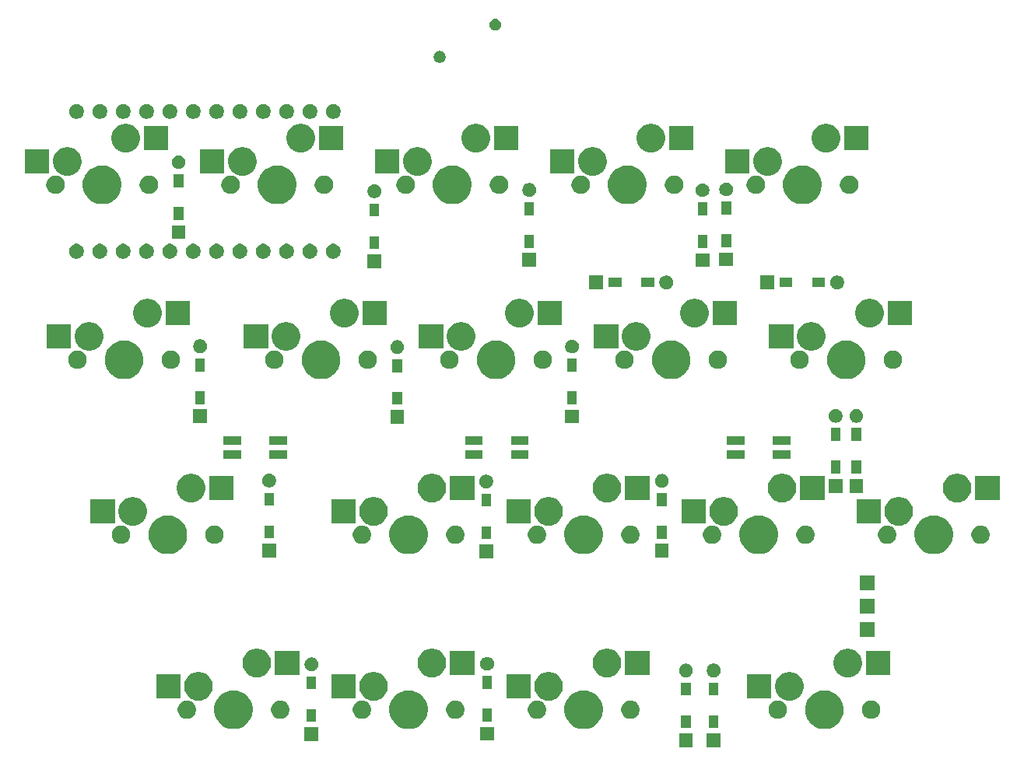
<source format=gbr>
G04 #@! TF.GenerationSoftware,KiCad,Pcbnew,(5.1.6-0-10_14)*
G04 #@! TF.CreationDate,2022-05-03T20:52:28+09:00*
G04 #@! TF.ProjectId,cool939,636f6f6c-3933-4392-9e6b-696361645f70,rev?*
G04 #@! TF.SameCoordinates,Original*
G04 #@! TF.FileFunction,Soldermask,Bot*
G04 #@! TF.FilePolarity,Negative*
%FSLAX46Y46*%
G04 Gerber Fmt 4.6, Leading zero omitted, Abs format (unit mm)*
G04 Created by KiCad (PCBNEW (5.1.6-0-10_14)) date 2022-05-03 20:52:28*
%MOMM*%
%LPD*%
G01*
G04 APERTURE LIST*
%ADD10C,0.100000*%
G04 APERTURE END LIST*
D10*
G36*
X95849500Y-61239500D02*
G01*
X94350500Y-61239500D01*
X94350500Y-59740500D01*
X95849500Y-59740500D01*
X95849500Y-61239500D01*
G37*
G36*
X92839500Y-61239500D02*
G01*
X91340500Y-61239500D01*
X91340500Y-59740500D01*
X92839500Y-59740500D01*
X92839500Y-61239500D01*
G37*
G36*
X52099500Y-60569500D02*
G01*
X50600500Y-60569500D01*
X50600500Y-59070500D01*
X52099500Y-59070500D01*
X52099500Y-60569500D01*
G37*
G36*
X71209500Y-60499500D02*
G01*
X69710500Y-60499500D01*
X69710500Y-59000500D01*
X71209500Y-59000500D01*
X71209500Y-60499500D01*
G37*
G36*
X62390036Y-55102827D02*
G01*
X62525339Y-55129740D01*
X62907697Y-55288118D01*
X63251810Y-55518047D01*
X63544453Y-55810690D01*
X63774382Y-56154803D01*
X63922297Y-56511900D01*
X63932760Y-56537162D01*
X64013500Y-56943068D01*
X64013500Y-57356932D01*
X63960347Y-57624149D01*
X63932760Y-57762839D01*
X63774382Y-58145197D01*
X63544453Y-58489310D01*
X63251810Y-58781953D01*
X62907697Y-59011882D01*
X62525339Y-59170260D01*
X62390036Y-59197173D01*
X62119432Y-59251000D01*
X61705568Y-59251000D01*
X61434964Y-59197173D01*
X61299661Y-59170260D01*
X60917303Y-59011882D01*
X60573190Y-58781953D01*
X60280547Y-58489310D01*
X60050618Y-58145197D01*
X59892240Y-57762839D01*
X59864653Y-57624149D01*
X59811500Y-57356932D01*
X59811500Y-56943068D01*
X59892240Y-56537162D01*
X59902704Y-56511900D01*
X60050618Y-56154803D01*
X60280547Y-55810690D01*
X60573190Y-55518047D01*
X60917303Y-55288118D01*
X61299661Y-55129740D01*
X61434964Y-55102827D01*
X61705568Y-55049000D01*
X62119432Y-55049000D01*
X62390036Y-55102827D01*
G37*
G36*
X107634036Y-55102827D02*
G01*
X107769339Y-55129740D01*
X108151697Y-55288118D01*
X108495810Y-55518047D01*
X108788453Y-55810690D01*
X109018382Y-56154803D01*
X109166297Y-56511900D01*
X109176760Y-56537162D01*
X109257500Y-56943068D01*
X109257500Y-57356932D01*
X109204347Y-57624149D01*
X109176760Y-57762839D01*
X109018382Y-58145197D01*
X108788453Y-58489310D01*
X108495810Y-58781953D01*
X108151697Y-59011882D01*
X107769339Y-59170260D01*
X107634036Y-59197173D01*
X107363432Y-59251000D01*
X106949568Y-59251000D01*
X106678964Y-59197173D01*
X106543661Y-59170260D01*
X106161303Y-59011882D01*
X105817190Y-58781953D01*
X105524547Y-58489310D01*
X105294618Y-58145197D01*
X105136240Y-57762839D01*
X105108653Y-57624149D01*
X105055500Y-57356932D01*
X105055500Y-56943068D01*
X105136240Y-56537162D01*
X105146704Y-56511900D01*
X105294618Y-56154803D01*
X105524547Y-55810690D01*
X105817190Y-55518047D01*
X106161303Y-55288118D01*
X106543661Y-55129740D01*
X106678964Y-55102827D01*
X106949568Y-55049000D01*
X107363432Y-55049000D01*
X107634036Y-55102827D01*
G37*
G36*
X43340036Y-55102827D02*
G01*
X43475339Y-55129740D01*
X43857697Y-55288118D01*
X44201810Y-55518047D01*
X44494453Y-55810690D01*
X44724382Y-56154803D01*
X44872297Y-56511900D01*
X44882760Y-56537162D01*
X44963500Y-56943068D01*
X44963500Y-57356932D01*
X44910347Y-57624149D01*
X44882760Y-57762839D01*
X44724382Y-58145197D01*
X44494453Y-58489310D01*
X44201810Y-58781953D01*
X43857697Y-59011882D01*
X43475339Y-59170260D01*
X43340036Y-59197173D01*
X43069432Y-59251000D01*
X42655568Y-59251000D01*
X42384964Y-59197173D01*
X42249661Y-59170260D01*
X41867303Y-59011882D01*
X41523190Y-58781953D01*
X41230547Y-58489310D01*
X41000618Y-58145197D01*
X40842240Y-57762839D01*
X40814653Y-57624149D01*
X40761500Y-57356932D01*
X40761500Y-56943068D01*
X40842240Y-56537162D01*
X40852704Y-56511900D01*
X41000618Y-56154803D01*
X41230547Y-55810690D01*
X41523190Y-55518047D01*
X41867303Y-55288118D01*
X42249661Y-55129740D01*
X42384964Y-55102827D01*
X42655568Y-55049000D01*
X43069432Y-55049000D01*
X43340036Y-55102827D01*
G37*
G36*
X81440036Y-55102827D02*
G01*
X81575339Y-55129740D01*
X81957697Y-55288118D01*
X82301810Y-55518047D01*
X82594453Y-55810690D01*
X82824382Y-56154803D01*
X82972297Y-56511900D01*
X82982760Y-56537162D01*
X83063500Y-56943068D01*
X83063500Y-57356932D01*
X83010347Y-57624149D01*
X82982760Y-57762839D01*
X82824382Y-58145197D01*
X82594453Y-58489310D01*
X82301810Y-58781953D01*
X81957697Y-59011882D01*
X81575339Y-59170260D01*
X81440036Y-59197173D01*
X81169432Y-59251000D01*
X80755568Y-59251000D01*
X80484964Y-59197173D01*
X80349661Y-59170260D01*
X79967303Y-59011882D01*
X79623190Y-58781953D01*
X79330547Y-58489310D01*
X79100618Y-58145197D01*
X78942240Y-57762839D01*
X78914653Y-57624149D01*
X78861500Y-57356932D01*
X78861500Y-56943068D01*
X78942240Y-56537162D01*
X78952704Y-56511900D01*
X79100618Y-56154803D01*
X79330547Y-55810690D01*
X79623190Y-55518047D01*
X79967303Y-55288118D01*
X80349661Y-55129740D01*
X80484964Y-55102827D01*
X80755568Y-55049000D01*
X81169432Y-55049000D01*
X81440036Y-55102827D01*
G37*
G36*
X92616000Y-59156000D02*
G01*
X91564000Y-59156000D01*
X91564000Y-57754000D01*
X92616000Y-57754000D01*
X92616000Y-59156000D01*
G37*
G36*
X95626000Y-59156000D02*
G01*
X94574000Y-59156000D01*
X94574000Y-57754000D01*
X95626000Y-57754000D01*
X95626000Y-59156000D01*
G37*
G36*
X51876000Y-58486000D02*
G01*
X50824000Y-58486000D01*
X50824000Y-57084000D01*
X51876000Y-57084000D01*
X51876000Y-58486000D01*
G37*
G36*
X70986000Y-58416000D02*
G01*
X69934000Y-58416000D01*
X69934000Y-57014000D01*
X70986000Y-57014000D01*
X70986000Y-58416000D01*
G37*
G36*
X112364264Y-56154803D02*
G01*
X112528481Y-56187468D01*
X112710651Y-56262926D01*
X112874600Y-56372473D01*
X113014027Y-56511900D01*
X113123574Y-56675849D01*
X113199032Y-56858019D01*
X113237500Y-57051410D01*
X113237500Y-57248590D01*
X113199032Y-57441981D01*
X113123574Y-57624151D01*
X113014027Y-57788100D01*
X112874600Y-57927527D01*
X112710651Y-58037074D01*
X112528481Y-58112532D01*
X112431785Y-58131766D01*
X112335091Y-58151000D01*
X112137909Y-58151000D01*
X112041215Y-58131766D01*
X111944519Y-58112532D01*
X111762349Y-58037074D01*
X111598400Y-57927527D01*
X111458973Y-57788100D01*
X111349426Y-57624151D01*
X111273968Y-57441981D01*
X111235500Y-57248590D01*
X111235500Y-57051410D01*
X111273968Y-56858019D01*
X111349426Y-56675849D01*
X111458973Y-56511900D01*
X111598400Y-56372473D01*
X111762349Y-56262926D01*
X111944519Y-56187468D01*
X112108736Y-56154803D01*
X112137909Y-56149000D01*
X112335091Y-56149000D01*
X112364264Y-56154803D01*
G37*
G36*
X102204264Y-56154803D02*
G01*
X102368481Y-56187468D01*
X102550651Y-56262926D01*
X102714600Y-56372473D01*
X102854027Y-56511900D01*
X102963574Y-56675849D01*
X103039032Y-56858019D01*
X103077500Y-57051410D01*
X103077500Y-57248590D01*
X103039032Y-57441981D01*
X102963574Y-57624151D01*
X102854027Y-57788100D01*
X102714600Y-57927527D01*
X102550651Y-58037074D01*
X102368481Y-58112532D01*
X102271785Y-58131766D01*
X102175091Y-58151000D01*
X101977909Y-58151000D01*
X101881215Y-58131766D01*
X101784519Y-58112532D01*
X101602349Y-58037074D01*
X101438400Y-57927527D01*
X101298973Y-57788100D01*
X101189426Y-57624151D01*
X101113968Y-57441981D01*
X101075500Y-57248590D01*
X101075500Y-57051410D01*
X101113968Y-56858019D01*
X101189426Y-56675849D01*
X101298973Y-56511900D01*
X101438400Y-56372473D01*
X101602349Y-56262926D01*
X101784519Y-56187468D01*
X101948736Y-56154803D01*
X101977909Y-56149000D01*
X102175091Y-56149000D01*
X102204264Y-56154803D01*
G37*
G36*
X76010264Y-56154803D02*
G01*
X76174481Y-56187468D01*
X76356651Y-56262926D01*
X76520600Y-56372473D01*
X76660027Y-56511900D01*
X76769574Y-56675849D01*
X76845032Y-56858019D01*
X76883500Y-57051410D01*
X76883500Y-57248590D01*
X76845032Y-57441981D01*
X76769574Y-57624151D01*
X76660027Y-57788100D01*
X76520600Y-57927527D01*
X76356651Y-58037074D01*
X76174481Y-58112532D01*
X76077785Y-58131766D01*
X75981091Y-58151000D01*
X75783909Y-58151000D01*
X75687215Y-58131766D01*
X75590519Y-58112532D01*
X75408349Y-58037074D01*
X75244400Y-57927527D01*
X75104973Y-57788100D01*
X74995426Y-57624151D01*
X74919968Y-57441981D01*
X74881500Y-57248590D01*
X74881500Y-57051410D01*
X74919968Y-56858019D01*
X74995426Y-56675849D01*
X75104973Y-56511900D01*
X75244400Y-56372473D01*
X75408349Y-56262926D01*
X75590519Y-56187468D01*
X75754736Y-56154803D01*
X75783909Y-56149000D01*
X75981091Y-56149000D01*
X76010264Y-56154803D01*
G37*
G36*
X86170264Y-56154803D02*
G01*
X86334481Y-56187468D01*
X86516651Y-56262926D01*
X86680600Y-56372473D01*
X86820027Y-56511900D01*
X86929574Y-56675849D01*
X87005032Y-56858019D01*
X87043500Y-57051410D01*
X87043500Y-57248590D01*
X87005032Y-57441981D01*
X86929574Y-57624151D01*
X86820027Y-57788100D01*
X86680600Y-57927527D01*
X86516651Y-58037074D01*
X86334481Y-58112532D01*
X86237785Y-58131766D01*
X86141091Y-58151000D01*
X85943909Y-58151000D01*
X85847215Y-58131766D01*
X85750519Y-58112532D01*
X85568349Y-58037074D01*
X85404400Y-57927527D01*
X85264973Y-57788100D01*
X85155426Y-57624151D01*
X85079968Y-57441981D01*
X85041500Y-57248590D01*
X85041500Y-57051410D01*
X85079968Y-56858019D01*
X85155426Y-56675849D01*
X85264973Y-56511900D01*
X85404400Y-56372473D01*
X85568349Y-56262926D01*
X85750519Y-56187468D01*
X85914736Y-56154803D01*
X85943909Y-56149000D01*
X86141091Y-56149000D01*
X86170264Y-56154803D01*
G37*
G36*
X67120264Y-56154803D02*
G01*
X67284481Y-56187468D01*
X67466651Y-56262926D01*
X67630600Y-56372473D01*
X67770027Y-56511900D01*
X67879574Y-56675849D01*
X67955032Y-56858019D01*
X67993500Y-57051410D01*
X67993500Y-57248590D01*
X67955032Y-57441981D01*
X67879574Y-57624151D01*
X67770027Y-57788100D01*
X67630600Y-57927527D01*
X67466651Y-58037074D01*
X67284481Y-58112532D01*
X67187785Y-58131766D01*
X67091091Y-58151000D01*
X66893909Y-58151000D01*
X66797215Y-58131766D01*
X66700519Y-58112532D01*
X66518349Y-58037074D01*
X66354400Y-57927527D01*
X66214973Y-57788100D01*
X66105426Y-57624151D01*
X66029968Y-57441981D01*
X65991500Y-57248590D01*
X65991500Y-57051410D01*
X66029968Y-56858019D01*
X66105426Y-56675849D01*
X66214973Y-56511900D01*
X66354400Y-56372473D01*
X66518349Y-56262926D01*
X66700519Y-56187468D01*
X66864736Y-56154803D01*
X66893909Y-56149000D01*
X67091091Y-56149000D01*
X67120264Y-56154803D01*
G37*
G36*
X37910264Y-56154803D02*
G01*
X38074481Y-56187468D01*
X38256651Y-56262926D01*
X38420600Y-56372473D01*
X38560027Y-56511900D01*
X38669574Y-56675849D01*
X38745032Y-56858019D01*
X38783500Y-57051410D01*
X38783500Y-57248590D01*
X38745032Y-57441981D01*
X38669574Y-57624151D01*
X38560027Y-57788100D01*
X38420600Y-57927527D01*
X38256651Y-58037074D01*
X38074481Y-58112532D01*
X37977785Y-58131766D01*
X37881091Y-58151000D01*
X37683909Y-58151000D01*
X37587215Y-58131766D01*
X37490519Y-58112532D01*
X37308349Y-58037074D01*
X37144400Y-57927527D01*
X37004973Y-57788100D01*
X36895426Y-57624151D01*
X36819968Y-57441981D01*
X36781500Y-57248590D01*
X36781500Y-57051410D01*
X36819968Y-56858019D01*
X36895426Y-56675849D01*
X37004973Y-56511900D01*
X37144400Y-56372473D01*
X37308349Y-56262926D01*
X37490519Y-56187468D01*
X37654736Y-56154803D01*
X37683909Y-56149000D01*
X37881091Y-56149000D01*
X37910264Y-56154803D01*
G37*
G36*
X48070264Y-56154803D02*
G01*
X48234481Y-56187468D01*
X48416651Y-56262926D01*
X48580600Y-56372473D01*
X48720027Y-56511900D01*
X48829574Y-56675849D01*
X48905032Y-56858019D01*
X48943500Y-57051410D01*
X48943500Y-57248590D01*
X48905032Y-57441981D01*
X48829574Y-57624151D01*
X48720027Y-57788100D01*
X48580600Y-57927527D01*
X48416651Y-58037074D01*
X48234481Y-58112532D01*
X48137785Y-58131766D01*
X48041091Y-58151000D01*
X47843909Y-58151000D01*
X47747215Y-58131766D01*
X47650519Y-58112532D01*
X47468349Y-58037074D01*
X47304400Y-57927527D01*
X47164973Y-57788100D01*
X47055426Y-57624151D01*
X46979968Y-57441981D01*
X46941500Y-57248590D01*
X46941500Y-57051410D01*
X46979968Y-56858019D01*
X47055426Y-56675849D01*
X47164973Y-56511900D01*
X47304400Y-56372473D01*
X47468349Y-56262926D01*
X47650519Y-56187468D01*
X47814736Y-56154803D01*
X47843909Y-56149000D01*
X48041091Y-56149000D01*
X48070264Y-56154803D01*
G37*
G36*
X56960264Y-56154803D02*
G01*
X57124481Y-56187468D01*
X57306651Y-56262926D01*
X57470600Y-56372473D01*
X57610027Y-56511900D01*
X57719574Y-56675849D01*
X57795032Y-56858019D01*
X57833500Y-57051410D01*
X57833500Y-57248590D01*
X57795032Y-57441981D01*
X57719574Y-57624151D01*
X57610027Y-57788100D01*
X57470600Y-57927527D01*
X57306651Y-58037074D01*
X57124481Y-58112532D01*
X57027785Y-58131766D01*
X56931091Y-58151000D01*
X56733909Y-58151000D01*
X56637215Y-58131766D01*
X56540519Y-58112532D01*
X56358349Y-58037074D01*
X56194400Y-57927527D01*
X56054973Y-57788100D01*
X55945426Y-57624151D01*
X55869968Y-57441981D01*
X55831500Y-57248590D01*
X55831500Y-57051410D01*
X55869968Y-56858019D01*
X55945426Y-56675849D01*
X56054973Y-56511900D01*
X56194400Y-56372473D01*
X56358349Y-56262926D01*
X56540519Y-56187468D01*
X56704736Y-56154803D01*
X56733909Y-56149000D01*
X56931091Y-56149000D01*
X56960264Y-56154803D01*
G37*
G36*
X39354170Y-53088620D02*
G01*
X39504910Y-53118604D01*
X39787174Y-53235521D01*
X40041205Y-53405259D01*
X40257241Y-53621295D01*
X40426979Y-53875326D01*
X40543896Y-54157590D01*
X40603500Y-54457240D01*
X40603500Y-54762760D01*
X40543896Y-55062410D01*
X40426979Y-55344674D01*
X40257241Y-55598705D01*
X40041205Y-55814741D01*
X39787174Y-55984479D01*
X39504910Y-56101396D01*
X39355085Y-56131198D01*
X39205261Y-56161000D01*
X38899739Y-56161000D01*
X38749915Y-56131198D01*
X38600090Y-56101396D01*
X38317826Y-55984479D01*
X38063795Y-55814741D01*
X37847759Y-55598705D01*
X37678021Y-55344674D01*
X37561104Y-55062410D01*
X37501500Y-54762760D01*
X37501500Y-54457240D01*
X37561104Y-54157590D01*
X37678021Y-53875326D01*
X37847759Y-53621295D01*
X38063795Y-53405259D01*
X38317826Y-53235521D01*
X38600090Y-53118604D01*
X38750830Y-53088620D01*
X38899739Y-53059000D01*
X39205261Y-53059000D01*
X39354170Y-53088620D01*
G37*
G36*
X77454170Y-53088620D02*
G01*
X77604910Y-53118604D01*
X77887174Y-53235521D01*
X78141205Y-53405259D01*
X78357241Y-53621295D01*
X78526979Y-53875326D01*
X78643896Y-54157590D01*
X78703500Y-54457240D01*
X78703500Y-54762760D01*
X78643896Y-55062410D01*
X78526979Y-55344674D01*
X78357241Y-55598705D01*
X78141205Y-55814741D01*
X77887174Y-55984479D01*
X77604910Y-56101396D01*
X77455085Y-56131198D01*
X77305261Y-56161000D01*
X76999739Y-56161000D01*
X76849915Y-56131198D01*
X76700090Y-56101396D01*
X76417826Y-55984479D01*
X76163795Y-55814741D01*
X75947759Y-55598705D01*
X75778021Y-55344674D01*
X75661104Y-55062410D01*
X75601500Y-54762760D01*
X75601500Y-54457240D01*
X75661104Y-54157590D01*
X75778021Y-53875326D01*
X75947759Y-53621295D01*
X76163795Y-53405259D01*
X76417826Y-53235521D01*
X76700090Y-53118604D01*
X76850830Y-53088620D01*
X76999739Y-53059000D01*
X77305261Y-53059000D01*
X77454170Y-53088620D01*
G37*
G36*
X103648170Y-53088620D02*
G01*
X103798910Y-53118604D01*
X104081174Y-53235521D01*
X104335205Y-53405259D01*
X104551241Y-53621295D01*
X104720979Y-53875326D01*
X104837896Y-54157590D01*
X104897500Y-54457240D01*
X104897500Y-54762760D01*
X104837896Y-55062410D01*
X104720979Y-55344674D01*
X104551241Y-55598705D01*
X104335205Y-55814741D01*
X104081174Y-55984479D01*
X103798910Y-56101396D01*
X103649085Y-56131198D01*
X103499261Y-56161000D01*
X103193739Y-56161000D01*
X103043915Y-56131198D01*
X102894090Y-56101396D01*
X102611826Y-55984479D01*
X102357795Y-55814741D01*
X102141759Y-55598705D01*
X101972021Y-55344674D01*
X101855104Y-55062410D01*
X101795500Y-54762760D01*
X101795500Y-54457240D01*
X101855104Y-54157590D01*
X101972021Y-53875326D01*
X102141759Y-53621295D01*
X102357795Y-53405259D01*
X102611826Y-53235521D01*
X102894090Y-53118604D01*
X103044830Y-53088620D01*
X103193739Y-53059000D01*
X103499261Y-53059000D01*
X103648170Y-53088620D01*
G37*
G36*
X58404170Y-53088620D02*
G01*
X58554910Y-53118604D01*
X58837174Y-53235521D01*
X59091205Y-53405259D01*
X59307241Y-53621295D01*
X59476979Y-53875326D01*
X59593896Y-54157590D01*
X59653500Y-54457240D01*
X59653500Y-54762760D01*
X59593896Y-55062410D01*
X59476979Y-55344674D01*
X59307241Y-55598705D01*
X59091205Y-55814741D01*
X58837174Y-55984479D01*
X58554910Y-56101396D01*
X58405085Y-56131198D01*
X58255261Y-56161000D01*
X57949739Y-56161000D01*
X57799915Y-56131198D01*
X57650090Y-56101396D01*
X57367826Y-55984479D01*
X57113795Y-55814741D01*
X56897759Y-55598705D01*
X56728021Y-55344674D01*
X56611104Y-55062410D01*
X56551500Y-54762760D01*
X56551500Y-54457240D01*
X56611104Y-54157590D01*
X56728021Y-53875326D01*
X56897759Y-53621295D01*
X57113795Y-53405259D01*
X57367826Y-53235521D01*
X57650090Y-53118604D01*
X57800830Y-53088620D01*
X57949739Y-53059000D01*
X58255261Y-53059000D01*
X58404170Y-53088620D01*
G37*
G36*
X37103500Y-55911000D02*
G01*
X34451500Y-55911000D01*
X34451500Y-53309000D01*
X37103500Y-53309000D01*
X37103500Y-55911000D01*
G37*
G36*
X75203500Y-55911000D02*
G01*
X72551500Y-55911000D01*
X72551500Y-53309000D01*
X75203500Y-53309000D01*
X75203500Y-55911000D01*
G37*
G36*
X56153500Y-55911000D02*
G01*
X53501500Y-55911000D01*
X53501500Y-53309000D01*
X56153500Y-53309000D01*
X56153500Y-55911000D01*
G37*
G36*
X101397500Y-55911000D02*
G01*
X98745500Y-55911000D01*
X98745500Y-53309000D01*
X101397500Y-53309000D01*
X101397500Y-55911000D01*
G37*
G36*
X92616000Y-55606000D02*
G01*
X91564000Y-55606000D01*
X91564000Y-54204000D01*
X92616000Y-54204000D01*
X92616000Y-55606000D01*
G37*
G36*
X95626000Y-55606000D02*
G01*
X94574000Y-55606000D01*
X94574000Y-54204000D01*
X95626000Y-54204000D01*
X95626000Y-55606000D01*
G37*
G36*
X51876000Y-54936000D02*
G01*
X50824000Y-54936000D01*
X50824000Y-53534000D01*
X51876000Y-53534000D01*
X51876000Y-54936000D01*
G37*
G36*
X70986000Y-54866000D02*
G01*
X69934000Y-54866000D01*
X69934000Y-53464000D01*
X70986000Y-53464000D01*
X70986000Y-54866000D01*
G37*
G36*
X45705085Y-50548802D02*
G01*
X45854910Y-50578604D01*
X46137174Y-50695521D01*
X46391205Y-50865259D01*
X46607241Y-51081295D01*
X46776979Y-51335326D01*
X46893896Y-51617590D01*
X46900785Y-51652224D01*
X46952335Y-51911380D01*
X46953500Y-51917240D01*
X46953500Y-52222760D01*
X46893896Y-52522410D01*
X46776979Y-52804674D01*
X46607241Y-53058705D01*
X46391205Y-53274741D01*
X46137174Y-53444479D01*
X45854910Y-53561396D01*
X45707604Y-53590697D01*
X45555261Y-53621000D01*
X45249739Y-53621000D01*
X45097396Y-53590697D01*
X44950090Y-53561396D01*
X44667826Y-53444479D01*
X44413795Y-53274741D01*
X44197759Y-53058705D01*
X44028021Y-52804674D01*
X43911104Y-52522410D01*
X43851500Y-52222760D01*
X43851500Y-51917240D01*
X43852666Y-51911380D01*
X43904215Y-51652224D01*
X43911104Y-51617590D01*
X44028021Y-51335326D01*
X44197759Y-51081295D01*
X44413795Y-50865259D01*
X44667826Y-50695521D01*
X44950090Y-50578604D01*
X45099915Y-50548802D01*
X45249739Y-50519000D01*
X45555261Y-50519000D01*
X45705085Y-50548802D01*
G37*
G36*
X83805085Y-50548802D02*
G01*
X83954910Y-50578604D01*
X84237174Y-50695521D01*
X84491205Y-50865259D01*
X84707241Y-51081295D01*
X84876979Y-51335326D01*
X84993896Y-51617590D01*
X85000785Y-51652224D01*
X85052335Y-51911380D01*
X85053500Y-51917240D01*
X85053500Y-52222760D01*
X84993896Y-52522410D01*
X84876979Y-52804674D01*
X84707241Y-53058705D01*
X84491205Y-53274741D01*
X84237174Y-53444479D01*
X83954910Y-53561396D01*
X83807604Y-53590697D01*
X83655261Y-53621000D01*
X83349739Y-53621000D01*
X83197396Y-53590697D01*
X83050090Y-53561396D01*
X82767826Y-53444479D01*
X82513795Y-53274741D01*
X82297759Y-53058705D01*
X82128021Y-52804674D01*
X82011104Y-52522410D01*
X81951500Y-52222760D01*
X81951500Y-51917240D01*
X81952666Y-51911380D01*
X82004215Y-51652224D01*
X82011104Y-51617590D01*
X82128021Y-51335326D01*
X82297759Y-51081295D01*
X82513795Y-50865259D01*
X82767826Y-50695521D01*
X83050090Y-50578604D01*
X83199915Y-50548802D01*
X83349739Y-50519000D01*
X83655261Y-50519000D01*
X83805085Y-50548802D01*
G37*
G36*
X109999085Y-50548802D02*
G01*
X110148910Y-50578604D01*
X110431174Y-50695521D01*
X110685205Y-50865259D01*
X110901241Y-51081295D01*
X111070979Y-51335326D01*
X111187896Y-51617590D01*
X111194785Y-51652224D01*
X111246335Y-51911380D01*
X111247500Y-51917240D01*
X111247500Y-52222760D01*
X111187896Y-52522410D01*
X111070979Y-52804674D01*
X110901241Y-53058705D01*
X110685205Y-53274741D01*
X110431174Y-53444479D01*
X110148910Y-53561396D01*
X110001604Y-53590697D01*
X109849261Y-53621000D01*
X109543739Y-53621000D01*
X109391396Y-53590697D01*
X109244090Y-53561396D01*
X108961826Y-53444479D01*
X108707795Y-53274741D01*
X108491759Y-53058705D01*
X108322021Y-52804674D01*
X108205104Y-52522410D01*
X108145500Y-52222760D01*
X108145500Y-51917240D01*
X108146666Y-51911380D01*
X108198215Y-51652224D01*
X108205104Y-51617590D01*
X108322021Y-51335326D01*
X108491759Y-51081295D01*
X108707795Y-50865259D01*
X108961826Y-50695521D01*
X109244090Y-50578604D01*
X109393915Y-50548802D01*
X109543739Y-50519000D01*
X109849261Y-50519000D01*
X109999085Y-50548802D01*
G37*
G36*
X64755085Y-50548802D02*
G01*
X64904910Y-50578604D01*
X65187174Y-50695521D01*
X65441205Y-50865259D01*
X65657241Y-51081295D01*
X65826979Y-51335326D01*
X65943896Y-51617590D01*
X65950785Y-51652224D01*
X66002335Y-51911380D01*
X66003500Y-51917240D01*
X66003500Y-52222760D01*
X65943896Y-52522410D01*
X65826979Y-52804674D01*
X65657241Y-53058705D01*
X65441205Y-53274741D01*
X65187174Y-53444479D01*
X64904910Y-53561396D01*
X64757604Y-53590697D01*
X64605261Y-53621000D01*
X64299739Y-53621000D01*
X64147396Y-53590697D01*
X64000090Y-53561396D01*
X63717826Y-53444479D01*
X63463795Y-53274741D01*
X63247759Y-53058705D01*
X63078021Y-52804674D01*
X62961104Y-52522410D01*
X62901500Y-52222760D01*
X62901500Y-51917240D01*
X62902666Y-51911380D01*
X62954215Y-51652224D01*
X62961104Y-51617590D01*
X63078021Y-51335326D01*
X63247759Y-51081295D01*
X63463795Y-50865259D01*
X63717826Y-50695521D01*
X64000090Y-50578604D01*
X64149915Y-50548802D01*
X64299739Y-50519000D01*
X64605261Y-50519000D01*
X64755085Y-50548802D01*
G37*
G36*
X95194425Y-52124599D02*
G01*
X95318621Y-52149302D01*
X95455022Y-52205801D01*
X95577779Y-52287825D01*
X95682175Y-52392221D01*
X95764199Y-52514978D01*
X95820698Y-52651379D01*
X95849500Y-52796181D01*
X95849500Y-52943819D01*
X95820698Y-53088621D01*
X95764199Y-53225022D01*
X95682175Y-53347779D01*
X95577779Y-53452175D01*
X95455022Y-53534199D01*
X95318621Y-53590698D01*
X95194425Y-53615401D01*
X95173820Y-53619500D01*
X95026180Y-53619500D01*
X95005575Y-53615401D01*
X94881379Y-53590698D01*
X94744978Y-53534199D01*
X94622221Y-53452175D01*
X94517825Y-53347779D01*
X94435801Y-53225022D01*
X94379302Y-53088621D01*
X94350500Y-52943819D01*
X94350500Y-52796181D01*
X94379302Y-52651379D01*
X94435801Y-52514978D01*
X94517825Y-52392221D01*
X94622221Y-52287825D01*
X94744978Y-52205801D01*
X94881379Y-52149302D01*
X95005575Y-52124599D01*
X95026180Y-52120500D01*
X95173820Y-52120500D01*
X95194425Y-52124599D01*
G37*
G36*
X92184425Y-52124599D02*
G01*
X92308621Y-52149302D01*
X92445022Y-52205801D01*
X92567779Y-52287825D01*
X92672175Y-52392221D01*
X92754199Y-52514978D01*
X92810698Y-52651379D01*
X92839500Y-52796181D01*
X92839500Y-52943819D01*
X92810698Y-53088621D01*
X92754199Y-53225022D01*
X92672175Y-53347779D01*
X92567779Y-53452175D01*
X92445022Y-53534199D01*
X92308621Y-53590698D01*
X92184425Y-53615401D01*
X92163820Y-53619500D01*
X92016180Y-53619500D01*
X91995575Y-53615401D01*
X91871379Y-53590698D01*
X91734978Y-53534199D01*
X91612221Y-53452175D01*
X91507825Y-53347779D01*
X91425801Y-53225022D01*
X91369302Y-53088621D01*
X91340500Y-52943819D01*
X91340500Y-52796181D01*
X91369302Y-52651379D01*
X91425801Y-52514978D01*
X91507825Y-52392221D01*
X91612221Y-52287825D01*
X91734978Y-52205801D01*
X91871379Y-52149302D01*
X91995575Y-52124599D01*
X92016180Y-52120500D01*
X92163820Y-52120500D01*
X92184425Y-52124599D01*
G37*
G36*
X50030500Y-53371000D02*
G01*
X47378500Y-53371000D01*
X47378500Y-50769000D01*
X50030500Y-50769000D01*
X50030500Y-53371000D01*
G37*
G36*
X114324500Y-53371000D02*
G01*
X111672500Y-53371000D01*
X111672500Y-50769000D01*
X114324500Y-50769000D01*
X114324500Y-53371000D01*
G37*
G36*
X88130500Y-53371000D02*
G01*
X85478500Y-53371000D01*
X85478500Y-50769000D01*
X88130500Y-50769000D01*
X88130500Y-53371000D01*
G37*
G36*
X69080500Y-53371000D02*
G01*
X66428500Y-53371000D01*
X66428500Y-50769000D01*
X69080500Y-50769000D01*
X69080500Y-53371000D01*
G37*
G36*
X51444425Y-51454599D02*
G01*
X51568621Y-51479302D01*
X51705022Y-51535801D01*
X51827779Y-51617825D01*
X51932175Y-51722221D01*
X52014199Y-51844978D01*
X52070698Y-51981379D01*
X52099500Y-52126181D01*
X52099500Y-52273819D01*
X52070698Y-52418621D01*
X52014199Y-52555022D01*
X51932175Y-52677779D01*
X51827779Y-52782175D01*
X51705022Y-52864199D01*
X51568621Y-52920698D01*
X51452380Y-52943819D01*
X51423820Y-52949500D01*
X51276180Y-52949500D01*
X51247620Y-52943819D01*
X51131379Y-52920698D01*
X50994978Y-52864199D01*
X50872221Y-52782175D01*
X50767825Y-52677779D01*
X50685801Y-52555022D01*
X50629302Y-52418621D01*
X50600500Y-52273819D01*
X50600500Y-52126181D01*
X50629302Y-51981379D01*
X50685801Y-51844978D01*
X50767825Y-51722221D01*
X50872221Y-51617825D01*
X50994978Y-51535801D01*
X51131379Y-51479302D01*
X51255575Y-51454599D01*
X51276180Y-51450500D01*
X51423820Y-51450500D01*
X51444425Y-51454599D01*
G37*
G36*
X70554425Y-51384599D02*
G01*
X70678621Y-51409302D01*
X70815022Y-51465801D01*
X70937779Y-51547825D01*
X71042175Y-51652221D01*
X71124199Y-51774978D01*
X71180698Y-51911379D01*
X71209500Y-52056181D01*
X71209500Y-52203819D01*
X71180698Y-52348621D01*
X71124199Y-52485022D01*
X71042175Y-52607779D01*
X70937779Y-52712175D01*
X70815022Y-52794199D01*
X70678621Y-52850698D01*
X70554425Y-52875401D01*
X70533820Y-52879500D01*
X70386180Y-52879500D01*
X70365575Y-52875401D01*
X70241379Y-52850698D01*
X70104978Y-52794199D01*
X69982221Y-52712175D01*
X69877825Y-52607779D01*
X69795801Y-52485022D01*
X69739302Y-52348621D01*
X69710500Y-52203819D01*
X69710500Y-52056181D01*
X69739302Y-51911379D01*
X69795801Y-51774978D01*
X69877825Y-51652221D01*
X69982221Y-51547825D01*
X70104978Y-51465801D01*
X70241379Y-51409302D01*
X70365575Y-51384599D01*
X70386180Y-51380500D01*
X70533820Y-51380500D01*
X70554425Y-51384599D01*
G37*
G36*
X112653000Y-49203000D02*
G01*
X111027000Y-49203000D01*
X111027000Y-47577000D01*
X112653000Y-47577000D01*
X112653000Y-49203000D01*
G37*
G36*
X112653000Y-46663000D02*
G01*
X111027000Y-46663000D01*
X111027000Y-45037000D01*
X112653000Y-45037000D01*
X112653000Y-46663000D01*
G37*
G36*
X112653000Y-44123000D02*
G01*
X111027000Y-44123000D01*
X111027000Y-42497000D01*
X112653000Y-42497000D01*
X112653000Y-44123000D01*
G37*
G36*
X71109500Y-40659500D02*
G01*
X69610500Y-40659500D01*
X69610500Y-39160500D01*
X71109500Y-39160500D01*
X71109500Y-40659500D01*
G37*
G36*
X90229500Y-40599500D02*
G01*
X88730500Y-40599500D01*
X88730500Y-39100500D01*
X90229500Y-39100500D01*
X90229500Y-40599500D01*
G37*
G36*
X47479500Y-40569500D02*
G01*
X45980500Y-40569500D01*
X45980500Y-39070500D01*
X47479500Y-39070500D01*
X47479500Y-40569500D01*
G37*
G36*
X62390036Y-36052827D02*
G01*
X62525339Y-36079740D01*
X62907697Y-36238118D01*
X63251810Y-36468047D01*
X63544453Y-36760690D01*
X63774382Y-37104803D01*
X63922297Y-37461900D01*
X63932760Y-37487162D01*
X64013500Y-37893068D01*
X64013500Y-38306932D01*
X63977881Y-38486000D01*
X63932760Y-38712839D01*
X63774382Y-39095197D01*
X63544453Y-39439310D01*
X63251810Y-39731953D01*
X62907697Y-39961882D01*
X62525339Y-40120260D01*
X62390036Y-40147173D01*
X62119432Y-40201000D01*
X61705568Y-40201000D01*
X61434964Y-40147173D01*
X61299661Y-40120260D01*
X60917303Y-39961882D01*
X60573190Y-39731953D01*
X60280547Y-39439310D01*
X60050618Y-39095197D01*
X59892240Y-38712839D01*
X59847119Y-38486000D01*
X59811500Y-38306932D01*
X59811500Y-37893068D01*
X59892240Y-37487162D01*
X59902704Y-37461900D01*
X60050618Y-37104803D01*
X60280547Y-36760690D01*
X60573190Y-36468047D01*
X60917303Y-36238118D01*
X61299661Y-36079740D01*
X61434964Y-36052827D01*
X61705568Y-35999000D01*
X62119432Y-35999000D01*
X62390036Y-36052827D01*
G37*
G36*
X36196536Y-36052827D02*
G01*
X36331839Y-36079740D01*
X36714197Y-36238118D01*
X37058310Y-36468047D01*
X37350953Y-36760690D01*
X37580882Y-37104803D01*
X37728797Y-37461900D01*
X37739260Y-37487162D01*
X37820000Y-37893068D01*
X37820000Y-38306932D01*
X37784381Y-38486000D01*
X37739260Y-38712839D01*
X37580882Y-39095197D01*
X37350953Y-39439310D01*
X37058310Y-39731953D01*
X36714197Y-39961882D01*
X36331839Y-40120260D01*
X36196536Y-40147173D01*
X35925932Y-40201000D01*
X35512068Y-40201000D01*
X35241464Y-40147173D01*
X35106161Y-40120260D01*
X34723803Y-39961882D01*
X34379690Y-39731953D01*
X34087047Y-39439310D01*
X33857118Y-39095197D01*
X33698740Y-38712839D01*
X33653619Y-38486000D01*
X33618000Y-38306932D01*
X33618000Y-37893068D01*
X33698740Y-37487162D01*
X33709204Y-37461900D01*
X33857118Y-37104803D01*
X34087047Y-36760690D01*
X34379690Y-36468047D01*
X34723803Y-36238118D01*
X35106161Y-36079740D01*
X35241464Y-36052827D01*
X35512068Y-35999000D01*
X35925932Y-35999000D01*
X36196536Y-36052827D01*
G37*
G36*
X100490036Y-36052827D02*
G01*
X100625339Y-36079740D01*
X101007697Y-36238118D01*
X101351810Y-36468047D01*
X101644453Y-36760690D01*
X101874382Y-37104803D01*
X102022297Y-37461900D01*
X102032760Y-37487162D01*
X102113500Y-37893068D01*
X102113500Y-38306932D01*
X102077881Y-38486000D01*
X102032760Y-38712839D01*
X101874382Y-39095197D01*
X101644453Y-39439310D01*
X101351810Y-39731953D01*
X101007697Y-39961882D01*
X100625339Y-40120260D01*
X100490036Y-40147173D01*
X100219432Y-40201000D01*
X99805568Y-40201000D01*
X99534964Y-40147173D01*
X99399661Y-40120260D01*
X99017303Y-39961882D01*
X98673190Y-39731953D01*
X98380547Y-39439310D01*
X98150618Y-39095197D01*
X97992240Y-38712839D01*
X97947119Y-38486000D01*
X97911500Y-38306932D01*
X97911500Y-37893068D01*
X97992240Y-37487162D01*
X98002704Y-37461900D01*
X98150618Y-37104803D01*
X98380547Y-36760690D01*
X98673190Y-36468047D01*
X99017303Y-36238118D01*
X99399661Y-36079740D01*
X99534964Y-36052827D01*
X99805568Y-35999000D01*
X100219432Y-35999000D01*
X100490036Y-36052827D01*
G37*
G36*
X119540036Y-36052827D02*
G01*
X119675339Y-36079740D01*
X120057697Y-36238118D01*
X120401810Y-36468047D01*
X120694453Y-36760690D01*
X120924382Y-37104803D01*
X121072297Y-37461900D01*
X121082760Y-37487162D01*
X121163500Y-37893068D01*
X121163500Y-38306932D01*
X121127881Y-38486000D01*
X121082760Y-38712839D01*
X120924382Y-39095197D01*
X120694453Y-39439310D01*
X120401810Y-39731953D01*
X120057697Y-39961882D01*
X119675339Y-40120260D01*
X119540036Y-40147173D01*
X119269432Y-40201000D01*
X118855568Y-40201000D01*
X118584964Y-40147173D01*
X118449661Y-40120260D01*
X118067303Y-39961882D01*
X117723190Y-39731953D01*
X117430547Y-39439310D01*
X117200618Y-39095197D01*
X117042240Y-38712839D01*
X116997119Y-38486000D01*
X116961500Y-38306932D01*
X116961500Y-37893068D01*
X117042240Y-37487162D01*
X117052704Y-37461900D01*
X117200618Y-37104803D01*
X117430547Y-36760690D01*
X117723190Y-36468047D01*
X118067303Y-36238118D01*
X118449661Y-36079740D01*
X118584964Y-36052827D01*
X118855568Y-35999000D01*
X119269432Y-35999000D01*
X119540036Y-36052827D01*
G37*
G36*
X81440036Y-36052827D02*
G01*
X81575339Y-36079740D01*
X81957697Y-36238118D01*
X82301810Y-36468047D01*
X82594453Y-36760690D01*
X82824382Y-37104803D01*
X82972297Y-37461900D01*
X82982760Y-37487162D01*
X83063500Y-37893068D01*
X83063500Y-38306932D01*
X83027881Y-38486000D01*
X82982760Y-38712839D01*
X82824382Y-39095197D01*
X82594453Y-39439310D01*
X82301810Y-39731953D01*
X81957697Y-39961882D01*
X81575339Y-40120260D01*
X81440036Y-40147173D01*
X81169432Y-40201000D01*
X80755568Y-40201000D01*
X80484964Y-40147173D01*
X80349661Y-40120260D01*
X79967303Y-39961882D01*
X79623190Y-39731953D01*
X79330547Y-39439310D01*
X79100618Y-39095197D01*
X78942240Y-38712839D01*
X78897119Y-38486000D01*
X78861500Y-38306932D01*
X78861500Y-37893068D01*
X78942240Y-37487162D01*
X78952704Y-37461900D01*
X79100618Y-37104803D01*
X79330547Y-36760690D01*
X79623190Y-36468047D01*
X79967303Y-36238118D01*
X80349661Y-36079740D01*
X80484964Y-36052827D01*
X80755568Y-35999000D01*
X81169432Y-35999000D01*
X81440036Y-36052827D01*
G37*
G36*
X105220264Y-37104803D02*
G01*
X105384481Y-37137468D01*
X105566651Y-37212926D01*
X105730600Y-37322473D01*
X105870027Y-37461900D01*
X105979574Y-37625849D01*
X106055032Y-37808019D01*
X106093500Y-38001410D01*
X106093500Y-38198590D01*
X106055032Y-38391981D01*
X105979574Y-38574151D01*
X105870027Y-38738100D01*
X105730600Y-38877527D01*
X105566651Y-38987074D01*
X105384481Y-39062532D01*
X105344423Y-39070500D01*
X105191091Y-39101000D01*
X104993909Y-39101000D01*
X104840577Y-39070500D01*
X104800519Y-39062532D01*
X104618349Y-38987074D01*
X104454400Y-38877527D01*
X104314973Y-38738100D01*
X104205426Y-38574151D01*
X104129968Y-38391981D01*
X104091500Y-38198590D01*
X104091500Y-38001410D01*
X104129968Y-37808019D01*
X104205426Y-37625849D01*
X104314973Y-37461900D01*
X104454400Y-37322473D01*
X104618349Y-37212926D01*
X104800519Y-37137468D01*
X104964736Y-37104803D01*
X104993909Y-37099000D01*
X105191091Y-37099000D01*
X105220264Y-37104803D01*
G37*
G36*
X95060264Y-37104803D02*
G01*
X95224481Y-37137468D01*
X95406651Y-37212926D01*
X95570600Y-37322473D01*
X95710027Y-37461900D01*
X95819574Y-37625849D01*
X95895032Y-37808019D01*
X95933500Y-38001410D01*
X95933500Y-38198590D01*
X95895032Y-38391981D01*
X95819574Y-38574151D01*
X95710027Y-38738100D01*
X95570600Y-38877527D01*
X95406651Y-38987074D01*
X95224481Y-39062532D01*
X95184423Y-39070500D01*
X95031091Y-39101000D01*
X94833909Y-39101000D01*
X94680577Y-39070500D01*
X94640519Y-39062532D01*
X94458349Y-38987074D01*
X94294400Y-38877527D01*
X94154973Y-38738100D01*
X94045426Y-38574151D01*
X93969968Y-38391981D01*
X93931500Y-38198590D01*
X93931500Y-38001410D01*
X93969968Y-37808019D01*
X94045426Y-37625849D01*
X94154973Y-37461900D01*
X94294400Y-37322473D01*
X94458349Y-37212926D01*
X94640519Y-37137468D01*
X94804736Y-37104803D01*
X94833909Y-37099000D01*
X95031091Y-37099000D01*
X95060264Y-37104803D01*
G37*
G36*
X40926764Y-37104803D02*
G01*
X41090981Y-37137468D01*
X41273151Y-37212926D01*
X41437100Y-37322473D01*
X41576527Y-37461900D01*
X41686074Y-37625849D01*
X41761532Y-37808019D01*
X41800000Y-38001410D01*
X41800000Y-38198590D01*
X41761532Y-38391981D01*
X41686074Y-38574151D01*
X41576527Y-38738100D01*
X41437100Y-38877527D01*
X41273151Y-38987074D01*
X41090981Y-39062532D01*
X41050923Y-39070500D01*
X40897591Y-39101000D01*
X40700409Y-39101000D01*
X40547077Y-39070500D01*
X40507019Y-39062532D01*
X40324849Y-38987074D01*
X40160900Y-38877527D01*
X40021473Y-38738100D01*
X39911926Y-38574151D01*
X39836468Y-38391981D01*
X39798000Y-38198590D01*
X39798000Y-38001410D01*
X39836468Y-37808019D01*
X39911926Y-37625849D01*
X40021473Y-37461900D01*
X40160900Y-37322473D01*
X40324849Y-37212926D01*
X40507019Y-37137468D01*
X40671236Y-37104803D01*
X40700409Y-37099000D01*
X40897591Y-37099000D01*
X40926764Y-37104803D01*
G37*
G36*
X30766764Y-37104803D02*
G01*
X30930981Y-37137468D01*
X31113151Y-37212926D01*
X31277100Y-37322473D01*
X31416527Y-37461900D01*
X31526074Y-37625849D01*
X31601532Y-37808019D01*
X31640000Y-38001410D01*
X31640000Y-38198590D01*
X31601532Y-38391981D01*
X31526074Y-38574151D01*
X31416527Y-38738100D01*
X31277100Y-38877527D01*
X31113151Y-38987074D01*
X30930981Y-39062532D01*
X30890923Y-39070500D01*
X30737591Y-39101000D01*
X30540409Y-39101000D01*
X30387077Y-39070500D01*
X30347019Y-39062532D01*
X30164849Y-38987074D01*
X30000900Y-38877527D01*
X29861473Y-38738100D01*
X29751926Y-38574151D01*
X29676468Y-38391981D01*
X29638000Y-38198590D01*
X29638000Y-38001410D01*
X29676468Y-37808019D01*
X29751926Y-37625849D01*
X29861473Y-37461900D01*
X30000900Y-37322473D01*
X30164849Y-37212926D01*
X30347019Y-37137468D01*
X30511236Y-37104803D01*
X30540409Y-37099000D01*
X30737591Y-37099000D01*
X30766764Y-37104803D01*
G37*
G36*
X76010264Y-37104803D02*
G01*
X76174481Y-37137468D01*
X76356651Y-37212926D01*
X76520600Y-37322473D01*
X76660027Y-37461900D01*
X76769574Y-37625849D01*
X76845032Y-37808019D01*
X76883500Y-38001410D01*
X76883500Y-38198590D01*
X76845032Y-38391981D01*
X76769574Y-38574151D01*
X76660027Y-38738100D01*
X76520600Y-38877527D01*
X76356651Y-38987074D01*
X76174481Y-39062532D01*
X76134423Y-39070500D01*
X75981091Y-39101000D01*
X75783909Y-39101000D01*
X75630577Y-39070500D01*
X75590519Y-39062532D01*
X75408349Y-38987074D01*
X75244400Y-38877527D01*
X75104973Y-38738100D01*
X74995426Y-38574151D01*
X74919968Y-38391981D01*
X74881500Y-38198590D01*
X74881500Y-38001410D01*
X74919968Y-37808019D01*
X74995426Y-37625849D01*
X75104973Y-37461900D01*
X75244400Y-37322473D01*
X75408349Y-37212926D01*
X75590519Y-37137468D01*
X75754736Y-37104803D01*
X75783909Y-37099000D01*
X75981091Y-37099000D01*
X76010264Y-37104803D01*
G37*
G36*
X86170264Y-37104803D02*
G01*
X86334481Y-37137468D01*
X86516651Y-37212926D01*
X86680600Y-37322473D01*
X86820027Y-37461900D01*
X86929574Y-37625849D01*
X87005032Y-37808019D01*
X87043500Y-38001410D01*
X87043500Y-38198590D01*
X87005032Y-38391981D01*
X86929574Y-38574151D01*
X86820027Y-38738100D01*
X86680600Y-38877527D01*
X86516651Y-38987074D01*
X86334481Y-39062532D01*
X86294423Y-39070500D01*
X86141091Y-39101000D01*
X85943909Y-39101000D01*
X85790577Y-39070500D01*
X85750519Y-39062532D01*
X85568349Y-38987074D01*
X85404400Y-38877527D01*
X85264973Y-38738100D01*
X85155426Y-38574151D01*
X85079968Y-38391981D01*
X85041500Y-38198590D01*
X85041500Y-38001410D01*
X85079968Y-37808019D01*
X85155426Y-37625849D01*
X85264973Y-37461900D01*
X85404400Y-37322473D01*
X85568349Y-37212926D01*
X85750519Y-37137468D01*
X85914736Y-37104803D01*
X85943909Y-37099000D01*
X86141091Y-37099000D01*
X86170264Y-37104803D01*
G37*
G36*
X124270264Y-37104803D02*
G01*
X124434481Y-37137468D01*
X124616651Y-37212926D01*
X124780600Y-37322473D01*
X124920027Y-37461900D01*
X125029574Y-37625849D01*
X125105032Y-37808019D01*
X125143500Y-38001410D01*
X125143500Y-38198590D01*
X125105032Y-38391981D01*
X125029574Y-38574151D01*
X124920027Y-38738100D01*
X124780600Y-38877527D01*
X124616651Y-38987074D01*
X124434481Y-39062532D01*
X124394423Y-39070500D01*
X124241091Y-39101000D01*
X124043909Y-39101000D01*
X123890577Y-39070500D01*
X123850519Y-39062532D01*
X123668349Y-38987074D01*
X123504400Y-38877527D01*
X123364973Y-38738100D01*
X123255426Y-38574151D01*
X123179968Y-38391981D01*
X123141500Y-38198590D01*
X123141500Y-38001410D01*
X123179968Y-37808019D01*
X123255426Y-37625849D01*
X123364973Y-37461900D01*
X123504400Y-37322473D01*
X123668349Y-37212926D01*
X123850519Y-37137468D01*
X124014736Y-37104803D01*
X124043909Y-37099000D01*
X124241091Y-37099000D01*
X124270264Y-37104803D01*
G37*
G36*
X56960264Y-37104803D02*
G01*
X57124481Y-37137468D01*
X57306651Y-37212926D01*
X57470600Y-37322473D01*
X57610027Y-37461900D01*
X57719574Y-37625849D01*
X57795032Y-37808019D01*
X57833500Y-38001410D01*
X57833500Y-38198590D01*
X57795032Y-38391981D01*
X57719574Y-38574151D01*
X57610027Y-38738100D01*
X57470600Y-38877527D01*
X57306651Y-38987074D01*
X57124481Y-39062532D01*
X57084423Y-39070500D01*
X56931091Y-39101000D01*
X56733909Y-39101000D01*
X56580577Y-39070500D01*
X56540519Y-39062532D01*
X56358349Y-38987074D01*
X56194400Y-38877527D01*
X56054973Y-38738100D01*
X55945426Y-38574151D01*
X55869968Y-38391981D01*
X55831500Y-38198590D01*
X55831500Y-38001410D01*
X55869968Y-37808019D01*
X55945426Y-37625849D01*
X56054973Y-37461900D01*
X56194400Y-37322473D01*
X56358349Y-37212926D01*
X56540519Y-37137468D01*
X56704736Y-37104803D01*
X56733909Y-37099000D01*
X56931091Y-37099000D01*
X56960264Y-37104803D01*
G37*
G36*
X67120264Y-37104803D02*
G01*
X67284481Y-37137468D01*
X67466651Y-37212926D01*
X67630600Y-37322473D01*
X67770027Y-37461900D01*
X67879574Y-37625849D01*
X67955032Y-37808019D01*
X67993500Y-38001410D01*
X67993500Y-38198590D01*
X67955032Y-38391981D01*
X67879574Y-38574151D01*
X67770027Y-38738100D01*
X67630600Y-38877527D01*
X67466651Y-38987074D01*
X67284481Y-39062532D01*
X67244423Y-39070500D01*
X67091091Y-39101000D01*
X66893909Y-39101000D01*
X66740577Y-39070500D01*
X66700519Y-39062532D01*
X66518349Y-38987074D01*
X66354400Y-38877527D01*
X66214973Y-38738100D01*
X66105426Y-38574151D01*
X66029968Y-38391981D01*
X65991500Y-38198590D01*
X65991500Y-38001410D01*
X66029968Y-37808019D01*
X66105426Y-37625849D01*
X66214973Y-37461900D01*
X66354400Y-37322473D01*
X66518349Y-37212926D01*
X66700519Y-37137468D01*
X66864736Y-37104803D01*
X66893909Y-37099000D01*
X67091091Y-37099000D01*
X67120264Y-37104803D01*
G37*
G36*
X114110264Y-37104803D02*
G01*
X114274481Y-37137468D01*
X114456651Y-37212926D01*
X114620600Y-37322473D01*
X114760027Y-37461900D01*
X114869574Y-37625849D01*
X114945032Y-37808019D01*
X114983500Y-38001410D01*
X114983500Y-38198590D01*
X114945032Y-38391981D01*
X114869574Y-38574151D01*
X114760027Y-38738100D01*
X114620600Y-38877527D01*
X114456651Y-38987074D01*
X114274481Y-39062532D01*
X114234423Y-39070500D01*
X114081091Y-39101000D01*
X113883909Y-39101000D01*
X113730577Y-39070500D01*
X113690519Y-39062532D01*
X113508349Y-38987074D01*
X113344400Y-38877527D01*
X113204973Y-38738100D01*
X113095426Y-38574151D01*
X113019968Y-38391981D01*
X112981500Y-38198590D01*
X112981500Y-38001410D01*
X113019968Y-37808019D01*
X113095426Y-37625849D01*
X113204973Y-37461900D01*
X113344400Y-37322473D01*
X113508349Y-37212926D01*
X113690519Y-37137468D01*
X113854736Y-37104803D01*
X113883909Y-37099000D01*
X114081091Y-37099000D01*
X114110264Y-37104803D01*
G37*
G36*
X70886000Y-38576000D02*
G01*
X69834000Y-38576000D01*
X69834000Y-37174000D01*
X70886000Y-37174000D01*
X70886000Y-38576000D01*
G37*
G36*
X90006000Y-38516000D02*
G01*
X88954000Y-38516000D01*
X88954000Y-37114000D01*
X90006000Y-37114000D01*
X90006000Y-38516000D01*
G37*
G36*
X47256000Y-38486000D02*
G01*
X46204000Y-38486000D01*
X46204000Y-37084000D01*
X47256000Y-37084000D01*
X47256000Y-38486000D01*
G37*
G36*
X58405085Y-34038802D02*
G01*
X58554910Y-34068604D01*
X58837174Y-34185521D01*
X59091205Y-34355259D01*
X59307241Y-34571295D01*
X59476979Y-34825326D01*
X59593896Y-35107590D01*
X59653500Y-35407240D01*
X59653500Y-35712760D01*
X59593896Y-36012410D01*
X59476979Y-36294674D01*
X59307241Y-36548705D01*
X59091205Y-36764741D01*
X58837174Y-36934479D01*
X58554910Y-37051396D01*
X58405085Y-37081198D01*
X58255261Y-37111000D01*
X57949739Y-37111000D01*
X57799915Y-37081198D01*
X57650090Y-37051396D01*
X57367826Y-36934479D01*
X57113795Y-36764741D01*
X56897759Y-36548705D01*
X56728021Y-36294674D01*
X56611104Y-36012410D01*
X56551500Y-35712760D01*
X56551500Y-35407240D01*
X56611104Y-35107590D01*
X56728021Y-34825326D01*
X56897759Y-34571295D01*
X57113795Y-34355259D01*
X57367826Y-34185521D01*
X57650090Y-34068604D01*
X57799915Y-34038802D01*
X57949739Y-34009000D01*
X58255261Y-34009000D01*
X58405085Y-34038802D01*
G37*
G36*
X32211585Y-34038802D02*
G01*
X32361410Y-34068604D01*
X32643674Y-34185521D01*
X32897705Y-34355259D01*
X33113741Y-34571295D01*
X33283479Y-34825326D01*
X33400396Y-35107590D01*
X33460000Y-35407240D01*
X33460000Y-35712760D01*
X33400396Y-36012410D01*
X33283479Y-36294674D01*
X33113741Y-36548705D01*
X32897705Y-36764741D01*
X32643674Y-36934479D01*
X32361410Y-37051396D01*
X32211585Y-37081198D01*
X32061761Y-37111000D01*
X31756239Y-37111000D01*
X31606415Y-37081198D01*
X31456590Y-37051396D01*
X31174326Y-36934479D01*
X30920295Y-36764741D01*
X30704259Y-36548705D01*
X30534521Y-36294674D01*
X30417604Y-36012410D01*
X30358000Y-35712760D01*
X30358000Y-35407240D01*
X30417604Y-35107590D01*
X30534521Y-34825326D01*
X30704259Y-34571295D01*
X30920295Y-34355259D01*
X31174326Y-34185521D01*
X31456590Y-34068604D01*
X31606415Y-34038802D01*
X31756239Y-34009000D01*
X32061761Y-34009000D01*
X32211585Y-34038802D01*
G37*
G36*
X115555085Y-34038802D02*
G01*
X115704910Y-34068604D01*
X115987174Y-34185521D01*
X116241205Y-34355259D01*
X116457241Y-34571295D01*
X116626979Y-34825326D01*
X116743896Y-35107590D01*
X116803500Y-35407240D01*
X116803500Y-35712760D01*
X116743896Y-36012410D01*
X116626979Y-36294674D01*
X116457241Y-36548705D01*
X116241205Y-36764741D01*
X115987174Y-36934479D01*
X115704910Y-37051396D01*
X115555085Y-37081198D01*
X115405261Y-37111000D01*
X115099739Y-37111000D01*
X114949915Y-37081198D01*
X114800090Y-37051396D01*
X114517826Y-36934479D01*
X114263795Y-36764741D01*
X114047759Y-36548705D01*
X113878021Y-36294674D01*
X113761104Y-36012410D01*
X113701500Y-35712760D01*
X113701500Y-35407240D01*
X113761104Y-35107590D01*
X113878021Y-34825326D01*
X114047759Y-34571295D01*
X114263795Y-34355259D01*
X114517826Y-34185521D01*
X114800090Y-34068604D01*
X114949915Y-34038802D01*
X115099739Y-34009000D01*
X115405261Y-34009000D01*
X115555085Y-34038802D01*
G37*
G36*
X77455085Y-34038802D02*
G01*
X77604910Y-34068604D01*
X77887174Y-34185521D01*
X78141205Y-34355259D01*
X78357241Y-34571295D01*
X78526979Y-34825326D01*
X78643896Y-35107590D01*
X78703500Y-35407240D01*
X78703500Y-35712760D01*
X78643896Y-36012410D01*
X78526979Y-36294674D01*
X78357241Y-36548705D01*
X78141205Y-36764741D01*
X77887174Y-36934479D01*
X77604910Y-37051396D01*
X77455085Y-37081198D01*
X77305261Y-37111000D01*
X76999739Y-37111000D01*
X76849915Y-37081198D01*
X76700090Y-37051396D01*
X76417826Y-36934479D01*
X76163795Y-36764741D01*
X75947759Y-36548705D01*
X75778021Y-36294674D01*
X75661104Y-36012410D01*
X75601500Y-35712760D01*
X75601500Y-35407240D01*
X75661104Y-35107590D01*
X75778021Y-34825326D01*
X75947759Y-34571295D01*
X76163795Y-34355259D01*
X76417826Y-34185521D01*
X76700090Y-34068604D01*
X76849915Y-34038802D01*
X76999739Y-34009000D01*
X77305261Y-34009000D01*
X77455085Y-34038802D01*
G37*
G36*
X96505085Y-34038802D02*
G01*
X96654910Y-34068604D01*
X96937174Y-34185521D01*
X97191205Y-34355259D01*
X97407241Y-34571295D01*
X97576979Y-34825326D01*
X97693896Y-35107590D01*
X97753500Y-35407240D01*
X97753500Y-35712760D01*
X97693896Y-36012410D01*
X97576979Y-36294674D01*
X97407241Y-36548705D01*
X97191205Y-36764741D01*
X96937174Y-36934479D01*
X96654910Y-37051396D01*
X96505085Y-37081198D01*
X96355261Y-37111000D01*
X96049739Y-37111000D01*
X95899915Y-37081198D01*
X95750090Y-37051396D01*
X95467826Y-36934479D01*
X95213795Y-36764741D01*
X94997759Y-36548705D01*
X94828021Y-36294674D01*
X94711104Y-36012410D01*
X94651500Y-35712760D01*
X94651500Y-35407240D01*
X94711104Y-35107590D01*
X94828021Y-34825326D01*
X94997759Y-34571295D01*
X95213795Y-34355259D01*
X95467826Y-34185521D01*
X95750090Y-34068604D01*
X95899915Y-34038802D01*
X96049739Y-34009000D01*
X96355261Y-34009000D01*
X96505085Y-34038802D01*
G37*
G36*
X29960000Y-36861000D02*
G01*
X27308000Y-36861000D01*
X27308000Y-34259000D01*
X29960000Y-34259000D01*
X29960000Y-36861000D01*
G37*
G36*
X94253500Y-36861000D02*
G01*
X91601500Y-36861000D01*
X91601500Y-34259000D01*
X94253500Y-34259000D01*
X94253500Y-36861000D01*
G37*
G36*
X75203500Y-36861000D02*
G01*
X72551500Y-36861000D01*
X72551500Y-34259000D01*
X75203500Y-34259000D01*
X75203500Y-36861000D01*
G37*
G36*
X113303500Y-36861000D02*
G01*
X110651500Y-36861000D01*
X110651500Y-34259000D01*
X113303500Y-34259000D01*
X113303500Y-36861000D01*
G37*
G36*
X56153500Y-36861000D02*
G01*
X53501500Y-36861000D01*
X53501500Y-34259000D01*
X56153500Y-34259000D01*
X56153500Y-36861000D01*
G37*
G36*
X70886000Y-35026000D02*
G01*
X69834000Y-35026000D01*
X69834000Y-33624000D01*
X70886000Y-33624000D01*
X70886000Y-35026000D01*
G37*
G36*
X90006000Y-34966000D02*
G01*
X88954000Y-34966000D01*
X88954000Y-33564000D01*
X90006000Y-33564000D01*
X90006000Y-34966000D01*
G37*
G36*
X47256000Y-34936000D02*
G01*
X46204000Y-34936000D01*
X46204000Y-33534000D01*
X47256000Y-33534000D01*
X47256000Y-34936000D01*
G37*
G36*
X83805085Y-31498802D02*
G01*
X83954910Y-31528604D01*
X84237174Y-31645521D01*
X84491205Y-31815259D01*
X84707241Y-32031295D01*
X84876979Y-32285326D01*
X84993896Y-32567590D01*
X85053500Y-32867240D01*
X85053500Y-33172760D01*
X84993896Y-33472410D01*
X84876979Y-33754674D01*
X84707241Y-34008705D01*
X84491205Y-34224741D01*
X84237174Y-34394479D01*
X83954910Y-34511396D01*
X83805085Y-34541198D01*
X83655261Y-34571000D01*
X83349739Y-34571000D01*
X83199915Y-34541198D01*
X83050090Y-34511396D01*
X82767826Y-34394479D01*
X82513795Y-34224741D01*
X82297759Y-34008705D01*
X82128021Y-33754674D01*
X82011104Y-33472410D01*
X81951500Y-33172760D01*
X81951500Y-32867240D01*
X82011104Y-32567590D01*
X82128021Y-32285326D01*
X82297759Y-32031295D01*
X82513795Y-31815259D01*
X82767826Y-31645521D01*
X83050090Y-31528604D01*
X83199915Y-31498802D01*
X83349739Y-31469000D01*
X83655261Y-31469000D01*
X83805085Y-31498802D01*
G37*
G36*
X102855085Y-31498802D02*
G01*
X103004910Y-31528604D01*
X103287174Y-31645521D01*
X103541205Y-31815259D01*
X103757241Y-32031295D01*
X103926979Y-32285326D01*
X104043896Y-32567590D01*
X104103500Y-32867240D01*
X104103500Y-33172760D01*
X104043896Y-33472410D01*
X103926979Y-33754674D01*
X103757241Y-34008705D01*
X103541205Y-34224741D01*
X103287174Y-34394479D01*
X103004910Y-34511396D01*
X102855085Y-34541198D01*
X102705261Y-34571000D01*
X102399739Y-34571000D01*
X102249915Y-34541198D01*
X102100090Y-34511396D01*
X101817826Y-34394479D01*
X101563795Y-34224741D01*
X101347759Y-34008705D01*
X101178021Y-33754674D01*
X101061104Y-33472410D01*
X101001500Y-33172760D01*
X101001500Y-32867240D01*
X101061104Y-32567590D01*
X101178021Y-32285326D01*
X101347759Y-32031295D01*
X101563795Y-31815259D01*
X101817826Y-31645521D01*
X102100090Y-31528604D01*
X102249915Y-31498802D01*
X102399739Y-31469000D01*
X102705261Y-31469000D01*
X102855085Y-31498802D01*
G37*
G36*
X38561585Y-31498802D02*
G01*
X38711410Y-31528604D01*
X38993674Y-31645521D01*
X39247705Y-31815259D01*
X39463741Y-32031295D01*
X39633479Y-32285326D01*
X39750396Y-32567590D01*
X39810000Y-32867240D01*
X39810000Y-33172760D01*
X39750396Y-33472410D01*
X39633479Y-33754674D01*
X39463741Y-34008705D01*
X39247705Y-34224741D01*
X38993674Y-34394479D01*
X38711410Y-34511396D01*
X38561585Y-34541198D01*
X38411761Y-34571000D01*
X38106239Y-34571000D01*
X37956415Y-34541198D01*
X37806590Y-34511396D01*
X37524326Y-34394479D01*
X37270295Y-34224741D01*
X37054259Y-34008705D01*
X36884521Y-33754674D01*
X36767604Y-33472410D01*
X36708000Y-33172760D01*
X36708000Y-32867240D01*
X36767604Y-32567590D01*
X36884521Y-32285326D01*
X37054259Y-32031295D01*
X37270295Y-31815259D01*
X37524326Y-31645521D01*
X37806590Y-31528604D01*
X37956415Y-31498802D01*
X38106239Y-31469000D01*
X38411761Y-31469000D01*
X38561585Y-31498802D01*
G37*
G36*
X64755085Y-31498802D02*
G01*
X64904910Y-31528604D01*
X65187174Y-31645521D01*
X65441205Y-31815259D01*
X65657241Y-32031295D01*
X65826979Y-32285326D01*
X65943896Y-32567590D01*
X66003500Y-32867240D01*
X66003500Y-33172760D01*
X65943896Y-33472410D01*
X65826979Y-33754674D01*
X65657241Y-34008705D01*
X65441205Y-34224741D01*
X65187174Y-34394479D01*
X64904910Y-34511396D01*
X64755085Y-34541198D01*
X64605261Y-34571000D01*
X64299739Y-34571000D01*
X64149915Y-34541198D01*
X64000090Y-34511396D01*
X63717826Y-34394479D01*
X63463795Y-34224741D01*
X63247759Y-34008705D01*
X63078021Y-33754674D01*
X62961104Y-33472410D01*
X62901500Y-33172760D01*
X62901500Y-32867240D01*
X62961104Y-32567590D01*
X63078021Y-32285326D01*
X63247759Y-32031295D01*
X63463795Y-31815259D01*
X63717826Y-31645521D01*
X64000090Y-31528604D01*
X64149915Y-31498802D01*
X64299739Y-31469000D01*
X64605261Y-31469000D01*
X64755085Y-31498802D01*
G37*
G36*
X121905085Y-31498802D02*
G01*
X122054910Y-31528604D01*
X122337174Y-31645521D01*
X122591205Y-31815259D01*
X122807241Y-32031295D01*
X122976979Y-32285326D01*
X123093896Y-32567590D01*
X123153500Y-32867240D01*
X123153500Y-33172760D01*
X123093896Y-33472410D01*
X122976979Y-33754674D01*
X122807241Y-34008705D01*
X122591205Y-34224741D01*
X122337174Y-34394479D01*
X122054910Y-34511396D01*
X121905085Y-34541198D01*
X121755261Y-34571000D01*
X121449739Y-34571000D01*
X121299915Y-34541198D01*
X121150090Y-34511396D01*
X120867826Y-34394479D01*
X120613795Y-34224741D01*
X120397759Y-34008705D01*
X120228021Y-33754674D01*
X120111104Y-33472410D01*
X120051500Y-33172760D01*
X120051500Y-32867240D01*
X120111104Y-32567590D01*
X120228021Y-32285326D01*
X120397759Y-32031295D01*
X120613795Y-31815259D01*
X120867826Y-31645521D01*
X121150090Y-31528604D01*
X121299915Y-31498802D01*
X121449739Y-31469000D01*
X121755261Y-31469000D01*
X121905085Y-31498802D01*
G37*
G36*
X42887000Y-34321000D02*
G01*
X40235000Y-34321000D01*
X40235000Y-31719000D01*
X42887000Y-31719000D01*
X42887000Y-34321000D01*
G37*
G36*
X69080500Y-34321000D02*
G01*
X66428500Y-34321000D01*
X66428500Y-31719000D01*
X69080500Y-31719000D01*
X69080500Y-34321000D01*
G37*
G36*
X88130500Y-34321000D02*
G01*
X85478500Y-34321000D01*
X85478500Y-31719000D01*
X88130500Y-31719000D01*
X88130500Y-34321000D01*
G37*
G36*
X107180500Y-34321000D02*
G01*
X104528500Y-34321000D01*
X104528500Y-31719000D01*
X107180500Y-31719000D01*
X107180500Y-34321000D01*
G37*
G36*
X126230500Y-34321000D02*
G01*
X123578500Y-34321000D01*
X123578500Y-31719000D01*
X126230500Y-31719000D01*
X126230500Y-34321000D01*
G37*
G36*
X111379500Y-33519500D02*
G01*
X109880500Y-33519500D01*
X109880500Y-32020500D01*
X111379500Y-32020500D01*
X111379500Y-33519500D01*
G37*
G36*
X109119500Y-33519500D02*
G01*
X107620500Y-33519500D01*
X107620500Y-32020500D01*
X109119500Y-32020500D01*
X109119500Y-33519500D01*
G37*
G36*
X70454425Y-31544599D02*
G01*
X70578621Y-31569302D01*
X70715022Y-31625801D01*
X70837779Y-31707825D01*
X70942175Y-31812221D01*
X71024199Y-31934978D01*
X71080698Y-32071379D01*
X71109500Y-32216181D01*
X71109500Y-32363819D01*
X71080698Y-32508621D01*
X71024199Y-32645022D01*
X70942175Y-32767779D01*
X70837779Y-32872175D01*
X70715022Y-32954199D01*
X70578621Y-33010698D01*
X70454425Y-33035401D01*
X70433820Y-33039500D01*
X70286180Y-33039500D01*
X70265575Y-33035401D01*
X70141379Y-33010698D01*
X70004978Y-32954199D01*
X69882221Y-32872175D01*
X69777825Y-32767779D01*
X69695801Y-32645022D01*
X69639302Y-32508621D01*
X69610500Y-32363819D01*
X69610500Y-32216181D01*
X69639302Y-32071379D01*
X69695801Y-31934978D01*
X69777825Y-31812221D01*
X69882221Y-31707825D01*
X70004978Y-31625801D01*
X70141379Y-31569302D01*
X70265575Y-31544599D01*
X70286180Y-31540500D01*
X70433820Y-31540500D01*
X70454425Y-31544599D01*
G37*
G36*
X89574425Y-31484599D02*
G01*
X89698621Y-31509302D01*
X89835022Y-31565801D01*
X89957779Y-31647825D01*
X90062175Y-31752221D01*
X90144199Y-31874978D01*
X90200698Y-32011379D01*
X90229500Y-32156181D01*
X90229500Y-32303819D01*
X90200698Y-32448621D01*
X90144199Y-32585022D01*
X90062175Y-32707779D01*
X89957779Y-32812175D01*
X89835022Y-32894199D01*
X89698621Y-32950698D01*
X89574425Y-32975401D01*
X89553820Y-32979500D01*
X89406180Y-32979500D01*
X89385575Y-32975401D01*
X89261379Y-32950698D01*
X89124978Y-32894199D01*
X89002221Y-32812175D01*
X88897825Y-32707779D01*
X88815801Y-32585022D01*
X88759302Y-32448621D01*
X88730500Y-32303819D01*
X88730500Y-32156181D01*
X88759302Y-32011379D01*
X88815801Y-31874978D01*
X88897825Y-31752221D01*
X89002221Y-31647825D01*
X89124978Y-31565801D01*
X89261379Y-31509302D01*
X89385575Y-31484599D01*
X89406180Y-31480500D01*
X89553820Y-31480500D01*
X89574425Y-31484599D01*
G37*
G36*
X46824425Y-31454599D02*
G01*
X46948621Y-31479302D01*
X47085022Y-31535801D01*
X47207779Y-31617825D01*
X47312175Y-31722221D01*
X47394199Y-31844978D01*
X47450698Y-31981379D01*
X47479500Y-32126181D01*
X47479500Y-32273819D01*
X47450698Y-32418621D01*
X47394199Y-32555022D01*
X47312175Y-32677779D01*
X47207779Y-32782175D01*
X47085022Y-32864199D01*
X46948621Y-32920698D01*
X46824425Y-32945401D01*
X46803820Y-32949500D01*
X46656180Y-32949500D01*
X46635575Y-32945401D01*
X46511379Y-32920698D01*
X46374978Y-32864199D01*
X46252221Y-32782175D01*
X46147825Y-32677779D01*
X46065801Y-32555022D01*
X46009302Y-32418621D01*
X45980500Y-32273819D01*
X45980500Y-32126181D01*
X46009302Y-31981379D01*
X46065801Y-31844978D01*
X46147825Y-31722221D01*
X46252221Y-31617825D01*
X46374978Y-31535801D01*
X46511379Y-31479302D01*
X46635575Y-31454599D01*
X46656180Y-31450500D01*
X46803820Y-31450500D01*
X46824425Y-31454599D01*
G37*
G36*
X111156000Y-31436000D02*
G01*
X110104000Y-31436000D01*
X110104000Y-30034000D01*
X111156000Y-30034000D01*
X111156000Y-31436000D01*
G37*
G36*
X108896000Y-31436000D02*
G01*
X107844000Y-31436000D01*
X107844000Y-30034000D01*
X108896000Y-30034000D01*
X108896000Y-31436000D01*
G37*
G36*
X69951000Y-29811000D02*
G01*
X68049000Y-29811000D01*
X68049000Y-28889000D01*
X69951000Y-28889000D01*
X69951000Y-29811000D01*
G37*
G36*
X74951000Y-29811000D02*
G01*
X73049000Y-29811000D01*
X73049000Y-28889000D01*
X74951000Y-28889000D01*
X74951000Y-29811000D01*
G37*
G36*
X103471000Y-29801000D02*
G01*
X101569000Y-29801000D01*
X101569000Y-28879000D01*
X103471000Y-28879000D01*
X103471000Y-29801000D01*
G37*
G36*
X98471000Y-29801000D02*
G01*
X96569000Y-29801000D01*
X96569000Y-28879000D01*
X98471000Y-28879000D01*
X98471000Y-29801000D01*
G37*
G36*
X43671000Y-29791000D02*
G01*
X41769000Y-29791000D01*
X41769000Y-28869000D01*
X43671000Y-28869000D01*
X43671000Y-29791000D01*
G37*
G36*
X48671000Y-29791000D02*
G01*
X46769000Y-29791000D01*
X46769000Y-28869000D01*
X48671000Y-28869000D01*
X48671000Y-29791000D01*
G37*
G36*
X69951000Y-28311000D02*
G01*
X68049000Y-28311000D01*
X68049000Y-27389000D01*
X69951000Y-27389000D01*
X69951000Y-28311000D01*
G37*
G36*
X74951000Y-28311000D02*
G01*
X73049000Y-28311000D01*
X73049000Y-27389000D01*
X74951000Y-27389000D01*
X74951000Y-28311000D01*
G37*
G36*
X98471000Y-28301000D02*
G01*
X96569000Y-28301000D01*
X96569000Y-27379000D01*
X98471000Y-27379000D01*
X98471000Y-28301000D01*
G37*
G36*
X103471000Y-28301000D02*
G01*
X101569000Y-28301000D01*
X101569000Y-27379000D01*
X103471000Y-27379000D01*
X103471000Y-28301000D01*
G37*
G36*
X43671000Y-28291000D02*
G01*
X41769000Y-28291000D01*
X41769000Y-27369000D01*
X43671000Y-27369000D01*
X43671000Y-28291000D01*
G37*
G36*
X48671000Y-28291000D02*
G01*
X46769000Y-28291000D01*
X46769000Y-27369000D01*
X48671000Y-27369000D01*
X48671000Y-28291000D01*
G37*
G36*
X111156000Y-27886000D02*
G01*
X110104000Y-27886000D01*
X110104000Y-26484000D01*
X111156000Y-26484000D01*
X111156000Y-27886000D01*
G37*
G36*
X108896000Y-27886000D02*
G01*
X107844000Y-27886000D01*
X107844000Y-26484000D01*
X108896000Y-26484000D01*
X108896000Y-27886000D01*
G37*
G36*
X61439500Y-26029500D02*
G01*
X59940500Y-26029500D01*
X59940500Y-24530500D01*
X61439500Y-24530500D01*
X61439500Y-26029500D01*
G37*
G36*
X80449500Y-25979500D02*
G01*
X78950500Y-25979500D01*
X78950500Y-24480500D01*
X80449500Y-24480500D01*
X80449500Y-25979500D01*
G37*
G36*
X39969500Y-25949500D02*
G01*
X38470500Y-25949500D01*
X38470500Y-24450500D01*
X39969500Y-24450500D01*
X39969500Y-25949500D01*
G37*
G36*
X108464425Y-24404599D02*
G01*
X108588621Y-24429302D01*
X108725022Y-24485801D01*
X108847779Y-24567825D01*
X108952175Y-24672221D01*
X109034199Y-24794978D01*
X109090698Y-24931379D01*
X109119500Y-25076181D01*
X109119500Y-25223819D01*
X109090698Y-25368621D01*
X109034199Y-25505022D01*
X108952175Y-25627779D01*
X108847779Y-25732175D01*
X108725022Y-25814199D01*
X108588621Y-25870698D01*
X108464425Y-25895401D01*
X108443820Y-25899500D01*
X108296180Y-25899500D01*
X108275575Y-25895401D01*
X108151379Y-25870698D01*
X108014978Y-25814199D01*
X107892221Y-25732175D01*
X107787825Y-25627779D01*
X107705801Y-25505022D01*
X107649302Y-25368621D01*
X107620500Y-25223819D01*
X107620500Y-25076181D01*
X107649302Y-24931379D01*
X107705801Y-24794978D01*
X107787825Y-24672221D01*
X107892221Y-24567825D01*
X108014978Y-24485801D01*
X108151379Y-24429302D01*
X108275575Y-24404599D01*
X108296180Y-24400500D01*
X108443820Y-24400500D01*
X108464425Y-24404599D01*
G37*
G36*
X110724425Y-24404599D02*
G01*
X110848621Y-24429302D01*
X110985022Y-24485801D01*
X111107779Y-24567825D01*
X111212175Y-24672221D01*
X111294199Y-24794978D01*
X111350698Y-24931379D01*
X111379500Y-25076181D01*
X111379500Y-25223819D01*
X111350698Y-25368621D01*
X111294199Y-25505022D01*
X111212175Y-25627779D01*
X111107779Y-25732175D01*
X110985022Y-25814199D01*
X110848621Y-25870698D01*
X110724425Y-25895401D01*
X110703820Y-25899500D01*
X110556180Y-25899500D01*
X110535575Y-25895401D01*
X110411379Y-25870698D01*
X110274978Y-25814199D01*
X110152221Y-25732175D01*
X110047825Y-25627779D01*
X109965801Y-25505022D01*
X109909302Y-25368621D01*
X109880500Y-25223819D01*
X109880500Y-25076181D01*
X109909302Y-24931379D01*
X109965801Y-24794978D01*
X110047825Y-24672221D01*
X110152221Y-24567825D01*
X110274978Y-24485801D01*
X110411379Y-24429302D01*
X110535575Y-24404599D01*
X110556180Y-24400500D01*
X110703820Y-24400500D01*
X110724425Y-24404599D01*
G37*
G36*
X61216000Y-23946000D02*
G01*
X60164000Y-23946000D01*
X60164000Y-22544000D01*
X61216000Y-22544000D01*
X61216000Y-23946000D01*
G37*
G36*
X80226000Y-23896000D02*
G01*
X79174000Y-23896000D01*
X79174000Y-22494000D01*
X80226000Y-22494000D01*
X80226000Y-23896000D01*
G37*
G36*
X39746000Y-23866000D02*
G01*
X38694000Y-23866000D01*
X38694000Y-22464000D01*
X39746000Y-22464000D01*
X39746000Y-23866000D01*
G37*
G36*
X52839891Y-16997825D02*
G01*
X53000339Y-17029740D01*
X53247750Y-17132221D01*
X53368461Y-17182221D01*
X53382697Y-17188118D01*
X53555920Y-17303862D01*
X53726809Y-17418046D01*
X54019454Y-17710691D01*
X54034908Y-17733820D01*
X54245505Y-18049000D01*
X54249383Y-18054805D01*
X54250615Y-18057779D01*
X54397297Y-18411900D01*
X54407760Y-18437162D01*
X54488500Y-18843068D01*
X54488500Y-19256932D01*
X54435347Y-19524149D01*
X54407760Y-19662839D01*
X54249382Y-20045197D01*
X54019453Y-20389310D01*
X53726810Y-20681953D01*
X53382697Y-20911882D01*
X53000339Y-21070260D01*
X52865036Y-21097173D01*
X52594432Y-21151000D01*
X52180568Y-21151000D01*
X51909964Y-21097173D01*
X51774661Y-21070260D01*
X51392303Y-20911882D01*
X51048190Y-20681953D01*
X50755547Y-20389310D01*
X50525618Y-20045197D01*
X50367240Y-19662839D01*
X50339653Y-19524149D01*
X50286500Y-19256932D01*
X50286500Y-18843068D01*
X50367240Y-18437162D01*
X50377704Y-18411900D01*
X50524385Y-18057779D01*
X50525617Y-18054805D01*
X50529496Y-18049000D01*
X50740092Y-17733820D01*
X50755546Y-17710691D01*
X51048191Y-17418046D01*
X51219080Y-17303862D01*
X51392303Y-17188118D01*
X51406540Y-17182221D01*
X51527250Y-17132221D01*
X51774661Y-17029740D01*
X51935109Y-16997825D01*
X52180568Y-16949000D01*
X52594432Y-16949000D01*
X52839891Y-16997825D01*
G37*
G36*
X31408391Y-16997825D02*
G01*
X31568839Y-17029740D01*
X31816250Y-17132221D01*
X31936961Y-17182221D01*
X31951197Y-17188118D01*
X32124420Y-17303862D01*
X32295309Y-17418046D01*
X32587954Y-17710691D01*
X32603408Y-17733820D01*
X32814005Y-18049000D01*
X32817883Y-18054805D01*
X32819115Y-18057779D01*
X32965797Y-18411900D01*
X32976260Y-18437162D01*
X33057000Y-18843068D01*
X33057000Y-19256932D01*
X33003847Y-19524149D01*
X32976260Y-19662839D01*
X32817882Y-20045197D01*
X32587953Y-20389310D01*
X32295310Y-20681953D01*
X31951197Y-20911882D01*
X31568839Y-21070260D01*
X31433536Y-21097173D01*
X31162932Y-21151000D01*
X30749068Y-21151000D01*
X30478464Y-21097173D01*
X30343161Y-21070260D01*
X29960803Y-20911882D01*
X29616690Y-20681953D01*
X29324047Y-20389310D01*
X29094118Y-20045197D01*
X28935740Y-19662839D01*
X28908153Y-19524149D01*
X28855000Y-19256932D01*
X28855000Y-18843068D01*
X28935740Y-18437162D01*
X28946204Y-18411900D01*
X29092885Y-18057779D01*
X29094117Y-18054805D01*
X29097996Y-18049000D01*
X29308592Y-17733820D01*
X29324046Y-17710691D01*
X29616691Y-17418046D01*
X29787580Y-17303862D01*
X29960803Y-17188118D01*
X29975040Y-17182221D01*
X30095750Y-17132221D01*
X30343161Y-17029740D01*
X30503609Y-16997825D01*
X30749068Y-16949000D01*
X31162932Y-16949000D01*
X31408391Y-16997825D01*
G37*
G36*
X71889891Y-16997825D02*
G01*
X72050339Y-17029740D01*
X72297750Y-17132221D01*
X72418461Y-17182221D01*
X72432697Y-17188118D01*
X72605920Y-17303862D01*
X72776809Y-17418046D01*
X73069454Y-17710691D01*
X73084908Y-17733820D01*
X73295505Y-18049000D01*
X73299383Y-18054805D01*
X73300615Y-18057779D01*
X73447297Y-18411900D01*
X73457760Y-18437162D01*
X73538500Y-18843068D01*
X73538500Y-19256932D01*
X73485347Y-19524149D01*
X73457760Y-19662839D01*
X73299382Y-20045197D01*
X73069453Y-20389310D01*
X72776810Y-20681953D01*
X72432697Y-20911882D01*
X72050339Y-21070260D01*
X71915036Y-21097173D01*
X71644432Y-21151000D01*
X71230568Y-21151000D01*
X70959964Y-21097173D01*
X70824661Y-21070260D01*
X70442303Y-20911882D01*
X70098190Y-20681953D01*
X69805547Y-20389310D01*
X69575618Y-20045197D01*
X69417240Y-19662839D01*
X69389653Y-19524149D01*
X69336500Y-19256932D01*
X69336500Y-18843068D01*
X69417240Y-18437162D01*
X69427704Y-18411900D01*
X69574385Y-18057779D01*
X69575617Y-18054805D01*
X69579496Y-18049000D01*
X69790092Y-17733820D01*
X69805546Y-17710691D01*
X70098191Y-17418046D01*
X70269080Y-17303862D01*
X70442303Y-17188118D01*
X70456540Y-17182221D01*
X70577250Y-17132221D01*
X70824661Y-17029740D01*
X70985109Y-16997825D01*
X71230568Y-16949000D01*
X71644432Y-16949000D01*
X71889891Y-16997825D01*
G37*
G36*
X90939891Y-16997825D02*
G01*
X91100339Y-17029740D01*
X91347750Y-17132221D01*
X91468461Y-17182221D01*
X91482697Y-17188118D01*
X91655920Y-17303862D01*
X91826809Y-17418046D01*
X92119454Y-17710691D01*
X92134908Y-17733820D01*
X92345505Y-18049000D01*
X92349383Y-18054805D01*
X92350615Y-18057779D01*
X92497297Y-18411900D01*
X92507760Y-18437162D01*
X92588500Y-18843068D01*
X92588500Y-19256932D01*
X92535347Y-19524149D01*
X92507760Y-19662839D01*
X92349382Y-20045197D01*
X92119453Y-20389310D01*
X91826810Y-20681953D01*
X91482697Y-20911882D01*
X91100339Y-21070260D01*
X90965036Y-21097173D01*
X90694432Y-21151000D01*
X90280568Y-21151000D01*
X90009964Y-21097173D01*
X89874661Y-21070260D01*
X89492303Y-20911882D01*
X89148190Y-20681953D01*
X88855547Y-20389310D01*
X88625618Y-20045197D01*
X88467240Y-19662839D01*
X88439653Y-19524149D01*
X88386500Y-19256932D01*
X88386500Y-18843068D01*
X88467240Y-18437162D01*
X88477704Y-18411900D01*
X88624385Y-18057779D01*
X88625617Y-18054805D01*
X88629496Y-18049000D01*
X88840092Y-17733820D01*
X88855546Y-17710691D01*
X89148191Y-17418046D01*
X89319080Y-17303862D01*
X89492303Y-17188118D01*
X89506540Y-17182221D01*
X89627250Y-17132221D01*
X89874661Y-17029740D01*
X90035109Y-16997825D01*
X90280568Y-16949000D01*
X90694432Y-16949000D01*
X90939891Y-16997825D01*
G37*
G36*
X109989891Y-16997825D02*
G01*
X110150339Y-17029740D01*
X110397750Y-17132221D01*
X110518461Y-17182221D01*
X110532697Y-17188118D01*
X110705920Y-17303862D01*
X110876809Y-17418046D01*
X111169454Y-17710691D01*
X111184908Y-17733820D01*
X111395505Y-18049000D01*
X111399383Y-18054805D01*
X111400615Y-18057779D01*
X111547297Y-18411900D01*
X111557760Y-18437162D01*
X111638500Y-18843068D01*
X111638500Y-19256932D01*
X111585347Y-19524149D01*
X111557760Y-19662839D01*
X111399382Y-20045197D01*
X111169453Y-20389310D01*
X110876810Y-20681953D01*
X110532697Y-20911882D01*
X110150339Y-21070260D01*
X110015036Y-21097173D01*
X109744432Y-21151000D01*
X109330568Y-21151000D01*
X109059964Y-21097173D01*
X108924661Y-21070260D01*
X108542303Y-20911882D01*
X108198190Y-20681953D01*
X107905547Y-20389310D01*
X107675618Y-20045197D01*
X107517240Y-19662839D01*
X107489653Y-19524149D01*
X107436500Y-19256932D01*
X107436500Y-18843068D01*
X107517240Y-18437162D01*
X107527704Y-18411900D01*
X107674385Y-18057779D01*
X107675617Y-18054805D01*
X107679496Y-18049000D01*
X107890092Y-17733820D01*
X107905546Y-17710691D01*
X108198191Y-17418046D01*
X108369080Y-17303862D01*
X108542303Y-17188118D01*
X108556540Y-17182221D01*
X108677250Y-17132221D01*
X108924661Y-17029740D01*
X109085109Y-16997825D01*
X109330568Y-16949000D01*
X109744432Y-16949000D01*
X109989891Y-16997825D01*
G37*
G36*
X61216000Y-20396000D02*
G01*
X60164000Y-20396000D01*
X60164000Y-18994000D01*
X61216000Y-18994000D01*
X61216000Y-20396000D01*
G37*
G36*
X80226000Y-20346000D02*
G01*
X79174000Y-20346000D01*
X79174000Y-18944000D01*
X80226000Y-18944000D01*
X80226000Y-20346000D01*
G37*
G36*
X39746000Y-20316000D02*
G01*
X38694000Y-20316000D01*
X38694000Y-18914000D01*
X39746000Y-18914000D01*
X39746000Y-20316000D01*
G37*
G36*
X47435264Y-18054803D02*
G01*
X47599481Y-18087468D01*
X47781651Y-18162926D01*
X47945600Y-18272473D01*
X48085027Y-18411900D01*
X48194574Y-18575849D01*
X48270032Y-18758019D01*
X48308500Y-18951410D01*
X48308500Y-19148590D01*
X48270032Y-19341981D01*
X48194574Y-19524151D01*
X48085027Y-19688100D01*
X47945600Y-19827527D01*
X47781651Y-19937074D01*
X47599481Y-20012532D01*
X47406091Y-20051000D01*
X47208909Y-20051000D01*
X47015519Y-20012532D01*
X46833349Y-19937074D01*
X46669400Y-19827527D01*
X46529973Y-19688100D01*
X46420426Y-19524151D01*
X46344968Y-19341981D01*
X46306500Y-19148590D01*
X46306500Y-18951410D01*
X46344968Y-18758019D01*
X46420426Y-18575849D01*
X46529973Y-18411900D01*
X46669400Y-18272473D01*
X46833349Y-18162926D01*
X47015519Y-18087468D01*
X47179736Y-18054803D01*
X47208909Y-18049000D01*
X47406091Y-18049000D01*
X47435264Y-18054803D01*
G37*
G36*
X95695264Y-18054803D02*
G01*
X95859481Y-18087468D01*
X96041651Y-18162926D01*
X96205600Y-18272473D01*
X96345027Y-18411900D01*
X96454574Y-18575849D01*
X96530032Y-18758019D01*
X96568500Y-18951410D01*
X96568500Y-19148590D01*
X96530032Y-19341981D01*
X96454574Y-19524151D01*
X96345027Y-19688100D01*
X96205600Y-19827527D01*
X96041651Y-19937074D01*
X95859481Y-20012532D01*
X95666091Y-20051000D01*
X95468909Y-20051000D01*
X95275519Y-20012532D01*
X95093349Y-19937074D01*
X94929400Y-19827527D01*
X94789973Y-19688100D01*
X94680426Y-19524151D01*
X94604968Y-19341981D01*
X94566500Y-19148590D01*
X94566500Y-18951410D01*
X94604968Y-18758019D01*
X94680426Y-18575849D01*
X94789973Y-18411900D01*
X94929400Y-18272473D01*
X95093349Y-18162926D01*
X95275519Y-18087468D01*
X95439736Y-18054803D01*
X95468909Y-18049000D01*
X95666091Y-18049000D01*
X95695264Y-18054803D01*
G37*
G36*
X104585264Y-18054803D02*
G01*
X104749481Y-18087468D01*
X104931651Y-18162926D01*
X105095600Y-18272473D01*
X105235027Y-18411900D01*
X105344574Y-18575849D01*
X105420032Y-18758019D01*
X105458500Y-18951410D01*
X105458500Y-19148590D01*
X105420032Y-19341981D01*
X105344574Y-19524151D01*
X105235027Y-19688100D01*
X105095600Y-19827527D01*
X104931651Y-19937074D01*
X104749481Y-20012532D01*
X104556091Y-20051000D01*
X104358909Y-20051000D01*
X104165519Y-20012532D01*
X103983349Y-19937074D01*
X103819400Y-19827527D01*
X103679973Y-19688100D01*
X103570426Y-19524151D01*
X103494968Y-19341981D01*
X103456500Y-19148590D01*
X103456500Y-18951410D01*
X103494968Y-18758019D01*
X103570426Y-18575849D01*
X103679973Y-18411900D01*
X103819400Y-18272473D01*
X103983349Y-18162926D01*
X104165519Y-18087468D01*
X104329736Y-18054803D01*
X104358909Y-18049000D01*
X104556091Y-18049000D01*
X104585264Y-18054803D01*
G37*
G36*
X114745264Y-18054803D02*
G01*
X114909481Y-18087468D01*
X115091651Y-18162926D01*
X115255600Y-18272473D01*
X115395027Y-18411900D01*
X115504574Y-18575849D01*
X115580032Y-18758019D01*
X115618500Y-18951410D01*
X115618500Y-19148590D01*
X115580032Y-19341981D01*
X115504574Y-19524151D01*
X115395027Y-19688100D01*
X115255600Y-19827527D01*
X115091651Y-19937074D01*
X114909481Y-20012532D01*
X114716091Y-20051000D01*
X114518909Y-20051000D01*
X114325519Y-20012532D01*
X114143349Y-19937074D01*
X113979400Y-19827527D01*
X113839973Y-19688100D01*
X113730426Y-19524151D01*
X113654968Y-19341981D01*
X113616500Y-19148590D01*
X113616500Y-18951410D01*
X113654968Y-18758019D01*
X113730426Y-18575849D01*
X113839973Y-18411900D01*
X113979400Y-18272473D01*
X114143349Y-18162926D01*
X114325519Y-18087468D01*
X114489736Y-18054803D01*
X114518909Y-18049000D01*
X114716091Y-18049000D01*
X114745264Y-18054803D01*
G37*
G36*
X36163764Y-18054803D02*
G01*
X36327981Y-18087468D01*
X36510151Y-18162926D01*
X36674100Y-18272473D01*
X36813527Y-18411900D01*
X36923074Y-18575849D01*
X36998532Y-18758019D01*
X37037000Y-18951410D01*
X37037000Y-19148590D01*
X36998532Y-19341981D01*
X36923074Y-19524151D01*
X36813527Y-19688100D01*
X36674100Y-19827527D01*
X36510151Y-19937074D01*
X36327981Y-20012532D01*
X36134591Y-20051000D01*
X35937409Y-20051000D01*
X35744019Y-20012532D01*
X35561849Y-19937074D01*
X35397900Y-19827527D01*
X35258473Y-19688100D01*
X35148926Y-19524151D01*
X35073468Y-19341981D01*
X35035000Y-19148590D01*
X35035000Y-18951410D01*
X35073468Y-18758019D01*
X35148926Y-18575849D01*
X35258473Y-18411900D01*
X35397900Y-18272473D01*
X35561849Y-18162926D01*
X35744019Y-18087468D01*
X35908236Y-18054803D01*
X35937409Y-18049000D01*
X36134591Y-18049000D01*
X36163764Y-18054803D01*
G37*
G36*
X85535264Y-18054803D02*
G01*
X85699481Y-18087468D01*
X85881651Y-18162926D01*
X86045600Y-18272473D01*
X86185027Y-18411900D01*
X86294574Y-18575849D01*
X86370032Y-18758019D01*
X86408500Y-18951410D01*
X86408500Y-19148590D01*
X86370032Y-19341981D01*
X86294574Y-19524151D01*
X86185027Y-19688100D01*
X86045600Y-19827527D01*
X85881651Y-19937074D01*
X85699481Y-20012532D01*
X85506091Y-20051000D01*
X85308909Y-20051000D01*
X85115519Y-20012532D01*
X84933349Y-19937074D01*
X84769400Y-19827527D01*
X84629973Y-19688100D01*
X84520426Y-19524151D01*
X84444968Y-19341981D01*
X84406500Y-19148590D01*
X84406500Y-18951410D01*
X84444968Y-18758019D01*
X84520426Y-18575849D01*
X84629973Y-18411900D01*
X84769400Y-18272473D01*
X84933349Y-18162926D01*
X85115519Y-18087468D01*
X85279736Y-18054803D01*
X85308909Y-18049000D01*
X85506091Y-18049000D01*
X85535264Y-18054803D01*
G37*
G36*
X66485264Y-18054803D02*
G01*
X66649481Y-18087468D01*
X66831651Y-18162926D01*
X66995600Y-18272473D01*
X67135027Y-18411900D01*
X67244574Y-18575849D01*
X67320032Y-18758019D01*
X67358500Y-18951410D01*
X67358500Y-19148590D01*
X67320032Y-19341981D01*
X67244574Y-19524151D01*
X67135027Y-19688100D01*
X66995600Y-19827527D01*
X66831651Y-19937074D01*
X66649481Y-20012532D01*
X66456091Y-20051000D01*
X66258909Y-20051000D01*
X66065519Y-20012532D01*
X65883349Y-19937074D01*
X65719400Y-19827527D01*
X65579973Y-19688100D01*
X65470426Y-19524151D01*
X65394968Y-19341981D01*
X65356500Y-19148590D01*
X65356500Y-18951410D01*
X65394968Y-18758019D01*
X65470426Y-18575849D01*
X65579973Y-18411900D01*
X65719400Y-18272473D01*
X65883349Y-18162926D01*
X66065519Y-18087468D01*
X66229736Y-18054803D01*
X66258909Y-18049000D01*
X66456091Y-18049000D01*
X66485264Y-18054803D01*
G37*
G36*
X76645264Y-18054803D02*
G01*
X76809481Y-18087468D01*
X76991651Y-18162926D01*
X77155600Y-18272473D01*
X77295027Y-18411900D01*
X77404574Y-18575849D01*
X77480032Y-18758019D01*
X77518500Y-18951410D01*
X77518500Y-19148590D01*
X77480032Y-19341981D01*
X77404574Y-19524151D01*
X77295027Y-19688100D01*
X77155600Y-19827527D01*
X76991651Y-19937074D01*
X76809481Y-20012532D01*
X76616091Y-20051000D01*
X76418909Y-20051000D01*
X76225519Y-20012532D01*
X76043349Y-19937074D01*
X75879400Y-19827527D01*
X75739973Y-19688100D01*
X75630426Y-19524151D01*
X75554968Y-19341981D01*
X75516500Y-19148590D01*
X75516500Y-18951410D01*
X75554968Y-18758019D01*
X75630426Y-18575849D01*
X75739973Y-18411900D01*
X75879400Y-18272473D01*
X76043349Y-18162926D01*
X76225519Y-18087468D01*
X76389736Y-18054803D01*
X76418909Y-18049000D01*
X76616091Y-18049000D01*
X76645264Y-18054803D01*
G37*
G36*
X26003764Y-18054803D02*
G01*
X26167981Y-18087468D01*
X26350151Y-18162926D01*
X26514100Y-18272473D01*
X26653527Y-18411900D01*
X26763074Y-18575849D01*
X26838532Y-18758019D01*
X26877000Y-18951410D01*
X26877000Y-19148590D01*
X26838532Y-19341981D01*
X26763074Y-19524151D01*
X26653527Y-19688100D01*
X26514100Y-19827527D01*
X26350151Y-19937074D01*
X26167981Y-20012532D01*
X25974591Y-20051000D01*
X25777409Y-20051000D01*
X25584019Y-20012532D01*
X25401849Y-19937074D01*
X25237900Y-19827527D01*
X25098473Y-19688100D01*
X24988926Y-19524151D01*
X24913468Y-19341981D01*
X24875000Y-19148590D01*
X24875000Y-18951410D01*
X24913468Y-18758019D01*
X24988926Y-18575849D01*
X25098473Y-18411900D01*
X25237900Y-18272473D01*
X25401849Y-18162926D01*
X25584019Y-18087468D01*
X25748236Y-18054803D01*
X25777409Y-18049000D01*
X25974591Y-18049000D01*
X26003764Y-18054803D01*
G37*
G36*
X57595264Y-18054803D02*
G01*
X57759481Y-18087468D01*
X57941651Y-18162926D01*
X58105600Y-18272473D01*
X58245027Y-18411900D01*
X58354574Y-18575849D01*
X58430032Y-18758019D01*
X58468500Y-18951410D01*
X58468500Y-19148590D01*
X58430032Y-19341981D01*
X58354574Y-19524151D01*
X58245027Y-19688100D01*
X58105600Y-19827527D01*
X57941651Y-19937074D01*
X57759481Y-20012532D01*
X57566091Y-20051000D01*
X57368909Y-20051000D01*
X57175519Y-20012532D01*
X56993349Y-19937074D01*
X56829400Y-19827527D01*
X56689973Y-19688100D01*
X56580426Y-19524151D01*
X56504968Y-19341981D01*
X56466500Y-19148590D01*
X56466500Y-18951410D01*
X56504968Y-18758019D01*
X56580426Y-18575849D01*
X56689973Y-18411900D01*
X56829400Y-18272473D01*
X56993349Y-18162926D01*
X57175519Y-18087468D01*
X57339736Y-18054803D01*
X57368909Y-18049000D01*
X57566091Y-18049000D01*
X57595264Y-18054803D01*
G37*
G36*
X60784425Y-16914599D02*
G01*
X60908621Y-16939302D01*
X61045022Y-16995801D01*
X61167779Y-17077825D01*
X61272175Y-17182221D01*
X61354199Y-17304978D01*
X61410698Y-17441379D01*
X61439500Y-17586181D01*
X61439500Y-17733819D01*
X61410698Y-17878621D01*
X61354199Y-18015022D01*
X61272175Y-18137779D01*
X61167779Y-18242175D01*
X61045022Y-18324199D01*
X60908621Y-18380698D01*
X60784425Y-18405401D01*
X60763820Y-18409500D01*
X60616180Y-18409500D01*
X60595575Y-18405401D01*
X60471379Y-18380698D01*
X60334978Y-18324199D01*
X60212221Y-18242175D01*
X60107825Y-18137779D01*
X60025801Y-18015022D01*
X59969302Y-17878621D01*
X59940500Y-17733819D01*
X59940500Y-17586181D01*
X59969302Y-17441379D01*
X60025801Y-17304978D01*
X60107825Y-17182221D01*
X60212221Y-17077825D01*
X60334978Y-16995801D01*
X60471379Y-16939302D01*
X60595575Y-16914599D01*
X60616180Y-16910500D01*
X60763820Y-16910500D01*
X60784425Y-16914599D01*
G37*
G36*
X79794425Y-16864599D02*
G01*
X79918621Y-16889302D01*
X80055022Y-16945801D01*
X80177779Y-17027825D01*
X80282175Y-17132221D01*
X80364199Y-17254978D01*
X80420698Y-17391379D01*
X80449500Y-17536181D01*
X80449500Y-17683819D01*
X80420698Y-17828621D01*
X80364199Y-17965022D01*
X80282175Y-18087779D01*
X80177779Y-18192175D01*
X80055022Y-18274199D01*
X79918621Y-18330698D01*
X79794425Y-18355401D01*
X79773820Y-18359500D01*
X79626180Y-18359500D01*
X79605575Y-18355401D01*
X79481379Y-18330698D01*
X79344978Y-18274199D01*
X79222221Y-18192175D01*
X79117825Y-18087779D01*
X79035801Y-17965022D01*
X78979302Y-17828621D01*
X78950500Y-17683819D01*
X78950500Y-17536181D01*
X78979302Y-17391379D01*
X79035801Y-17254978D01*
X79117825Y-17132221D01*
X79222221Y-17027825D01*
X79344978Y-16945801D01*
X79481379Y-16889302D01*
X79605575Y-16864599D01*
X79626180Y-16860500D01*
X79773820Y-16860500D01*
X79794425Y-16864599D01*
G37*
G36*
X39314425Y-16834599D02*
G01*
X39438621Y-16859302D01*
X39575022Y-16915801D01*
X39697779Y-16997825D01*
X39802175Y-17102221D01*
X39884199Y-17224978D01*
X39940698Y-17361379D01*
X39969500Y-17506181D01*
X39969500Y-17653819D01*
X39940698Y-17798621D01*
X39884199Y-17935022D01*
X39802175Y-18057779D01*
X39697779Y-18162175D01*
X39575022Y-18244199D01*
X39438621Y-18300698D01*
X39314425Y-18325401D01*
X39293820Y-18329500D01*
X39146180Y-18329500D01*
X39125575Y-18325401D01*
X39001379Y-18300698D01*
X38864978Y-18244199D01*
X38742221Y-18162175D01*
X38637825Y-18057779D01*
X38555801Y-17935022D01*
X38499302Y-17798621D01*
X38470500Y-17653819D01*
X38470500Y-17506181D01*
X38499302Y-17361379D01*
X38555801Y-17224978D01*
X38637825Y-17102221D01*
X38742221Y-16997825D01*
X38864978Y-16915801D01*
X39001379Y-16859302D01*
X39125575Y-16834599D01*
X39146180Y-16830500D01*
X39293820Y-16830500D01*
X39314425Y-16834599D01*
G37*
G36*
X106030085Y-14988802D02*
G01*
X106179910Y-15018604D01*
X106462174Y-15135521D01*
X106716205Y-15305259D01*
X106932241Y-15521295D01*
X107101979Y-15775326D01*
X107218896Y-16057590D01*
X107278500Y-16357240D01*
X107278500Y-16662760D01*
X107218896Y-16962410D01*
X107101979Y-17244674D01*
X106932241Y-17498705D01*
X106716205Y-17714741D01*
X106462174Y-17884479D01*
X106179910Y-18001396D01*
X106111422Y-18015019D01*
X105880261Y-18061000D01*
X105574739Y-18061000D01*
X105343578Y-18015019D01*
X105275090Y-18001396D01*
X104992826Y-17884479D01*
X104738795Y-17714741D01*
X104522759Y-17498705D01*
X104353021Y-17244674D01*
X104236104Y-16962410D01*
X104176500Y-16662760D01*
X104176500Y-16357240D01*
X104236104Y-16057590D01*
X104353021Y-15775326D01*
X104522759Y-15521295D01*
X104738795Y-15305259D01*
X104992826Y-15135521D01*
X105275090Y-15018604D01*
X105424915Y-14988802D01*
X105574739Y-14959000D01*
X105880261Y-14959000D01*
X106030085Y-14988802D01*
G37*
G36*
X48880085Y-14988802D02*
G01*
X49029910Y-15018604D01*
X49312174Y-15135521D01*
X49566205Y-15305259D01*
X49782241Y-15521295D01*
X49951979Y-15775326D01*
X50068896Y-16057590D01*
X50128500Y-16357240D01*
X50128500Y-16662760D01*
X50068896Y-16962410D01*
X49951979Y-17244674D01*
X49782241Y-17498705D01*
X49566205Y-17714741D01*
X49312174Y-17884479D01*
X49029910Y-18001396D01*
X48961422Y-18015019D01*
X48730261Y-18061000D01*
X48424739Y-18061000D01*
X48193578Y-18015019D01*
X48125090Y-18001396D01*
X47842826Y-17884479D01*
X47588795Y-17714741D01*
X47372759Y-17498705D01*
X47203021Y-17244674D01*
X47086104Y-16962410D01*
X47026500Y-16662760D01*
X47026500Y-16357240D01*
X47086104Y-16057590D01*
X47203021Y-15775326D01*
X47372759Y-15521295D01*
X47588795Y-15305259D01*
X47842826Y-15135521D01*
X48125090Y-15018604D01*
X48274915Y-14988802D01*
X48424739Y-14959000D01*
X48730261Y-14959000D01*
X48880085Y-14988802D01*
G37*
G36*
X27448585Y-14988802D02*
G01*
X27598410Y-15018604D01*
X27880674Y-15135521D01*
X28134705Y-15305259D01*
X28350741Y-15521295D01*
X28520479Y-15775326D01*
X28637396Y-16057590D01*
X28697000Y-16357240D01*
X28697000Y-16662760D01*
X28637396Y-16962410D01*
X28520479Y-17244674D01*
X28350741Y-17498705D01*
X28134705Y-17714741D01*
X27880674Y-17884479D01*
X27598410Y-18001396D01*
X27529922Y-18015019D01*
X27298761Y-18061000D01*
X26993239Y-18061000D01*
X26762078Y-18015019D01*
X26693590Y-18001396D01*
X26411326Y-17884479D01*
X26157295Y-17714741D01*
X25941259Y-17498705D01*
X25771521Y-17244674D01*
X25654604Y-16962410D01*
X25595000Y-16662760D01*
X25595000Y-16357240D01*
X25654604Y-16057590D01*
X25771521Y-15775326D01*
X25941259Y-15521295D01*
X26157295Y-15305259D01*
X26411326Y-15135521D01*
X26693590Y-15018604D01*
X26843415Y-14988802D01*
X26993239Y-14959000D01*
X27298761Y-14959000D01*
X27448585Y-14988802D01*
G37*
G36*
X67930085Y-14988802D02*
G01*
X68079910Y-15018604D01*
X68362174Y-15135521D01*
X68616205Y-15305259D01*
X68832241Y-15521295D01*
X69001979Y-15775326D01*
X69118896Y-16057590D01*
X69178500Y-16357240D01*
X69178500Y-16662760D01*
X69118896Y-16962410D01*
X69001979Y-17244674D01*
X68832241Y-17498705D01*
X68616205Y-17714741D01*
X68362174Y-17884479D01*
X68079910Y-18001396D01*
X68011422Y-18015019D01*
X67780261Y-18061000D01*
X67474739Y-18061000D01*
X67243578Y-18015019D01*
X67175090Y-18001396D01*
X66892826Y-17884479D01*
X66638795Y-17714741D01*
X66422759Y-17498705D01*
X66253021Y-17244674D01*
X66136104Y-16962410D01*
X66076500Y-16662760D01*
X66076500Y-16357240D01*
X66136104Y-16057590D01*
X66253021Y-15775326D01*
X66422759Y-15521295D01*
X66638795Y-15305259D01*
X66892826Y-15135521D01*
X67175090Y-15018604D01*
X67324915Y-14988802D01*
X67474739Y-14959000D01*
X67780261Y-14959000D01*
X67930085Y-14988802D01*
G37*
G36*
X86980085Y-14988802D02*
G01*
X87129910Y-15018604D01*
X87412174Y-15135521D01*
X87666205Y-15305259D01*
X87882241Y-15521295D01*
X88051979Y-15775326D01*
X88168896Y-16057590D01*
X88228500Y-16357240D01*
X88228500Y-16662760D01*
X88168896Y-16962410D01*
X88051979Y-17244674D01*
X87882241Y-17498705D01*
X87666205Y-17714741D01*
X87412174Y-17884479D01*
X87129910Y-18001396D01*
X87061422Y-18015019D01*
X86830261Y-18061000D01*
X86524739Y-18061000D01*
X86293578Y-18015019D01*
X86225090Y-18001396D01*
X85942826Y-17884479D01*
X85688795Y-17714741D01*
X85472759Y-17498705D01*
X85303021Y-17244674D01*
X85186104Y-16962410D01*
X85126500Y-16662760D01*
X85126500Y-16357240D01*
X85186104Y-16057590D01*
X85303021Y-15775326D01*
X85472759Y-15521295D01*
X85688795Y-15305259D01*
X85942826Y-15135521D01*
X86225090Y-15018604D01*
X86374915Y-14988802D01*
X86524739Y-14959000D01*
X86830261Y-14959000D01*
X86980085Y-14988802D01*
G37*
G36*
X65678500Y-17811000D02*
G01*
X63026500Y-17811000D01*
X63026500Y-15209000D01*
X65678500Y-15209000D01*
X65678500Y-17811000D01*
G37*
G36*
X84728500Y-17811000D02*
G01*
X82076500Y-17811000D01*
X82076500Y-15209000D01*
X84728500Y-15209000D01*
X84728500Y-17811000D01*
G37*
G36*
X25197000Y-17811000D02*
G01*
X22545000Y-17811000D01*
X22545000Y-15209000D01*
X25197000Y-15209000D01*
X25197000Y-17811000D01*
G37*
G36*
X103778500Y-17811000D02*
G01*
X101126500Y-17811000D01*
X101126500Y-15209000D01*
X103778500Y-15209000D01*
X103778500Y-17811000D01*
G37*
G36*
X46628500Y-17811000D02*
G01*
X43976500Y-17811000D01*
X43976500Y-15209000D01*
X46628500Y-15209000D01*
X46628500Y-17811000D01*
G37*
G36*
X112380085Y-12448802D02*
G01*
X112529910Y-12478604D01*
X112812174Y-12595521D01*
X113066205Y-12765259D01*
X113282241Y-12981295D01*
X113451979Y-13235326D01*
X113568896Y-13517590D01*
X113628500Y-13817240D01*
X113628500Y-14122760D01*
X113568896Y-14422410D01*
X113451979Y-14704674D01*
X113282241Y-14958705D01*
X113066205Y-15174741D01*
X112812174Y-15344479D01*
X112529910Y-15461396D01*
X112380085Y-15491198D01*
X112230261Y-15521000D01*
X111924739Y-15521000D01*
X111774915Y-15491198D01*
X111625090Y-15461396D01*
X111342826Y-15344479D01*
X111088795Y-15174741D01*
X110872759Y-14958705D01*
X110703021Y-14704674D01*
X110586104Y-14422410D01*
X110526500Y-14122760D01*
X110526500Y-13817240D01*
X110586104Y-13517590D01*
X110703021Y-13235326D01*
X110872759Y-12981295D01*
X111088795Y-12765259D01*
X111342826Y-12595521D01*
X111625090Y-12478604D01*
X111774915Y-12448802D01*
X111924739Y-12419000D01*
X112230261Y-12419000D01*
X112380085Y-12448802D01*
G37*
G36*
X33798585Y-12448802D02*
G01*
X33948410Y-12478604D01*
X34230674Y-12595521D01*
X34484705Y-12765259D01*
X34700741Y-12981295D01*
X34870479Y-13235326D01*
X34987396Y-13517590D01*
X35047000Y-13817240D01*
X35047000Y-14122760D01*
X34987396Y-14422410D01*
X34870479Y-14704674D01*
X34700741Y-14958705D01*
X34484705Y-15174741D01*
X34230674Y-15344479D01*
X33948410Y-15461396D01*
X33798585Y-15491198D01*
X33648761Y-15521000D01*
X33343239Y-15521000D01*
X33193415Y-15491198D01*
X33043590Y-15461396D01*
X32761326Y-15344479D01*
X32507295Y-15174741D01*
X32291259Y-14958705D01*
X32121521Y-14704674D01*
X32004604Y-14422410D01*
X31945000Y-14122760D01*
X31945000Y-13817240D01*
X32004604Y-13517590D01*
X32121521Y-13235326D01*
X32291259Y-12981295D01*
X32507295Y-12765259D01*
X32761326Y-12595521D01*
X33043590Y-12478604D01*
X33193415Y-12448802D01*
X33343239Y-12419000D01*
X33648761Y-12419000D01*
X33798585Y-12448802D01*
G37*
G36*
X55230085Y-12448802D02*
G01*
X55379910Y-12478604D01*
X55662174Y-12595521D01*
X55916205Y-12765259D01*
X56132241Y-12981295D01*
X56301979Y-13235326D01*
X56418896Y-13517590D01*
X56478500Y-13817240D01*
X56478500Y-14122760D01*
X56418896Y-14422410D01*
X56301979Y-14704674D01*
X56132241Y-14958705D01*
X55916205Y-15174741D01*
X55662174Y-15344479D01*
X55379910Y-15461396D01*
X55230085Y-15491198D01*
X55080261Y-15521000D01*
X54774739Y-15521000D01*
X54624915Y-15491198D01*
X54475090Y-15461396D01*
X54192826Y-15344479D01*
X53938795Y-15174741D01*
X53722759Y-14958705D01*
X53553021Y-14704674D01*
X53436104Y-14422410D01*
X53376500Y-14122760D01*
X53376500Y-13817240D01*
X53436104Y-13517590D01*
X53553021Y-13235326D01*
X53722759Y-12981295D01*
X53938795Y-12765259D01*
X54192826Y-12595521D01*
X54475090Y-12478604D01*
X54624915Y-12448802D01*
X54774739Y-12419000D01*
X55080261Y-12419000D01*
X55230085Y-12448802D01*
G37*
G36*
X74280085Y-12448802D02*
G01*
X74429910Y-12478604D01*
X74712174Y-12595521D01*
X74966205Y-12765259D01*
X75182241Y-12981295D01*
X75351979Y-13235326D01*
X75468896Y-13517590D01*
X75528500Y-13817240D01*
X75528500Y-14122760D01*
X75468896Y-14422410D01*
X75351979Y-14704674D01*
X75182241Y-14958705D01*
X74966205Y-15174741D01*
X74712174Y-15344479D01*
X74429910Y-15461396D01*
X74280085Y-15491198D01*
X74130261Y-15521000D01*
X73824739Y-15521000D01*
X73674915Y-15491198D01*
X73525090Y-15461396D01*
X73242826Y-15344479D01*
X72988795Y-15174741D01*
X72772759Y-14958705D01*
X72603021Y-14704674D01*
X72486104Y-14422410D01*
X72426500Y-14122760D01*
X72426500Y-13817240D01*
X72486104Y-13517590D01*
X72603021Y-13235326D01*
X72772759Y-12981295D01*
X72988795Y-12765259D01*
X73242826Y-12595521D01*
X73525090Y-12478604D01*
X73674915Y-12448802D01*
X73824739Y-12419000D01*
X74130261Y-12419000D01*
X74280085Y-12448802D01*
G37*
G36*
X93330085Y-12448802D02*
G01*
X93479910Y-12478604D01*
X93762174Y-12595521D01*
X94016205Y-12765259D01*
X94232241Y-12981295D01*
X94401979Y-13235326D01*
X94518896Y-13517590D01*
X94578500Y-13817240D01*
X94578500Y-14122760D01*
X94518896Y-14422410D01*
X94401979Y-14704674D01*
X94232241Y-14958705D01*
X94016205Y-15174741D01*
X93762174Y-15344479D01*
X93479910Y-15461396D01*
X93330085Y-15491198D01*
X93180261Y-15521000D01*
X92874739Y-15521000D01*
X92724915Y-15491198D01*
X92575090Y-15461396D01*
X92292826Y-15344479D01*
X92038795Y-15174741D01*
X91822759Y-14958705D01*
X91653021Y-14704674D01*
X91536104Y-14422410D01*
X91476500Y-14122760D01*
X91476500Y-13817240D01*
X91536104Y-13517590D01*
X91653021Y-13235326D01*
X91822759Y-12981295D01*
X92038795Y-12765259D01*
X92292826Y-12595521D01*
X92575090Y-12478604D01*
X92724915Y-12448802D01*
X92874739Y-12419000D01*
X93180261Y-12419000D01*
X93330085Y-12448802D01*
G37*
G36*
X78605500Y-15271000D02*
G01*
X75953500Y-15271000D01*
X75953500Y-12669000D01*
X78605500Y-12669000D01*
X78605500Y-15271000D01*
G37*
G36*
X38124000Y-15271000D02*
G01*
X35472000Y-15271000D01*
X35472000Y-12669000D01*
X38124000Y-12669000D01*
X38124000Y-15271000D01*
G37*
G36*
X59555500Y-15271000D02*
G01*
X56903500Y-15271000D01*
X56903500Y-12669000D01*
X59555500Y-12669000D01*
X59555500Y-15271000D01*
G37*
G36*
X116705500Y-15271000D02*
G01*
X114053500Y-15271000D01*
X114053500Y-12669000D01*
X116705500Y-12669000D01*
X116705500Y-15271000D01*
G37*
G36*
X97655500Y-15271000D02*
G01*
X95003500Y-15271000D01*
X95003500Y-12669000D01*
X97655500Y-12669000D01*
X97655500Y-15271000D01*
G37*
G36*
X83089500Y-11369500D02*
G01*
X81590500Y-11369500D01*
X81590500Y-9870500D01*
X83089500Y-9870500D01*
X83089500Y-11369500D01*
G37*
G36*
X90054425Y-9874599D02*
G01*
X90178621Y-9899302D01*
X90315022Y-9955801D01*
X90437779Y-10037825D01*
X90542175Y-10142221D01*
X90624199Y-10264978D01*
X90680698Y-10401379D01*
X90709500Y-10546181D01*
X90709500Y-10693819D01*
X90680698Y-10838621D01*
X90624199Y-10975022D01*
X90542175Y-11097779D01*
X90437779Y-11202175D01*
X90315022Y-11284199D01*
X90178621Y-11340698D01*
X90054425Y-11365401D01*
X90033820Y-11369500D01*
X89886180Y-11369500D01*
X89865575Y-11365401D01*
X89741379Y-11340698D01*
X89604978Y-11284199D01*
X89482221Y-11202175D01*
X89377825Y-11097779D01*
X89295801Y-10975022D01*
X89239302Y-10838621D01*
X89210500Y-10693819D01*
X89210500Y-10546181D01*
X89239302Y-10401379D01*
X89295801Y-10264978D01*
X89377825Y-10142221D01*
X89482221Y-10037825D01*
X89604978Y-9955801D01*
X89741379Y-9899302D01*
X89865575Y-9874599D01*
X89886180Y-9870500D01*
X90033820Y-9870500D01*
X90054425Y-9874599D01*
G37*
G36*
X101679500Y-11369500D02*
G01*
X100180500Y-11369500D01*
X100180500Y-9870500D01*
X101679500Y-9870500D01*
X101679500Y-11369500D01*
G37*
G36*
X108644425Y-9874599D02*
G01*
X108768621Y-9899302D01*
X108905022Y-9955801D01*
X109027779Y-10037825D01*
X109132175Y-10142221D01*
X109214199Y-10264978D01*
X109270698Y-10401379D01*
X109299500Y-10546181D01*
X109299500Y-10693819D01*
X109270698Y-10838621D01*
X109214199Y-10975022D01*
X109132175Y-11097779D01*
X109027779Y-11202175D01*
X108905022Y-11284199D01*
X108768621Y-11340698D01*
X108644425Y-11365401D01*
X108623820Y-11369500D01*
X108476180Y-11369500D01*
X108455575Y-11365401D01*
X108331379Y-11340698D01*
X108194978Y-11284199D01*
X108072221Y-11202175D01*
X107967825Y-11097779D01*
X107885801Y-10975022D01*
X107829302Y-10838621D01*
X107800500Y-10693819D01*
X107800500Y-10546181D01*
X107829302Y-10401379D01*
X107885801Y-10264978D01*
X107967825Y-10142221D01*
X108072221Y-10037825D01*
X108194978Y-9955801D01*
X108331379Y-9899302D01*
X108455575Y-9874599D01*
X108476180Y-9870500D01*
X108623820Y-9870500D01*
X108644425Y-9874599D01*
G37*
G36*
X88626000Y-11146000D02*
G01*
X87224000Y-11146000D01*
X87224000Y-10094000D01*
X88626000Y-10094000D01*
X88626000Y-11146000D01*
G37*
G36*
X85076000Y-11146000D02*
G01*
X83674000Y-11146000D01*
X83674000Y-10094000D01*
X85076000Y-10094000D01*
X85076000Y-11146000D01*
G37*
G36*
X103666000Y-11146000D02*
G01*
X102264000Y-11146000D01*
X102264000Y-10094000D01*
X103666000Y-10094000D01*
X103666000Y-11146000D01*
G37*
G36*
X107216000Y-11146000D02*
G01*
X105814000Y-11146000D01*
X105814000Y-10094000D01*
X107216000Y-10094000D01*
X107216000Y-11146000D01*
G37*
G36*
X58949500Y-9069500D02*
G01*
X57450500Y-9069500D01*
X57450500Y-7570500D01*
X58949500Y-7570500D01*
X58949500Y-9069500D01*
G37*
G36*
X94649500Y-8959500D02*
G01*
X93150500Y-8959500D01*
X93150500Y-7460500D01*
X94649500Y-7460500D01*
X94649500Y-8959500D01*
G37*
G36*
X75789500Y-8929500D02*
G01*
X74290500Y-8929500D01*
X74290500Y-7430500D01*
X75789500Y-7430500D01*
X75789500Y-8929500D01*
G37*
G36*
X97229500Y-8869500D02*
G01*
X95730500Y-8869500D01*
X95730500Y-7370500D01*
X97229500Y-7370500D01*
X97229500Y-8869500D01*
G37*
G36*
X53949142Y-6446842D02*
G01*
X54097101Y-6508129D01*
X54230255Y-6597099D01*
X54343501Y-6710345D01*
X54432471Y-6843499D01*
X54493758Y-6991458D01*
X54525000Y-7148525D01*
X54525000Y-7308675D01*
X54493758Y-7465742D01*
X54432471Y-7613701D01*
X54343501Y-7746855D01*
X54230255Y-7860101D01*
X54097101Y-7949071D01*
X53949142Y-8010358D01*
X53792075Y-8041600D01*
X53631925Y-8041600D01*
X53474858Y-8010358D01*
X53326899Y-7949071D01*
X53193745Y-7860101D01*
X53080499Y-7746855D01*
X52991529Y-7613701D01*
X52930242Y-7465742D01*
X52899000Y-7308675D01*
X52899000Y-7148525D01*
X52930242Y-6991458D01*
X52991529Y-6843499D01*
X53080499Y-6710345D01*
X53193745Y-6597099D01*
X53326899Y-6508129D01*
X53474858Y-6446842D01*
X53631925Y-6415600D01*
X53792075Y-6415600D01*
X53949142Y-6446842D01*
G37*
G36*
X51409142Y-6446842D02*
G01*
X51557101Y-6508129D01*
X51690255Y-6597099D01*
X51803501Y-6710345D01*
X51892471Y-6843499D01*
X51953758Y-6991458D01*
X51985000Y-7148525D01*
X51985000Y-7308675D01*
X51953758Y-7465742D01*
X51892471Y-7613701D01*
X51803501Y-7746855D01*
X51690255Y-7860101D01*
X51557101Y-7949071D01*
X51409142Y-8010358D01*
X51252075Y-8041600D01*
X51091925Y-8041600D01*
X50934858Y-8010358D01*
X50786899Y-7949071D01*
X50653745Y-7860101D01*
X50540499Y-7746855D01*
X50451529Y-7613701D01*
X50390242Y-7465742D01*
X50359000Y-7308675D01*
X50359000Y-7148525D01*
X50390242Y-6991458D01*
X50451529Y-6843499D01*
X50540499Y-6710345D01*
X50653745Y-6597099D01*
X50786899Y-6508129D01*
X50934858Y-6446842D01*
X51091925Y-6415600D01*
X51252075Y-6415600D01*
X51409142Y-6446842D01*
G37*
G36*
X48869142Y-6446842D02*
G01*
X49017101Y-6508129D01*
X49150255Y-6597099D01*
X49263501Y-6710345D01*
X49352471Y-6843499D01*
X49413758Y-6991458D01*
X49445000Y-7148525D01*
X49445000Y-7308675D01*
X49413758Y-7465742D01*
X49352471Y-7613701D01*
X49263501Y-7746855D01*
X49150255Y-7860101D01*
X49017101Y-7949071D01*
X48869142Y-8010358D01*
X48712075Y-8041600D01*
X48551925Y-8041600D01*
X48394858Y-8010358D01*
X48246899Y-7949071D01*
X48113745Y-7860101D01*
X48000499Y-7746855D01*
X47911529Y-7613701D01*
X47850242Y-7465742D01*
X47819000Y-7308675D01*
X47819000Y-7148525D01*
X47850242Y-6991458D01*
X47911529Y-6843499D01*
X48000499Y-6710345D01*
X48113745Y-6597099D01*
X48246899Y-6508129D01*
X48394858Y-6446842D01*
X48551925Y-6415600D01*
X48712075Y-6415600D01*
X48869142Y-6446842D01*
G37*
G36*
X46329142Y-6446842D02*
G01*
X46477101Y-6508129D01*
X46610255Y-6597099D01*
X46723501Y-6710345D01*
X46812471Y-6843499D01*
X46873758Y-6991458D01*
X46905000Y-7148525D01*
X46905000Y-7308675D01*
X46873758Y-7465742D01*
X46812471Y-7613701D01*
X46723501Y-7746855D01*
X46610255Y-7860101D01*
X46477101Y-7949071D01*
X46329142Y-8010358D01*
X46172075Y-8041600D01*
X46011925Y-8041600D01*
X45854858Y-8010358D01*
X45706899Y-7949071D01*
X45573745Y-7860101D01*
X45460499Y-7746855D01*
X45371529Y-7613701D01*
X45310242Y-7465742D01*
X45279000Y-7308675D01*
X45279000Y-7148525D01*
X45310242Y-6991458D01*
X45371529Y-6843499D01*
X45460499Y-6710345D01*
X45573745Y-6597099D01*
X45706899Y-6508129D01*
X45854858Y-6446842D01*
X46011925Y-6415600D01*
X46172075Y-6415600D01*
X46329142Y-6446842D01*
G37*
G36*
X43789142Y-6446842D02*
G01*
X43937101Y-6508129D01*
X44070255Y-6597099D01*
X44183501Y-6710345D01*
X44272471Y-6843499D01*
X44333758Y-6991458D01*
X44365000Y-7148525D01*
X44365000Y-7308675D01*
X44333758Y-7465742D01*
X44272471Y-7613701D01*
X44183501Y-7746855D01*
X44070255Y-7860101D01*
X43937101Y-7949071D01*
X43789142Y-8010358D01*
X43632075Y-8041600D01*
X43471925Y-8041600D01*
X43314858Y-8010358D01*
X43166899Y-7949071D01*
X43033745Y-7860101D01*
X42920499Y-7746855D01*
X42831529Y-7613701D01*
X42770242Y-7465742D01*
X42739000Y-7308675D01*
X42739000Y-7148525D01*
X42770242Y-6991458D01*
X42831529Y-6843499D01*
X42920499Y-6710345D01*
X43033745Y-6597099D01*
X43166899Y-6508129D01*
X43314858Y-6446842D01*
X43471925Y-6415600D01*
X43632075Y-6415600D01*
X43789142Y-6446842D01*
G37*
G36*
X41249142Y-6446842D02*
G01*
X41397101Y-6508129D01*
X41530255Y-6597099D01*
X41643501Y-6710345D01*
X41732471Y-6843499D01*
X41793758Y-6991458D01*
X41825000Y-7148525D01*
X41825000Y-7308675D01*
X41793758Y-7465742D01*
X41732471Y-7613701D01*
X41643501Y-7746855D01*
X41530255Y-7860101D01*
X41397101Y-7949071D01*
X41249142Y-8010358D01*
X41092075Y-8041600D01*
X40931925Y-8041600D01*
X40774858Y-8010358D01*
X40626899Y-7949071D01*
X40493745Y-7860101D01*
X40380499Y-7746855D01*
X40291529Y-7613701D01*
X40230242Y-7465742D01*
X40199000Y-7308675D01*
X40199000Y-7148525D01*
X40230242Y-6991458D01*
X40291529Y-6843499D01*
X40380499Y-6710345D01*
X40493745Y-6597099D01*
X40626899Y-6508129D01*
X40774858Y-6446842D01*
X40931925Y-6415600D01*
X41092075Y-6415600D01*
X41249142Y-6446842D01*
G37*
G36*
X38709142Y-6446842D02*
G01*
X38857101Y-6508129D01*
X38990255Y-6597099D01*
X39103501Y-6710345D01*
X39192471Y-6843499D01*
X39253758Y-6991458D01*
X39285000Y-7148525D01*
X39285000Y-7308675D01*
X39253758Y-7465742D01*
X39192471Y-7613701D01*
X39103501Y-7746855D01*
X38990255Y-7860101D01*
X38857101Y-7949071D01*
X38709142Y-8010358D01*
X38552075Y-8041600D01*
X38391925Y-8041600D01*
X38234858Y-8010358D01*
X38086899Y-7949071D01*
X37953745Y-7860101D01*
X37840499Y-7746855D01*
X37751529Y-7613701D01*
X37690242Y-7465742D01*
X37659000Y-7308675D01*
X37659000Y-7148525D01*
X37690242Y-6991458D01*
X37751529Y-6843499D01*
X37840499Y-6710345D01*
X37953745Y-6597099D01*
X38086899Y-6508129D01*
X38234858Y-6446842D01*
X38391925Y-6415600D01*
X38552075Y-6415600D01*
X38709142Y-6446842D01*
G37*
G36*
X36169142Y-6446842D02*
G01*
X36317101Y-6508129D01*
X36450255Y-6597099D01*
X36563501Y-6710345D01*
X36652471Y-6843499D01*
X36713758Y-6991458D01*
X36745000Y-7148525D01*
X36745000Y-7308675D01*
X36713758Y-7465742D01*
X36652471Y-7613701D01*
X36563501Y-7746855D01*
X36450255Y-7860101D01*
X36317101Y-7949071D01*
X36169142Y-8010358D01*
X36012075Y-8041600D01*
X35851925Y-8041600D01*
X35694858Y-8010358D01*
X35546899Y-7949071D01*
X35413745Y-7860101D01*
X35300499Y-7746855D01*
X35211529Y-7613701D01*
X35150242Y-7465742D01*
X35119000Y-7308675D01*
X35119000Y-7148525D01*
X35150242Y-6991458D01*
X35211529Y-6843499D01*
X35300499Y-6710345D01*
X35413745Y-6597099D01*
X35546899Y-6508129D01*
X35694858Y-6446842D01*
X35851925Y-6415600D01*
X36012075Y-6415600D01*
X36169142Y-6446842D01*
G37*
G36*
X33629142Y-6446842D02*
G01*
X33777101Y-6508129D01*
X33910255Y-6597099D01*
X34023501Y-6710345D01*
X34112471Y-6843499D01*
X34173758Y-6991458D01*
X34205000Y-7148525D01*
X34205000Y-7308675D01*
X34173758Y-7465742D01*
X34112471Y-7613701D01*
X34023501Y-7746855D01*
X33910255Y-7860101D01*
X33777101Y-7949071D01*
X33629142Y-8010358D01*
X33472075Y-8041600D01*
X33311925Y-8041600D01*
X33154858Y-8010358D01*
X33006899Y-7949071D01*
X32873745Y-7860101D01*
X32760499Y-7746855D01*
X32671529Y-7613701D01*
X32610242Y-7465742D01*
X32579000Y-7308675D01*
X32579000Y-7148525D01*
X32610242Y-6991458D01*
X32671529Y-6843499D01*
X32760499Y-6710345D01*
X32873745Y-6597099D01*
X33006899Y-6508129D01*
X33154858Y-6446842D01*
X33311925Y-6415600D01*
X33472075Y-6415600D01*
X33629142Y-6446842D01*
G37*
G36*
X31089142Y-6446842D02*
G01*
X31237101Y-6508129D01*
X31370255Y-6597099D01*
X31483501Y-6710345D01*
X31572471Y-6843499D01*
X31633758Y-6991458D01*
X31665000Y-7148525D01*
X31665000Y-7308675D01*
X31633758Y-7465742D01*
X31572471Y-7613701D01*
X31483501Y-7746855D01*
X31370255Y-7860101D01*
X31237101Y-7949071D01*
X31089142Y-8010358D01*
X30932075Y-8041600D01*
X30771925Y-8041600D01*
X30614858Y-8010358D01*
X30466899Y-7949071D01*
X30333745Y-7860101D01*
X30220499Y-7746855D01*
X30131529Y-7613701D01*
X30070242Y-7465742D01*
X30039000Y-7308675D01*
X30039000Y-7148525D01*
X30070242Y-6991458D01*
X30131529Y-6843499D01*
X30220499Y-6710345D01*
X30333745Y-6597099D01*
X30466899Y-6508129D01*
X30614858Y-6446842D01*
X30771925Y-6415600D01*
X30932075Y-6415600D01*
X31089142Y-6446842D01*
G37*
G36*
X28549142Y-6446842D02*
G01*
X28697101Y-6508129D01*
X28830255Y-6597099D01*
X28943501Y-6710345D01*
X29032471Y-6843499D01*
X29093758Y-6991458D01*
X29125000Y-7148525D01*
X29125000Y-7308675D01*
X29093758Y-7465742D01*
X29032471Y-7613701D01*
X28943501Y-7746855D01*
X28830255Y-7860101D01*
X28697101Y-7949071D01*
X28549142Y-8010358D01*
X28392075Y-8041600D01*
X28231925Y-8041600D01*
X28074858Y-8010358D01*
X27926899Y-7949071D01*
X27793745Y-7860101D01*
X27680499Y-7746855D01*
X27591529Y-7613701D01*
X27530242Y-7465742D01*
X27499000Y-7308675D01*
X27499000Y-7148525D01*
X27530242Y-6991458D01*
X27591529Y-6843499D01*
X27680499Y-6710345D01*
X27793745Y-6597099D01*
X27926899Y-6508129D01*
X28074858Y-6446842D01*
X28231925Y-6415600D01*
X28392075Y-6415600D01*
X28549142Y-6446842D01*
G37*
G36*
X26009142Y-6446842D02*
G01*
X26157101Y-6508129D01*
X26290255Y-6597099D01*
X26403501Y-6710345D01*
X26492471Y-6843499D01*
X26553758Y-6991458D01*
X26585000Y-7148525D01*
X26585000Y-7308675D01*
X26553758Y-7465742D01*
X26492471Y-7613701D01*
X26403501Y-7746855D01*
X26290255Y-7860101D01*
X26157101Y-7949071D01*
X26009142Y-8010358D01*
X25852075Y-8041600D01*
X25691925Y-8041600D01*
X25534858Y-8010358D01*
X25386899Y-7949071D01*
X25253745Y-7860101D01*
X25140499Y-7746855D01*
X25051529Y-7613701D01*
X24990242Y-7465742D01*
X24959000Y-7308675D01*
X24959000Y-7148525D01*
X24990242Y-6991458D01*
X25051529Y-6843499D01*
X25140499Y-6710345D01*
X25253745Y-6597099D01*
X25386899Y-6508129D01*
X25534858Y-6446842D01*
X25691925Y-6415600D01*
X25852075Y-6415600D01*
X26009142Y-6446842D01*
G37*
G36*
X58726000Y-6986000D02*
G01*
X57674000Y-6986000D01*
X57674000Y-5584000D01*
X58726000Y-5584000D01*
X58726000Y-6986000D01*
G37*
G36*
X94426000Y-6876000D02*
G01*
X93374000Y-6876000D01*
X93374000Y-5474000D01*
X94426000Y-5474000D01*
X94426000Y-6876000D01*
G37*
G36*
X75566000Y-6846000D02*
G01*
X74514000Y-6846000D01*
X74514000Y-5444000D01*
X75566000Y-5444000D01*
X75566000Y-6846000D01*
G37*
G36*
X97006000Y-6786000D02*
G01*
X95954000Y-6786000D01*
X95954000Y-5384000D01*
X97006000Y-5384000D01*
X97006000Y-6786000D01*
G37*
G36*
X37629500Y-5899500D02*
G01*
X36130500Y-5899500D01*
X36130500Y-4400500D01*
X37629500Y-4400500D01*
X37629500Y-5899500D01*
G37*
G36*
X37406000Y-3816000D02*
G01*
X36354000Y-3816000D01*
X36354000Y-2414000D01*
X37406000Y-2414000D01*
X37406000Y-3816000D01*
G37*
G36*
X58726000Y-3436000D02*
G01*
X57674000Y-3436000D01*
X57674000Y-2034000D01*
X58726000Y-2034000D01*
X58726000Y-3436000D01*
G37*
G36*
X94426000Y-3326000D02*
G01*
X93374000Y-3326000D01*
X93374000Y-1924000D01*
X94426000Y-1924000D01*
X94426000Y-3326000D01*
G37*
G36*
X75566000Y-3296000D02*
G01*
X74514000Y-3296000D01*
X74514000Y-1894000D01*
X75566000Y-1894000D01*
X75566000Y-3296000D01*
G37*
G36*
X97006000Y-3236000D02*
G01*
X95954000Y-3236000D01*
X95954000Y-1834000D01*
X97006000Y-1834000D01*
X97006000Y-3236000D01*
G37*
G36*
X29052536Y2047173D02*
G01*
X29187839Y2020260D01*
X29570197Y1861882D01*
X29914310Y1631953D01*
X30206953Y1339310D01*
X30436882Y995197D01*
X30584797Y638100D01*
X30595260Y612838D01*
X30676000Y206932D01*
X30676000Y-206932D01*
X30622847Y-474149D01*
X30595260Y-612839D01*
X30528580Y-773819D01*
X30457667Y-945019D01*
X30436882Y-995197D01*
X30396910Y-1055019D01*
X30226872Y-1309500D01*
X30206953Y-1339310D01*
X29914310Y-1631953D01*
X29570197Y-1861882D01*
X29187839Y-2020260D01*
X29118763Y-2034000D01*
X28781932Y-2101000D01*
X28368068Y-2101000D01*
X28031237Y-2034000D01*
X27962161Y-2020260D01*
X27579803Y-1861882D01*
X27235690Y-1631953D01*
X26943047Y-1339310D01*
X26923129Y-1309500D01*
X26753090Y-1055019D01*
X26713118Y-995197D01*
X26692334Y-945019D01*
X26621420Y-773819D01*
X26554740Y-612839D01*
X26527153Y-474149D01*
X26474000Y-206932D01*
X26474000Y206932D01*
X26554740Y612838D01*
X26565204Y638100D01*
X26713118Y995197D01*
X26943047Y1339310D01*
X27235690Y1631953D01*
X27579803Y1861882D01*
X27962161Y2020260D01*
X28097464Y2047173D01*
X28368068Y2101000D01*
X28781932Y2101000D01*
X29052536Y2047173D01*
G37*
G36*
X105252536Y2047173D02*
G01*
X105387839Y2020260D01*
X105770197Y1861882D01*
X106114310Y1631953D01*
X106406953Y1339310D01*
X106636882Y995197D01*
X106784797Y638100D01*
X106795260Y612838D01*
X106876000Y206932D01*
X106876000Y-206932D01*
X106822847Y-474149D01*
X106795260Y-612839D01*
X106728580Y-773819D01*
X106657667Y-945019D01*
X106636882Y-995197D01*
X106596910Y-1055019D01*
X106426872Y-1309500D01*
X106406953Y-1339310D01*
X106114310Y-1631953D01*
X105770197Y-1861882D01*
X105387839Y-2020260D01*
X105318763Y-2034000D01*
X104981932Y-2101000D01*
X104568068Y-2101000D01*
X104231237Y-2034000D01*
X104162161Y-2020260D01*
X103779803Y-1861882D01*
X103435690Y-1631953D01*
X103143047Y-1339310D01*
X103123129Y-1309500D01*
X102953090Y-1055019D01*
X102913118Y-995197D01*
X102892334Y-945019D01*
X102821420Y-773819D01*
X102754740Y-612839D01*
X102727153Y-474149D01*
X102674000Y-206932D01*
X102674000Y206932D01*
X102754740Y612838D01*
X102765204Y638100D01*
X102913118Y995197D01*
X103143047Y1339310D01*
X103435690Y1631953D01*
X103779803Y1861882D01*
X104162161Y2020260D01*
X104297464Y2047173D01*
X104568068Y2101000D01*
X104981932Y2101000D01*
X105252536Y2047173D01*
G37*
G36*
X86202536Y2047173D02*
G01*
X86337839Y2020260D01*
X86720197Y1861882D01*
X87064310Y1631953D01*
X87356953Y1339310D01*
X87586882Y995197D01*
X87734797Y638100D01*
X87745260Y612838D01*
X87826000Y206932D01*
X87826000Y-206932D01*
X87772847Y-474149D01*
X87745260Y-612839D01*
X87678580Y-773819D01*
X87607667Y-945019D01*
X87586882Y-995197D01*
X87546910Y-1055019D01*
X87376872Y-1309500D01*
X87356953Y-1339310D01*
X87064310Y-1631953D01*
X86720197Y-1861882D01*
X86337839Y-2020260D01*
X86268763Y-2034000D01*
X85931932Y-2101000D01*
X85518068Y-2101000D01*
X85181237Y-2034000D01*
X85112161Y-2020260D01*
X84729803Y-1861882D01*
X84385690Y-1631953D01*
X84093047Y-1339310D01*
X84073129Y-1309500D01*
X83903090Y-1055019D01*
X83863118Y-995197D01*
X83842334Y-945019D01*
X83771420Y-773819D01*
X83704740Y-612839D01*
X83677153Y-474149D01*
X83624000Y-206932D01*
X83624000Y206932D01*
X83704740Y612838D01*
X83715204Y638100D01*
X83863118Y995197D01*
X84093047Y1339310D01*
X84385690Y1631953D01*
X84729803Y1861882D01*
X85112161Y2020260D01*
X85247464Y2047173D01*
X85518068Y2101000D01*
X85931932Y2101000D01*
X86202536Y2047173D01*
G37*
G36*
X67152536Y2047173D02*
G01*
X67287839Y2020260D01*
X67670197Y1861882D01*
X68014310Y1631953D01*
X68306953Y1339310D01*
X68536882Y995197D01*
X68684797Y638100D01*
X68695260Y612838D01*
X68776000Y206932D01*
X68776000Y-206932D01*
X68722847Y-474149D01*
X68695260Y-612839D01*
X68628580Y-773819D01*
X68557667Y-945019D01*
X68536882Y-995197D01*
X68496910Y-1055019D01*
X68326872Y-1309500D01*
X68306953Y-1339310D01*
X68014310Y-1631953D01*
X67670197Y-1861882D01*
X67287839Y-2020260D01*
X67218763Y-2034000D01*
X66881932Y-2101000D01*
X66468068Y-2101000D01*
X66131237Y-2034000D01*
X66062161Y-2020260D01*
X65679803Y-1861882D01*
X65335690Y-1631953D01*
X65043047Y-1339310D01*
X65023129Y-1309500D01*
X64853090Y-1055019D01*
X64813118Y-995197D01*
X64792334Y-945019D01*
X64721420Y-773819D01*
X64654740Y-612839D01*
X64627153Y-474149D01*
X64574000Y-206932D01*
X64574000Y206932D01*
X64654740Y612838D01*
X64665204Y638100D01*
X64813118Y995197D01*
X65043047Y1339310D01*
X65335690Y1631953D01*
X65679803Y1861882D01*
X66062161Y2020260D01*
X66197464Y2047173D01*
X66468068Y2101000D01*
X66881932Y2101000D01*
X67152536Y2047173D01*
G37*
G36*
X48102536Y2047173D02*
G01*
X48237839Y2020260D01*
X48620197Y1861882D01*
X48964310Y1631953D01*
X49256953Y1339310D01*
X49486882Y995197D01*
X49634797Y638100D01*
X49645260Y612838D01*
X49726000Y206932D01*
X49726000Y-206932D01*
X49672847Y-474149D01*
X49645260Y-612839D01*
X49578580Y-773819D01*
X49507667Y-945019D01*
X49486882Y-995197D01*
X49446910Y-1055019D01*
X49276872Y-1309500D01*
X49256953Y-1339310D01*
X48964310Y-1631953D01*
X48620197Y-1861882D01*
X48237839Y-2020260D01*
X48168763Y-2034000D01*
X47831932Y-2101000D01*
X47418068Y-2101000D01*
X47081237Y-2034000D01*
X47012161Y-2020260D01*
X46629803Y-1861882D01*
X46285690Y-1631953D01*
X45993047Y-1339310D01*
X45973129Y-1309500D01*
X45803090Y-1055019D01*
X45763118Y-995197D01*
X45742334Y-945019D01*
X45671420Y-773819D01*
X45604740Y-612839D01*
X45577153Y-474149D01*
X45524000Y-206932D01*
X45524000Y206932D01*
X45604740Y612838D01*
X45615204Y638100D01*
X45763118Y995197D01*
X45993047Y1339310D01*
X46285690Y1631953D01*
X46629803Y1861882D01*
X47012161Y2020260D01*
X47147464Y2047173D01*
X47418068Y2101000D01*
X47831932Y2101000D01*
X48102536Y2047173D01*
G37*
G36*
X58294425Y45401D02*
G01*
X58418621Y20698D01*
X58555022Y-35801D01*
X58677779Y-117825D01*
X58782175Y-222221D01*
X58864199Y-344978D01*
X58920698Y-481379D01*
X58939085Y-573819D01*
X58949500Y-626180D01*
X58949500Y-773820D01*
X58948545Y-778620D01*
X58920698Y-918621D01*
X58864199Y-1055022D01*
X58782175Y-1177779D01*
X58677779Y-1282175D01*
X58555022Y-1364199D01*
X58418621Y-1420698D01*
X58294425Y-1445401D01*
X58273820Y-1449500D01*
X58126180Y-1449500D01*
X58105575Y-1445401D01*
X57981379Y-1420698D01*
X57844978Y-1364199D01*
X57722221Y-1282175D01*
X57617825Y-1177779D01*
X57535801Y-1055022D01*
X57479302Y-918621D01*
X57451455Y-778620D01*
X57450500Y-773820D01*
X57450500Y-626180D01*
X57460915Y-573819D01*
X57479302Y-481379D01*
X57535801Y-344978D01*
X57617825Y-222221D01*
X57722221Y-117825D01*
X57844978Y-35801D01*
X57981379Y20698D01*
X58105575Y45401D01*
X58126180Y49500D01*
X58273820Y49500D01*
X58294425Y45401D01*
G37*
G36*
X93994425Y155401D02*
G01*
X94118621Y130698D01*
X94255022Y74199D01*
X94377779Y-7825D01*
X94482175Y-112221D01*
X94564199Y-234978D01*
X94620698Y-371379D01*
X94649500Y-516181D01*
X94649500Y-663819D01*
X94620698Y-808621D01*
X94564199Y-945022D01*
X94482175Y-1067779D01*
X94377779Y-1172175D01*
X94255022Y-1254199D01*
X94118621Y-1310698D01*
X93994425Y-1335401D01*
X93973820Y-1339500D01*
X93826180Y-1339500D01*
X93805575Y-1335401D01*
X93681379Y-1310698D01*
X93544978Y-1254199D01*
X93422221Y-1172175D01*
X93317825Y-1067779D01*
X93235801Y-945022D01*
X93179302Y-808621D01*
X93150500Y-663819D01*
X93150500Y-516181D01*
X93179302Y-371379D01*
X93235801Y-234978D01*
X93317825Y-112221D01*
X93422221Y-7825D01*
X93544978Y74199D01*
X93681379Y130698D01*
X93805575Y155401D01*
X93826180Y159500D01*
X93973820Y159500D01*
X93994425Y155401D01*
G37*
G36*
X75134425Y185401D02*
G01*
X75258621Y160698D01*
X75395022Y104199D01*
X75517779Y22175D01*
X75622175Y-82221D01*
X75704199Y-204978D01*
X75760698Y-341379D01*
X75785401Y-465575D01*
X75789500Y-486180D01*
X75789500Y-633820D01*
X75785401Y-654425D01*
X75760698Y-778621D01*
X75704199Y-915022D01*
X75622175Y-1037779D01*
X75517779Y-1142175D01*
X75395022Y-1224199D01*
X75258621Y-1280698D01*
X75134425Y-1305401D01*
X75113820Y-1309500D01*
X74966180Y-1309500D01*
X74945575Y-1305401D01*
X74821379Y-1280698D01*
X74684978Y-1224199D01*
X74562221Y-1142175D01*
X74457825Y-1037779D01*
X74375801Y-915022D01*
X74319302Y-778621D01*
X74294599Y-654425D01*
X74290500Y-633820D01*
X74290500Y-486180D01*
X74294599Y-465575D01*
X74319302Y-341379D01*
X74375801Y-204978D01*
X74457825Y-82221D01*
X74562221Y22175D01*
X74684978Y104199D01*
X74821379Y160698D01*
X74945575Y185401D01*
X74966180Y189500D01*
X75113820Y189500D01*
X75134425Y185401D01*
G37*
G36*
X96574425Y245401D02*
G01*
X96698621Y220698D01*
X96835022Y164199D01*
X96957779Y82175D01*
X97062175Y-22221D01*
X97144199Y-144978D01*
X97200698Y-281379D01*
X97229500Y-426181D01*
X97229500Y-573819D01*
X97200698Y-718621D01*
X97144199Y-855022D01*
X97062175Y-977779D01*
X96957779Y-1082175D01*
X96835022Y-1164199D01*
X96698621Y-1220698D01*
X96574425Y-1245401D01*
X96553820Y-1249500D01*
X96406180Y-1249500D01*
X96385575Y-1245401D01*
X96261379Y-1220698D01*
X96124978Y-1164199D01*
X96002221Y-1082175D01*
X95897825Y-977779D01*
X95815801Y-855022D01*
X95759302Y-718621D01*
X95730500Y-573819D01*
X95730500Y-426181D01*
X95759302Y-281379D01*
X95815801Y-144978D01*
X95897825Y-22221D01*
X96002221Y82175D01*
X96124978Y164199D01*
X96261379Y220698D01*
X96385575Y245401D01*
X96406180Y249500D01*
X96553820Y249500D01*
X96574425Y245401D01*
G37*
G36*
X61722764Y995197D02*
G01*
X61886981Y962532D01*
X62069151Y887074D01*
X62233100Y777527D01*
X62372527Y638100D01*
X62389406Y612838D01*
X62482075Y474149D01*
X62557532Y291980D01*
X62589614Y130697D01*
X62596000Y98590D01*
X62596000Y-98590D01*
X62557532Y-291981D01*
X62482074Y-474151D01*
X62372527Y-638100D01*
X62233100Y-777527D01*
X62069151Y-887074D01*
X61886981Y-962532D01*
X61810329Y-977779D01*
X61693591Y-1001000D01*
X61496409Y-1001000D01*
X61379671Y-977779D01*
X61303019Y-962532D01*
X61120849Y-887074D01*
X60956900Y-777527D01*
X60817473Y-638100D01*
X60707926Y-474151D01*
X60632468Y-291981D01*
X60594000Y-98590D01*
X60594000Y98590D01*
X60600387Y130697D01*
X60632468Y291980D01*
X60707925Y474149D01*
X60800594Y612838D01*
X60817473Y638100D01*
X60956900Y777527D01*
X61120849Y887074D01*
X61303019Y962532D01*
X61467236Y995197D01*
X61496409Y1001000D01*
X61693591Y1001000D01*
X61722764Y995197D01*
G37*
G36*
X23622764Y995197D02*
G01*
X23786981Y962532D01*
X23969151Y887074D01*
X24133100Y777527D01*
X24272527Y638100D01*
X24289406Y612838D01*
X24382075Y474149D01*
X24457532Y291980D01*
X24489614Y130697D01*
X24496000Y98590D01*
X24496000Y-98590D01*
X24457532Y-291981D01*
X24382074Y-474151D01*
X24272527Y-638100D01*
X24133100Y-777527D01*
X23969151Y-887074D01*
X23786981Y-962532D01*
X23710329Y-977779D01*
X23593591Y-1001000D01*
X23396409Y-1001000D01*
X23279671Y-977779D01*
X23203019Y-962532D01*
X23020849Y-887074D01*
X22856900Y-777527D01*
X22717473Y-638100D01*
X22607926Y-474151D01*
X22532468Y-291981D01*
X22494000Y-98590D01*
X22494000Y98590D01*
X22500387Y130697D01*
X22532468Y291980D01*
X22607925Y474149D01*
X22700594Y612838D01*
X22717473Y638100D01*
X22856900Y777527D01*
X23020849Y887074D01*
X23203019Y962532D01*
X23367236Y995197D01*
X23396409Y1001000D01*
X23593591Y1001000D01*
X23622764Y995197D01*
G37*
G36*
X33782764Y995197D02*
G01*
X33946981Y962532D01*
X34129151Y887074D01*
X34293100Y777527D01*
X34432527Y638100D01*
X34449406Y612838D01*
X34542075Y474149D01*
X34617532Y291980D01*
X34649614Y130697D01*
X34656000Y98590D01*
X34656000Y-98590D01*
X34617532Y-291981D01*
X34542074Y-474151D01*
X34432527Y-638100D01*
X34293100Y-777527D01*
X34129151Y-887074D01*
X33946981Y-962532D01*
X33870329Y-977779D01*
X33753591Y-1001000D01*
X33556409Y-1001000D01*
X33439671Y-977779D01*
X33363019Y-962532D01*
X33180849Y-887074D01*
X33016900Y-777527D01*
X32877473Y-638100D01*
X32767926Y-474151D01*
X32692468Y-291981D01*
X32654000Y-98590D01*
X32654000Y98590D01*
X32660387Y130697D01*
X32692468Y291980D01*
X32767925Y474149D01*
X32860594Y612838D01*
X32877473Y638100D01*
X33016900Y777527D01*
X33180849Y887074D01*
X33363019Y962532D01*
X33527236Y995197D01*
X33556409Y1001000D01*
X33753591Y1001000D01*
X33782764Y995197D01*
G37*
G36*
X52832764Y995197D02*
G01*
X52996981Y962532D01*
X53179151Y887074D01*
X53343100Y777527D01*
X53482527Y638100D01*
X53499406Y612838D01*
X53592075Y474149D01*
X53667532Y291980D01*
X53699614Y130697D01*
X53706000Y98590D01*
X53706000Y-98590D01*
X53667532Y-291981D01*
X53592074Y-474151D01*
X53482527Y-638100D01*
X53343100Y-777527D01*
X53179151Y-887074D01*
X52996981Y-962532D01*
X52920329Y-977779D01*
X52803591Y-1001000D01*
X52606409Y-1001000D01*
X52489671Y-977779D01*
X52413019Y-962532D01*
X52230849Y-887074D01*
X52066900Y-777527D01*
X51927473Y-638100D01*
X51817926Y-474151D01*
X51742468Y-291981D01*
X51704000Y-98590D01*
X51704000Y98590D01*
X51710387Y130697D01*
X51742468Y291980D01*
X51817925Y474149D01*
X51910594Y612838D01*
X51927473Y638100D01*
X52066900Y777527D01*
X52230849Y887074D01*
X52413019Y962532D01*
X52577236Y995197D01*
X52606409Y1001000D01*
X52803591Y1001000D01*
X52832764Y995197D01*
G37*
G36*
X42672764Y995197D02*
G01*
X42836981Y962532D01*
X43019151Y887074D01*
X43183100Y777527D01*
X43322527Y638100D01*
X43339406Y612838D01*
X43432075Y474149D01*
X43507532Y291980D01*
X43539614Y130697D01*
X43546000Y98590D01*
X43546000Y-98590D01*
X43507532Y-291981D01*
X43432074Y-474151D01*
X43322527Y-638100D01*
X43183100Y-777527D01*
X43019151Y-887074D01*
X42836981Y-962532D01*
X42760329Y-977779D01*
X42643591Y-1001000D01*
X42446409Y-1001000D01*
X42329671Y-977779D01*
X42253019Y-962532D01*
X42070849Y-887074D01*
X41906900Y-777527D01*
X41767473Y-638100D01*
X41657926Y-474151D01*
X41582468Y-291981D01*
X41544000Y-98590D01*
X41544000Y98590D01*
X41550387Y130697D01*
X41582468Y291980D01*
X41657925Y474149D01*
X41750594Y612838D01*
X41767473Y638100D01*
X41906900Y777527D01*
X42070849Y887074D01*
X42253019Y962532D01*
X42417236Y995197D01*
X42446409Y1001000D01*
X42643591Y1001000D01*
X42672764Y995197D01*
G37*
G36*
X71882764Y995197D02*
G01*
X72046981Y962532D01*
X72229151Y887074D01*
X72393100Y777527D01*
X72532527Y638100D01*
X72549406Y612838D01*
X72642075Y474149D01*
X72717532Y291980D01*
X72749614Y130697D01*
X72756000Y98590D01*
X72756000Y-98590D01*
X72717532Y-291981D01*
X72642074Y-474151D01*
X72532527Y-638100D01*
X72393100Y-777527D01*
X72229151Y-887074D01*
X72046981Y-962532D01*
X71970329Y-977779D01*
X71853591Y-1001000D01*
X71656409Y-1001000D01*
X71539671Y-977779D01*
X71463019Y-962532D01*
X71280849Y-887074D01*
X71116900Y-777527D01*
X70977473Y-638100D01*
X70867926Y-474151D01*
X70792468Y-291981D01*
X70754000Y-98590D01*
X70754000Y98590D01*
X70760387Y130697D01*
X70792468Y291980D01*
X70867925Y474149D01*
X70960594Y612838D01*
X70977473Y638100D01*
X71116900Y777527D01*
X71280849Y887074D01*
X71463019Y962532D01*
X71627236Y995197D01*
X71656409Y1001000D01*
X71853591Y1001000D01*
X71882764Y995197D01*
G37*
G36*
X99822764Y995197D02*
G01*
X99986981Y962532D01*
X100169151Y887074D01*
X100333100Y777527D01*
X100472527Y638100D01*
X100489406Y612838D01*
X100582075Y474149D01*
X100657532Y291980D01*
X100689614Y130697D01*
X100696000Y98590D01*
X100696000Y-98590D01*
X100657532Y-291981D01*
X100582074Y-474151D01*
X100472527Y-638100D01*
X100333100Y-777527D01*
X100169151Y-887074D01*
X99986981Y-962532D01*
X99910329Y-977779D01*
X99793591Y-1001000D01*
X99596409Y-1001000D01*
X99479671Y-977779D01*
X99403019Y-962532D01*
X99220849Y-887074D01*
X99056900Y-777527D01*
X98917473Y-638100D01*
X98807926Y-474151D01*
X98732468Y-291981D01*
X98694000Y-98590D01*
X98694000Y98590D01*
X98700387Y130697D01*
X98732468Y291980D01*
X98807925Y474149D01*
X98900594Y612838D01*
X98917473Y638100D01*
X99056900Y777527D01*
X99220849Y887074D01*
X99403019Y962532D01*
X99567236Y995197D01*
X99596409Y1001000D01*
X99793591Y1001000D01*
X99822764Y995197D01*
G37*
G36*
X109982764Y995197D02*
G01*
X110146981Y962532D01*
X110329151Y887074D01*
X110493100Y777527D01*
X110632527Y638100D01*
X110649406Y612838D01*
X110742075Y474149D01*
X110817532Y291980D01*
X110849614Y130697D01*
X110856000Y98590D01*
X110856000Y-98590D01*
X110817532Y-291981D01*
X110742074Y-474151D01*
X110632527Y-638100D01*
X110493100Y-777527D01*
X110329151Y-887074D01*
X110146981Y-962532D01*
X110070329Y-977779D01*
X109953591Y-1001000D01*
X109756409Y-1001000D01*
X109639671Y-977779D01*
X109563019Y-962532D01*
X109380849Y-887074D01*
X109216900Y-777527D01*
X109077473Y-638100D01*
X108967926Y-474151D01*
X108892468Y-291981D01*
X108854000Y-98590D01*
X108854000Y98590D01*
X108860387Y130697D01*
X108892468Y291980D01*
X108967925Y474149D01*
X109060594Y612838D01*
X109077473Y638100D01*
X109216900Y777527D01*
X109380849Y887074D01*
X109563019Y962532D01*
X109727236Y995197D01*
X109756409Y1001000D01*
X109953591Y1001000D01*
X109982764Y995197D01*
G37*
G36*
X80772764Y995197D02*
G01*
X80936981Y962532D01*
X81119151Y887074D01*
X81283100Y777527D01*
X81422527Y638100D01*
X81439406Y612838D01*
X81532075Y474149D01*
X81607532Y291980D01*
X81639614Y130697D01*
X81646000Y98590D01*
X81646000Y-98590D01*
X81607532Y-291981D01*
X81532074Y-474151D01*
X81422527Y-638100D01*
X81283100Y-777527D01*
X81119151Y-887074D01*
X80936981Y-962532D01*
X80860329Y-977779D01*
X80743591Y-1001000D01*
X80546409Y-1001000D01*
X80429671Y-977779D01*
X80353019Y-962532D01*
X80170849Y-887074D01*
X80006900Y-777527D01*
X79867473Y-638100D01*
X79757926Y-474151D01*
X79682468Y-291981D01*
X79644000Y-98590D01*
X79644000Y98590D01*
X79650387Y130697D01*
X79682468Y291980D01*
X79757925Y474149D01*
X79850594Y612838D01*
X79867473Y638100D01*
X80006900Y777527D01*
X80170849Y887074D01*
X80353019Y962532D01*
X80517236Y995197D01*
X80546409Y1001000D01*
X80743591Y1001000D01*
X80772764Y995197D01*
G37*
G36*
X90932764Y995197D02*
G01*
X91096981Y962532D01*
X91279151Y887074D01*
X91443100Y777527D01*
X91582527Y638100D01*
X91599406Y612838D01*
X91692075Y474149D01*
X91767532Y291980D01*
X91799614Y130697D01*
X91806000Y98590D01*
X91806000Y-98590D01*
X91767532Y-291981D01*
X91692074Y-474151D01*
X91582527Y-638100D01*
X91443100Y-777527D01*
X91279151Y-887074D01*
X91096981Y-962532D01*
X91020329Y-977779D01*
X90903591Y-1001000D01*
X90706409Y-1001000D01*
X90589671Y-977779D01*
X90513019Y-962532D01*
X90330849Y-887074D01*
X90166900Y-777527D01*
X90027473Y-638100D01*
X89917926Y-474151D01*
X89842468Y-291981D01*
X89804000Y-98590D01*
X89804000Y98590D01*
X89810387Y130697D01*
X89842468Y291980D01*
X89917925Y474149D01*
X90010594Y612838D01*
X90027473Y638100D01*
X90166900Y777527D01*
X90330849Y887074D01*
X90513019Y962532D01*
X90677236Y995197D01*
X90706409Y1001000D01*
X90903591Y1001000D01*
X90932764Y995197D01*
G37*
G36*
X37406000Y-266000D02*
G01*
X36354000Y-266000D01*
X36354000Y1136000D01*
X37406000Y1136000D01*
X37406000Y-266000D01*
G37*
G36*
X82217585Y4061198D02*
G01*
X82367410Y4031396D01*
X82649674Y3914479D01*
X82903705Y3744741D01*
X83119741Y3528705D01*
X83289479Y3274674D01*
X83406396Y2992410D01*
X83406396Y2992409D01*
X83439692Y2825022D01*
X83466000Y2692760D01*
X83466000Y2387240D01*
X83406396Y2087590D01*
X83289479Y1805326D01*
X83119741Y1551295D01*
X82903705Y1335259D01*
X82649674Y1165521D01*
X82367410Y1048604D01*
X82217585Y1018802D01*
X82067761Y989000D01*
X81762239Y989000D01*
X81612415Y1018802D01*
X81462590Y1048604D01*
X81180326Y1165521D01*
X80926295Y1335259D01*
X80710259Y1551295D01*
X80540521Y1805326D01*
X80423604Y2087590D01*
X80364000Y2387240D01*
X80364000Y2692760D01*
X80390309Y2825022D01*
X80423604Y2992409D01*
X80423604Y2992410D01*
X80540521Y3274674D01*
X80710259Y3528705D01*
X80926295Y3744741D01*
X81180326Y3914479D01*
X81462590Y4031396D01*
X81612415Y4061198D01*
X81762239Y4091000D01*
X82067761Y4091000D01*
X82217585Y4061198D01*
G37*
G36*
X101267585Y4061198D02*
G01*
X101417410Y4031396D01*
X101699674Y3914479D01*
X101953705Y3744741D01*
X102169741Y3528705D01*
X102339479Y3274674D01*
X102456396Y2992410D01*
X102456396Y2992409D01*
X102489692Y2825022D01*
X102516000Y2692760D01*
X102516000Y2387240D01*
X102456396Y2087590D01*
X102339479Y1805326D01*
X102169741Y1551295D01*
X101953705Y1335259D01*
X101699674Y1165521D01*
X101417410Y1048604D01*
X101267585Y1018802D01*
X101117761Y989000D01*
X100812239Y989000D01*
X100662415Y1018802D01*
X100512590Y1048604D01*
X100230326Y1165521D01*
X99976295Y1335259D01*
X99760259Y1551295D01*
X99590521Y1805326D01*
X99473604Y2087590D01*
X99414000Y2387240D01*
X99414000Y2692760D01*
X99440309Y2825022D01*
X99473604Y2992409D01*
X99473604Y2992410D01*
X99590521Y3274674D01*
X99760259Y3528705D01*
X99976295Y3744741D01*
X100230326Y3914479D01*
X100512590Y4031396D01*
X100662415Y4061198D01*
X100812239Y4091000D01*
X101117761Y4091000D01*
X101267585Y4061198D01*
G37*
G36*
X25067585Y4061198D02*
G01*
X25217410Y4031396D01*
X25499674Y3914479D01*
X25753705Y3744741D01*
X25969741Y3528705D01*
X26139479Y3274674D01*
X26256396Y2992410D01*
X26256396Y2992409D01*
X26289692Y2825022D01*
X26316000Y2692760D01*
X26316000Y2387240D01*
X26256396Y2087590D01*
X26139479Y1805326D01*
X25969741Y1551295D01*
X25753705Y1335259D01*
X25499674Y1165521D01*
X25217410Y1048604D01*
X25067585Y1018802D01*
X24917761Y989000D01*
X24612239Y989000D01*
X24462415Y1018802D01*
X24312590Y1048604D01*
X24030326Y1165521D01*
X23776295Y1335259D01*
X23560259Y1551295D01*
X23390521Y1805326D01*
X23273604Y2087590D01*
X23214000Y2387240D01*
X23214000Y2692760D01*
X23240309Y2825022D01*
X23273604Y2992409D01*
X23273604Y2992410D01*
X23390521Y3274674D01*
X23560259Y3528705D01*
X23776295Y3744741D01*
X24030326Y3914479D01*
X24312590Y4031396D01*
X24462415Y4061198D01*
X24612239Y4091000D01*
X24917761Y4091000D01*
X25067585Y4061198D01*
G37*
G36*
X44117585Y4061198D02*
G01*
X44267410Y4031396D01*
X44549674Y3914479D01*
X44803705Y3744741D01*
X45019741Y3528705D01*
X45189479Y3274674D01*
X45306396Y2992410D01*
X45306396Y2992409D01*
X45339692Y2825022D01*
X45366000Y2692760D01*
X45366000Y2387240D01*
X45306396Y2087590D01*
X45189479Y1805326D01*
X45019741Y1551295D01*
X44803705Y1335259D01*
X44549674Y1165521D01*
X44267410Y1048604D01*
X44117585Y1018802D01*
X43967761Y989000D01*
X43662239Y989000D01*
X43512415Y1018802D01*
X43362590Y1048604D01*
X43080326Y1165521D01*
X42826295Y1335259D01*
X42610259Y1551295D01*
X42440521Y1805326D01*
X42323604Y2087590D01*
X42264000Y2387240D01*
X42264000Y2692760D01*
X42290309Y2825022D01*
X42323604Y2992409D01*
X42323604Y2992410D01*
X42440521Y3274674D01*
X42610259Y3528705D01*
X42826295Y3744741D01*
X43080326Y3914479D01*
X43362590Y4031396D01*
X43512415Y4061198D01*
X43662239Y4091000D01*
X43967761Y4091000D01*
X44117585Y4061198D01*
G37*
G36*
X63167585Y4061198D02*
G01*
X63317410Y4031396D01*
X63599674Y3914479D01*
X63853705Y3744741D01*
X64069741Y3528705D01*
X64239479Y3274674D01*
X64356396Y2992410D01*
X64356396Y2992409D01*
X64389692Y2825022D01*
X64416000Y2692760D01*
X64416000Y2387240D01*
X64356396Y2087590D01*
X64239479Y1805326D01*
X64069741Y1551295D01*
X63853705Y1335259D01*
X63599674Y1165521D01*
X63317410Y1048604D01*
X63167585Y1018802D01*
X63017761Y989000D01*
X62712239Y989000D01*
X62562415Y1018802D01*
X62412590Y1048604D01*
X62130326Y1165521D01*
X61876295Y1335259D01*
X61660259Y1551295D01*
X61490521Y1805326D01*
X61373604Y2087590D01*
X61314000Y2387240D01*
X61314000Y2692760D01*
X61340309Y2825022D01*
X61373604Y2992409D01*
X61373604Y2992410D01*
X61490521Y3274674D01*
X61660259Y3528705D01*
X61876295Y3744741D01*
X62130326Y3914479D01*
X62412590Y4031396D01*
X62562415Y4061198D01*
X62712239Y4091000D01*
X63017761Y4091000D01*
X63167585Y4061198D01*
G37*
G36*
X79966000Y1239000D02*
G01*
X77314000Y1239000D01*
X77314000Y3841000D01*
X79966000Y3841000D01*
X79966000Y1239000D01*
G37*
G36*
X99016000Y1239000D02*
G01*
X96364000Y1239000D01*
X96364000Y3841000D01*
X99016000Y3841000D01*
X99016000Y1239000D01*
G37*
G36*
X60916000Y1239000D02*
G01*
X58264000Y1239000D01*
X58264000Y3841000D01*
X60916000Y3841000D01*
X60916000Y1239000D01*
G37*
G36*
X22816000Y1239000D02*
G01*
X20164000Y1239000D01*
X20164000Y3841000D01*
X22816000Y3841000D01*
X22816000Y1239000D01*
G37*
G36*
X41866000Y1239000D02*
G01*
X39214000Y1239000D01*
X39214000Y3841000D01*
X41866000Y3841000D01*
X41866000Y1239000D01*
G37*
G36*
X36974425Y3215401D02*
G01*
X37098621Y3190698D01*
X37235022Y3134199D01*
X37357779Y3052175D01*
X37462175Y2947779D01*
X37544199Y2825022D01*
X37600698Y2688621D01*
X37629500Y2543819D01*
X37629500Y2396181D01*
X37600698Y2251379D01*
X37544199Y2114978D01*
X37462175Y1992221D01*
X37357779Y1887825D01*
X37235022Y1805801D01*
X37098621Y1749302D01*
X36974425Y1724599D01*
X36953820Y1720500D01*
X36806180Y1720500D01*
X36785575Y1724599D01*
X36661379Y1749302D01*
X36524978Y1805801D01*
X36402221Y1887825D01*
X36297825Y1992221D01*
X36215801Y2114978D01*
X36159302Y2251379D01*
X36130500Y2396181D01*
X36130500Y2543819D01*
X36159302Y2688621D01*
X36215801Y2825022D01*
X36297825Y2947779D01*
X36402221Y3052175D01*
X36524978Y3134199D01*
X36661379Y3190698D01*
X36785575Y3215401D01*
X36806180Y3219500D01*
X36953820Y3219500D01*
X36974425Y3215401D01*
G37*
G36*
X31417585Y6601198D02*
G01*
X31567410Y6571396D01*
X31849674Y6454479D01*
X32103705Y6284741D01*
X32319741Y6068705D01*
X32489479Y5814674D01*
X32606396Y5532410D01*
X32666000Y5232760D01*
X32666000Y4927240D01*
X32606396Y4627590D01*
X32489479Y4345326D01*
X32319741Y4091295D01*
X32103705Y3875259D01*
X31849674Y3705521D01*
X31567410Y3588604D01*
X31417585Y3558802D01*
X31267761Y3529000D01*
X30962239Y3529000D01*
X30812415Y3558802D01*
X30662590Y3588604D01*
X30380326Y3705521D01*
X30126295Y3875259D01*
X29910259Y4091295D01*
X29740521Y4345326D01*
X29623604Y4627590D01*
X29564000Y4927240D01*
X29564000Y5232760D01*
X29623604Y5532410D01*
X29740521Y5814674D01*
X29910259Y6068705D01*
X30126295Y6284741D01*
X30380326Y6454479D01*
X30662590Y6571396D01*
X30812415Y6601198D01*
X30962239Y6631000D01*
X31267761Y6631000D01*
X31417585Y6601198D01*
G37*
G36*
X50467585Y6601198D02*
G01*
X50617410Y6571396D01*
X50899674Y6454479D01*
X51153705Y6284741D01*
X51369741Y6068705D01*
X51539479Y5814674D01*
X51656396Y5532410D01*
X51716000Y5232760D01*
X51716000Y4927240D01*
X51656396Y4627590D01*
X51539479Y4345326D01*
X51369741Y4091295D01*
X51153705Y3875259D01*
X50899674Y3705521D01*
X50617410Y3588604D01*
X50467585Y3558802D01*
X50317761Y3529000D01*
X50012239Y3529000D01*
X49862415Y3558802D01*
X49712590Y3588604D01*
X49430326Y3705521D01*
X49176295Y3875259D01*
X48960259Y4091295D01*
X48790521Y4345326D01*
X48673604Y4627590D01*
X48614000Y4927240D01*
X48614000Y5232760D01*
X48673604Y5532410D01*
X48790521Y5814674D01*
X48960259Y6068705D01*
X49176295Y6284741D01*
X49430326Y6454479D01*
X49712590Y6571396D01*
X49862415Y6601198D01*
X50012239Y6631000D01*
X50317761Y6631000D01*
X50467585Y6601198D01*
G37*
G36*
X107617585Y6601198D02*
G01*
X107767410Y6571396D01*
X108049674Y6454479D01*
X108303705Y6284741D01*
X108519741Y6068705D01*
X108689479Y5814674D01*
X108806396Y5532410D01*
X108866000Y5232760D01*
X108866000Y4927240D01*
X108806396Y4627590D01*
X108689479Y4345326D01*
X108519741Y4091295D01*
X108303705Y3875259D01*
X108049674Y3705521D01*
X107767410Y3588604D01*
X107617585Y3558802D01*
X107467761Y3529000D01*
X107162239Y3529000D01*
X107012415Y3558802D01*
X106862590Y3588604D01*
X106580326Y3705521D01*
X106326295Y3875259D01*
X106110259Y4091295D01*
X105940521Y4345326D01*
X105823604Y4627590D01*
X105764000Y4927240D01*
X105764000Y5232760D01*
X105823604Y5532410D01*
X105940521Y5814674D01*
X106110259Y6068705D01*
X106326295Y6284741D01*
X106580326Y6454479D01*
X106862590Y6571396D01*
X107012415Y6601198D01*
X107162239Y6631000D01*
X107467761Y6631000D01*
X107617585Y6601198D01*
G37*
G36*
X88567585Y6601198D02*
G01*
X88717410Y6571396D01*
X88999674Y6454479D01*
X89253705Y6284741D01*
X89469741Y6068705D01*
X89639479Y5814674D01*
X89756396Y5532410D01*
X89816000Y5232760D01*
X89816000Y4927240D01*
X89756396Y4627590D01*
X89639479Y4345326D01*
X89469741Y4091295D01*
X89253705Y3875259D01*
X88999674Y3705521D01*
X88717410Y3588604D01*
X88567585Y3558802D01*
X88417761Y3529000D01*
X88112239Y3529000D01*
X87962415Y3558802D01*
X87812590Y3588604D01*
X87530326Y3705521D01*
X87276295Y3875259D01*
X87060259Y4091295D01*
X86890521Y4345326D01*
X86773604Y4627590D01*
X86714000Y4927240D01*
X86714000Y5232760D01*
X86773604Y5532410D01*
X86890521Y5814674D01*
X87060259Y6068705D01*
X87276295Y6284741D01*
X87530326Y6454479D01*
X87812590Y6571396D01*
X87962415Y6601198D01*
X88112239Y6631000D01*
X88417761Y6631000D01*
X88567585Y6601198D01*
G37*
G36*
X69517585Y6601198D02*
G01*
X69667410Y6571396D01*
X69949674Y6454479D01*
X70203705Y6284741D01*
X70419741Y6068705D01*
X70589479Y5814674D01*
X70706396Y5532410D01*
X70766000Y5232760D01*
X70766000Y4927240D01*
X70706396Y4627590D01*
X70589479Y4345326D01*
X70419741Y4091295D01*
X70203705Y3875259D01*
X69949674Y3705521D01*
X69667410Y3588604D01*
X69517585Y3558802D01*
X69367761Y3529000D01*
X69062239Y3529000D01*
X68912415Y3558802D01*
X68762590Y3588604D01*
X68480326Y3705521D01*
X68226295Y3875259D01*
X68010259Y4091295D01*
X67840521Y4345326D01*
X67723604Y4627590D01*
X67664000Y4927240D01*
X67664000Y5232760D01*
X67723604Y5532410D01*
X67840521Y5814674D01*
X68010259Y6068705D01*
X68226295Y6284741D01*
X68480326Y6454479D01*
X68762590Y6571396D01*
X68912415Y6601198D01*
X69062239Y6631000D01*
X69367761Y6631000D01*
X69517585Y6601198D01*
G37*
G36*
X35743000Y3779000D02*
G01*
X33091000Y3779000D01*
X33091000Y6381000D01*
X35743000Y6381000D01*
X35743000Y3779000D01*
G37*
G36*
X54793000Y3779000D02*
G01*
X52141000Y3779000D01*
X52141000Y6381000D01*
X54793000Y6381000D01*
X54793000Y3779000D01*
G37*
G36*
X73843000Y3779000D02*
G01*
X71191000Y3779000D01*
X71191000Y6381000D01*
X73843000Y6381000D01*
X73843000Y3779000D01*
G37*
G36*
X111943000Y3779000D02*
G01*
X109291000Y3779000D01*
X109291000Y6381000D01*
X111943000Y6381000D01*
X111943000Y3779000D01*
G37*
G36*
X92893000Y3779000D02*
G01*
X90241000Y3779000D01*
X90241000Y6381000D01*
X92893000Y6381000D01*
X92893000Y3779000D01*
G37*
G36*
X28549142Y8773158D02*
G01*
X28697101Y8711871D01*
X28830255Y8622901D01*
X28943501Y8509655D01*
X29032471Y8376501D01*
X29093758Y8228542D01*
X29125000Y8071475D01*
X29125000Y7911325D01*
X29093758Y7754258D01*
X29032471Y7606299D01*
X28943501Y7473145D01*
X28830255Y7359899D01*
X28697101Y7270929D01*
X28549142Y7209642D01*
X28392075Y7178400D01*
X28231925Y7178400D01*
X28074858Y7209642D01*
X27926899Y7270929D01*
X27793745Y7359899D01*
X27680499Y7473145D01*
X27591529Y7606299D01*
X27530242Y7754258D01*
X27499000Y7911325D01*
X27499000Y8071475D01*
X27530242Y8228542D01*
X27591529Y8376501D01*
X27680499Y8509655D01*
X27793745Y8622901D01*
X27926899Y8711871D01*
X28074858Y8773158D01*
X28231925Y8804400D01*
X28392075Y8804400D01*
X28549142Y8773158D01*
G37*
G36*
X31089142Y8773158D02*
G01*
X31237101Y8711871D01*
X31370255Y8622901D01*
X31483501Y8509655D01*
X31572471Y8376501D01*
X31633758Y8228542D01*
X31665000Y8071475D01*
X31665000Y7911325D01*
X31633758Y7754258D01*
X31572471Y7606299D01*
X31483501Y7473145D01*
X31370255Y7359899D01*
X31237101Y7270929D01*
X31089142Y7209642D01*
X30932075Y7178400D01*
X30771925Y7178400D01*
X30614858Y7209642D01*
X30466899Y7270929D01*
X30333745Y7359899D01*
X30220499Y7473145D01*
X30131529Y7606299D01*
X30070242Y7754258D01*
X30039000Y7911325D01*
X30039000Y8071475D01*
X30070242Y8228542D01*
X30131529Y8376501D01*
X30220499Y8509655D01*
X30333745Y8622901D01*
X30466899Y8711871D01*
X30614858Y8773158D01*
X30771925Y8804400D01*
X30932075Y8804400D01*
X31089142Y8773158D01*
G37*
G36*
X26009142Y8773158D02*
G01*
X26157101Y8711871D01*
X26290255Y8622901D01*
X26403501Y8509655D01*
X26492471Y8376501D01*
X26553758Y8228542D01*
X26585000Y8071475D01*
X26585000Y7911325D01*
X26553758Y7754258D01*
X26492471Y7606299D01*
X26403501Y7473145D01*
X26290255Y7359899D01*
X26157101Y7270929D01*
X26009142Y7209642D01*
X25852075Y7178400D01*
X25691925Y7178400D01*
X25534858Y7209642D01*
X25386899Y7270929D01*
X25253745Y7359899D01*
X25140499Y7473145D01*
X25051529Y7606299D01*
X24990242Y7754258D01*
X24959000Y7911325D01*
X24959000Y8071475D01*
X24990242Y8228542D01*
X25051529Y8376501D01*
X25140499Y8509655D01*
X25253745Y8622901D01*
X25386899Y8711871D01*
X25534858Y8773158D01*
X25691925Y8804400D01*
X25852075Y8804400D01*
X26009142Y8773158D01*
G37*
G36*
X33629142Y8773158D02*
G01*
X33777101Y8711871D01*
X33910255Y8622901D01*
X34023501Y8509655D01*
X34112471Y8376501D01*
X34173758Y8228542D01*
X34205000Y8071475D01*
X34205000Y7911325D01*
X34173758Y7754258D01*
X34112471Y7606299D01*
X34023501Y7473145D01*
X33910255Y7359899D01*
X33777101Y7270929D01*
X33629142Y7209642D01*
X33472075Y7178400D01*
X33311925Y7178400D01*
X33154858Y7209642D01*
X33006899Y7270929D01*
X32873745Y7359899D01*
X32760499Y7473145D01*
X32671529Y7606299D01*
X32610242Y7754258D01*
X32579000Y7911325D01*
X32579000Y8071475D01*
X32610242Y8228542D01*
X32671529Y8376501D01*
X32760499Y8509655D01*
X32873745Y8622901D01*
X33006899Y8711871D01*
X33154858Y8773158D01*
X33311925Y8804400D01*
X33472075Y8804400D01*
X33629142Y8773158D01*
G37*
G36*
X36169142Y8773158D02*
G01*
X36317101Y8711871D01*
X36450255Y8622901D01*
X36563501Y8509655D01*
X36652471Y8376501D01*
X36713758Y8228542D01*
X36745000Y8071475D01*
X36745000Y7911325D01*
X36713758Y7754258D01*
X36652471Y7606299D01*
X36563501Y7473145D01*
X36450255Y7359899D01*
X36317101Y7270929D01*
X36169142Y7209642D01*
X36012075Y7178400D01*
X35851925Y7178400D01*
X35694858Y7209642D01*
X35546899Y7270929D01*
X35413745Y7359899D01*
X35300499Y7473145D01*
X35211529Y7606299D01*
X35150242Y7754258D01*
X35119000Y7911325D01*
X35119000Y8071475D01*
X35150242Y8228542D01*
X35211529Y8376501D01*
X35300499Y8509655D01*
X35413745Y8622901D01*
X35546899Y8711871D01*
X35694858Y8773158D01*
X35851925Y8804400D01*
X36012075Y8804400D01*
X36169142Y8773158D01*
G37*
G36*
X38709142Y8773158D02*
G01*
X38857101Y8711871D01*
X38990255Y8622901D01*
X39103501Y8509655D01*
X39192471Y8376501D01*
X39253758Y8228542D01*
X39285000Y8071475D01*
X39285000Y7911325D01*
X39253758Y7754258D01*
X39192471Y7606299D01*
X39103501Y7473145D01*
X38990255Y7359899D01*
X38857101Y7270929D01*
X38709142Y7209642D01*
X38552075Y7178400D01*
X38391925Y7178400D01*
X38234858Y7209642D01*
X38086899Y7270929D01*
X37953745Y7359899D01*
X37840499Y7473145D01*
X37751529Y7606299D01*
X37690242Y7754258D01*
X37659000Y7911325D01*
X37659000Y8071475D01*
X37690242Y8228542D01*
X37751529Y8376501D01*
X37840499Y8509655D01*
X37953745Y8622901D01*
X38086899Y8711871D01*
X38234858Y8773158D01*
X38391925Y8804400D01*
X38552075Y8804400D01*
X38709142Y8773158D01*
G37*
G36*
X41249142Y8773158D02*
G01*
X41397101Y8711871D01*
X41530255Y8622901D01*
X41643501Y8509655D01*
X41732471Y8376501D01*
X41793758Y8228542D01*
X41825000Y8071475D01*
X41825000Y7911325D01*
X41793758Y7754258D01*
X41732471Y7606299D01*
X41643501Y7473145D01*
X41530255Y7359899D01*
X41397101Y7270929D01*
X41249142Y7209642D01*
X41092075Y7178400D01*
X40931925Y7178400D01*
X40774858Y7209642D01*
X40626899Y7270929D01*
X40493745Y7359899D01*
X40380499Y7473145D01*
X40291529Y7606299D01*
X40230242Y7754258D01*
X40199000Y7911325D01*
X40199000Y8071475D01*
X40230242Y8228542D01*
X40291529Y8376501D01*
X40380499Y8509655D01*
X40493745Y8622901D01*
X40626899Y8711871D01*
X40774858Y8773158D01*
X40931925Y8804400D01*
X41092075Y8804400D01*
X41249142Y8773158D01*
G37*
G36*
X43789142Y8773158D02*
G01*
X43937101Y8711871D01*
X44070255Y8622901D01*
X44183501Y8509655D01*
X44272471Y8376501D01*
X44333758Y8228542D01*
X44365000Y8071475D01*
X44365000Y7911325D01*
X44333758Y7754258D01*
X44272471Y7606299D01*
X44183501Y7473145D01*
X44070255Y7359899D01*
X43937101Y7270929D01*
X43789142Y7209642D01*
X43632075Y7178400D01*
X43471925Y7178400D01*
X43314858Y7209642D01*
X43166899Y7270929D01*
X43033745Y7359899D01*
X42920499Y7473145D01*
X42831529Y7606299D01*
X42770242Y7754258D01*
X42739000Y7911325D01*
X42739000Y8071475D01*
X42770242Y8228542D01*
X42831529Y8376501D01*
X42920499Y8509655D01*
X43033745Y8622901D01*
X43166899Y8711871D01*
X43314858Y8773158D01*
X43471925Y8804400D01*
X43632075Y8804400D01*
X43789142Y8773158D01*
G37*
G36*
X46329142Y8773158D02*
G01*
X46477101Y8711871D01*
X46610255Y8622901D01*
X46723501Y8509655D01*
X46812471Y8376501D01*
X46873758Y8228542D01*
X46905000Y8071475D01*
X46905000Y7911325D01*
X46873758Y7754258D01*
X46812471Y7606299D01*
X46723501Y7473145D01*
X46610255Y7359899D01*
X46477101Y7270929D01*
X46329142Y7209642D01*
X46172075Y7178400D01*
X46011925Y7178400D01*
X45854858Y7209642D01*
X45706899Y7270929D01*
X45573745Y7359899D01*
X45460499Y7473145D01*
X45371529Y7606299D01*
X45310242Y7754258D01*
X45279000Y7911325D01*
X45279000Y8071475D01*
X45310242Y8228542D01*
X45371529Y8376501D01*
X45460499Y8509655D01*
X45573745Y8622901D01*
X45706899Y8711871D01*
X45854858Y8773158D01*
X46011925Y8804400D01*
X46172075Y8804400D01*
X46329142Y8773158D01*
G37*
G36*
X48869142Y8773158D02*
G01*
X49017101Y8711871D01*
X49150255Y8622901D01*
X49263501Y8509655D01*
X49352471Y8376501D01*
X49413758Y8228542D01*
X49445000Y8071475D01*
X49445000Y7911325D01*
X49413758Y7754258D01*
X49352471Y7606299D01*
X49263501Y7473145D01*
X49150255Y7359899D01*
X49017101Y7270929D01*
X48869142Y7209642D01*
X48712075Y7178400D01*
X48551925Y7178400D01*
X48394858Y7209642D01*
X48246899Y7270929D01*
X48113745Y7359899D01*
X48000499Y7473145D01*
X47911529Y7606299D01*
X47850242Y7754258D01*
X47819000Y7911325D01*
X47819000Y8071475D01*
X47850242Y8228542D01*
X47911529Y8376501D01*
X48000499Y8509655D01*
X48113745Y8622901D01*
X48246899Y8711871D01*
X48394858Y8773158D01*
X48551925Y8804400D01*
X48712075Y8804400D01*
X48869142Y8773158D01*
G37*
G36*
X51409142Y8773158D02*
G01*
X51557101Y8711871D01*
X51690255Y8622901D01*
X51803501Y8509655D01*
X51892471Y8376501D01*
X51953758Y8228542D01*
X51985000Y8071475D01*
X51985000Y7911325D01*
X51953758Y7754258D01*
X51892471Y7606299D01*
X51803501Y7473145D01*
X51690255Y7359899D01*
X51557101Y7270929D01*
X51409142Y7209642D01*
X51252075Y7178400D01*
X51091925Y7178400D01*
X50934858Y7209642D01*
X50786899Y7270929D01*
X50653745Y7359899D01*
X50540499Y7473145D01*
X50451529Y7606299D01*
X50390242Y7754258D01*
X50359000Y7911325D01*
X50359000Y8071475D01*
X50390242Y8228542D01*
X50451529Y8376501D01*
X50540499Y8509655D01*
X50653745Y8622901D01*
X50786899Y8711871D01*
X50934858Y8773158D01*
X51091925Y8804400D01*
X51252075Y8804400D01*
X51409142Y8773158D01*
G37*
G36*
X53949142Y8773158D02*
G01*
X54097101Y8711871D01*
X54230255Y8622901D01*
X54343501Y8509655D01*
X54432471Y8376501D01*
X54493758Y8228542D01*
X54525000Y8071475D01*
X54525000Y7911325D01*
X54493758Y7754258D01*
X54432471Y7606299D01*
X54343501Y7473145D01*
X54230255Y7359899D01*
X54097101Y7270929D01*
X53949142Y7209642D01*
X53792075Y7178400D01*
X53631925Y7178400D01*
X53474858Y7209642D01*
X53326899Y7270929D01*
X53193745Y7359899D01*
X53080499Y7473145D01*
X52991529Y7606299D01*
X52930242Y7754258D01*
X52899000Y7911325D01*
X52899000Y8071475D01*
X52930242Y8228542D01*
X52991529Y8376501D01*
X53080499Y8509655D01*
X53193745Y8622901D01*
X53326899Y8711871D01*
X53474858Y8773158D01*
X53631925Y8804400D01*
X53792075Y8804400D01*
X53949142Y8773158D01*
G37*
G36*
X65478674Y14565983D02*
G01*
X65597148Y14516909D01*
X65703772Y14445665D01*
X65794449Y14354988D01*
X65865693Y14248364D01*
X65914767Y14129890D01*
X65939784Y14004118D01*
X65939784Y13875882D01*
X65914767Y13750110D01*
X65865693Y13631636D01*
X65794449Y13525012D01*
X65703772Y13434335D01*
X65597148Y13363091D01*
X65597147Y13363090D01*
X65597146Y13363090D01*
X65478674Y13314017D01*
X65352903Y13289000D01*
X65224665Y13289000D01*
X65098894Y13314017D01*
X64980422Y13363090D01*
X64980421Y13363090D01*
X64980420Y13363091D01*
X64873796Y13434335D01*
X64783119Y13525012D01*
X64711875Y13631636D01*
X64662801Y13750110D01*
X64637784Y13875882D01*
X64637784Y14004118D01*
X64662801Y14129890D01*
X64711875Y14248364D01*
X64783119Y14354988D01*
X64873796Y14445665D01*
X64980420Y14516909D01*
X65098894Y14565983D01*
X65224665Y14591000D01*
X65352903Y14591000D01*
X65478674Y14565983D01*
G37*
G36*
X71540852Y18065983D02*
G01*
X71659326Y18016909D01*
X71765950Y17945665D01*
X71856627Y17854988D01*
X71927871Y17748364D01*
X71976945Y17629890D01*
X72001962Y17504118D01*
X72001962Y17375882D01*
X71976945Y17250110D01*
X71927871Y17131636D01*
X71856627Y17025012D01*
X71765950Y16934335D01*
X71659326Y16863091D01*
X71659325Y16863090D01*
X71659324Y16863090D01*
X71540852Y16814017D01*
X71415081Y16789000D01*
X71286843Y16789000D01*
X71161072Y16814017D01*
X71042600Y16863090D01*
X71042599Y16863090D01*
X71042598Y16863091D01*
X70935974Y16934335D01*
X70845297Y17025012D01*
X70774053Y17131636D01*
X70724979Y17250110D01*
X70699962Y17375882D01*
X70699962Y17504118D01*
X70724979Y17629890D01*
X70774053Y17748364D01*
X70845297Y17854988D01*
X70935974Y17945665D01*
X71042598Y18016909D01*
X71161072Y18065983D01*
X71286843Y18091000D01*
X71415081Y18091000D01*
X71540852Y18065983D01*
G37*
M02*

</source>
